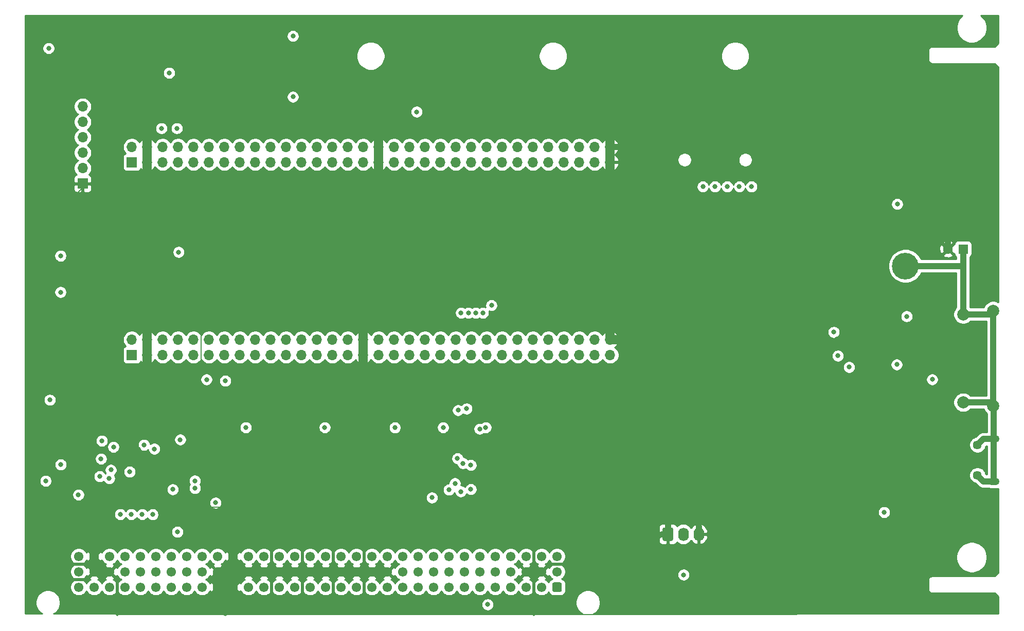
<source format=gbr>
G04 #@! TF.GenerationSoftware,KiCad,Pcbnew,5.1.9+dfsg1-1~bpo10+1*
G04 #@! TF.CreationDate,2022-11-12T11:37:05+01:00*
G04 #@! TF.ProjectId,nubus-to-ztex,6e756275-732d-4746-9f2d-7a7465782e6b,rev?*
G04 #@! TF.SameCoordinates,Original*
G04 #@! TF.FileFunction,Copper,L2,Inr*
G04 #@! TF.FilePolarity,Positive*
%FSLAX46Y46*%
G04 Gerber Fmt 4.6, Leading zero omitted, Abs format (unit mm)*
G04 Created by KiCad (PCBNEW 5.1.9+dfsg1-1~bpo10+1) date 2022-11-12 11:37:05*
%MOMM*%
%LPD*%
G01*
G04 APERTURE LIST*
G04 #@! TA.AperFunction,ComponentPad*
%ADD10C,4.400000*%
G04 #@! TD*
G04 #@! TA.AperFunction,ComponentPad*
%ADD11C,1.450000*%
G04 #@! TD*
G04 #@! TA.AperFunction,ComponentPad*
%ADD12O,1.900000X1.200000*%
G04 #@! TD*
G04 #@! TA.AperFunction,ComponentPad*
%ADD13O,1.740000X2.200000*%
G04 #@! TD*
G04 #@! TA.AperFunction,ComponentPad*
%ADD14R,1.700000X1.700000*%
G04 #@! TD*
G04 #@! TA.AperFunction,ComponentPad*
%ADD15O,1.700000X1.700000*%
G04 #@! TD*
G04 #@! TA.AperFunction,ComponentPad*
%ADD16C,2.000000*%
G04 #@! TD*
G04 #@! TA.AperFunction,ComponentPad*
%ADD17R,1.600000X1.600000*%
G04 #@! TD*
G04 #@! TA.AperFunction,ComponentPad*
%ADD18C,1.600000*%
G04 #@! TD*
G04 #@! TA.AperFunction,ComponentPad*
%ADD19C,1.550000*%
G04 #@! TD*
G04 #@! TA.AperFunction,ViaPad*
%ADD20C,0.800000*%
G04 #@! TD*
G04 #@! TA.AperFunction,Conductor*
%ADD21C,1.500000*%
G04 #@! TD*
G04 #@! TA.AperFunction,Conductor*
%ADD22C,0.152400*%
G04 #@! TD*
G04 #@! TA.AperFunction,Conductor*
%ADD23C,1.000000*%
G04 #@! TD*
G04 #@! TA.AperFunction,Conductor*
%ADD24C,0.500000*%
G04 #@! TD*
G04 #@! TA.AperFunction,Conductor*
%ADD25C,0.800000*%
G04 #@! TD*
G04 #@! TA.AperFunction,Conductor*
%ADD26C,0.254000*%
G04 #@! TD*
G04 #@! TA.AperFunction,Conductor*
%ADD27C,0.100000*%
G04 #@! TD*
G04 APERTURE END LIST*
D10*
X257350000Y-47090000D03*
D11*
X269197500Y-81570000D03*
X269197500Y-76570000D03*
D12*
X271897500Y-82570000D03*
X271897500Y-75570000D03*
G04 #@! TA.AperFunction,ComponentPad*
G36*
G01*
X217370000Y-92120001D02*
X217370000Y-90419999D01*
G75*
G02*
X217619999Y-90170000I249999J0D01*
G01*
X218860001Y-90170000D01*
G75*
G02*
X219110000Y-90419999I0J-249999D01*
G01*
X219110000Y-92120001D01*
G75*
G02*
X218860001Y-92370000I-249999J0D01*
G01*
X217619999Y-92370000D01*
G75*
G02*
X217370000Y-92120001I0J249999D01*
G01*
G37*
G04 #@! TD.AperFunction*
D13*
X220780000Y-91270000D03*
X223320000Y-91270000D03*
D14*
X130000000Y-30000000D03*
D15*
X130000000Y-27460000D03*
X132540000Y-30000000D03*
X132540000Y-27460000D03*
X135080000Y-30000000D03*
X135080000Y-27460000D03*
X137620000Y-30000000D03*
X137620000Y-27460000D03*
X140160000Y-30000000D03*
X140160000Y-27460000D03*
X142700000Y-30000000D03*
X142700000Y-27460000D03*
X145240000Y-30000000D03*
X145240000Y-27460000D03*
X147780000Y-30000000D03*
X147780000Y-27460000D03*
X150320000Y-30000000D03*
X150320000Y-27460000D03*
X152860000Y-30000000D03*
X152860000Y-27460000D03*
X155400000Y-30000000D03*
X155400000Y-27460000D03*
X157940000Y-30000000D03*
X157940000Y-27460000D03*
X160480000Y-30000000D03*
X160480000Y-27460000D03*
X163020000Y-30000000D03*
X163020000Y-27460000D03*
X165560000Y-30000000D03*
X165560000Y-27460000D03*
X168100000Y-30000000D03*
X168100000Y-27460000D03*
X170640000Y-30000000D03*
X170640000Y-27460000D03*
X173180000Y-30000000D03*
X173180000Y-27460000D03*
X175720000Y-30000000D03*
X175720000Y-27460000D03*
X178260000Y-30000000D03*
X178260000Y-27460000D03*
X180800000Y-30000000D03*
X180800000Y-27460000D03*
X183340000Y-30000000D03*
X183340000Y-27460000D03*
X185880000Y-30000000D03*
X185880000Y-27460000D03*
X188420000Y-30000000D03*
X188420000Y-27460000D03*
X190960000Y-30000000D03*
X190960000Y-27460000D03*
X193500000Y-30000000D03*
X193500000Y-27460000D03*
X196040000Y-30000000D03*
X196040000Y-27460000D03*
X198580000Y-30000000D03*
X198580000Y-27460000D03*
X201120000Y-30000000D03*
X201120000Y-27460000D03*
X203660000Y-30000000D03*
X203660000Y-27460000D03*
X206200000Y-30000000D03*
X206200000Y-27460000D03*
X208740000Y-30000000D03*
X208740000Y-27460000D03*
D16*
X271800000Y-70150000D03*
X271800000Y-54450000D03*
X266850000Y-69550000D03*
X266850000Y-55050000D03*
D17*
X266850000Y-44280000D03*
D18*
X264350000Y-44280000D03*
G04 #@! TA.AperFunction,ComponentPad*
G36*
G01*
X200775000Y-99474998D02*
X200775000Y-100525002D01*
G75*
G02*
X200525002Y-100775000I-249998J0D01*
G01*
X199474998Y-100775000D01*
G75*
G02*
X199225000Y-100525002I0J249998D01*
G01*
X199225000Y-99474998D01*
G75*
G02*
X199474998Y-99225000I249998J0D01*
G01*
X200525002Y-99225000D01*
G75*
G02*
X200775000Y-99474998I0J-249998D01*
G01*
G37*
G04 #@! TD.AperFunction*
D19*
X197460000Y-100000000D03*
X194920000Y-100000000D03*
X192380000Y-100000000D03*
X189840000Y-100000000D03*
X187300000Y-100000000D03*
X184760000Y-100000000D03*
X182220000Y-100000000D03*
X179680000Y-100000000D03*
X177140000Y-100000000D03*
X174600000Y-100000000D03*
X172060000Y-100000000D03*
X169520000Y-100000000D03*
X166980000Y-100000000D03*
X164440000Y-100000000D03*
X161900000Y-100000000D03*
X159360000Y-100000000D03*
X156820000Y-100000000D03*
X154280000Y-100000000D03*
X151740000Y-100000000D03*
X149200000Y-100000000D03*
X146660000Y-100000000D03*
X144120000Y-100000000D03*
X141580000Y-100000000D03*
X139040000Y-100000000D03*
X136500000Y-100000000D03*
X133960000Y-100000000D03*
X131420000Y-100000000D03*
X128880000Y-100000000D03*
X126340000Y-100000000D03*
X123800000Y-100000000D03*
X121260000Y-100000000D03*
X200000000Y-97460000D03*
X197460000Y-97460000D03*
X194920000Y-97460000D03*
X192380000Y-97460000D03*
X189840000Y-97460000D03*
X187300000Y-97460000D03*
X184760000Y-97460000D03*
X182220000Y-97460000D03*
X179680000Y-97460000D03*
X177140000Y-97460000D03*
X174600000Y-97460000D03*
X172060000Y-97460000D03*
X169520000Y-97460000D03*
X166980000Y-97460000D03*
X164440000Y-97460000D03*
X161900000Y-97460000D03*
X159360000Y-97460000D03*
X156820000Y-97460000D03*
X154280000Y-97460000D03*
X151740000Y-97460000D03*
X149200000Y-97460000D03*
X146660000Y-97460000D03*
X144120000Y-97460000D03*
X141580000Y-97460000D03*
X139040000Y-97460000D03*
X136500000Y-97460000D03*
X133960000Y-97460000D03*
X131420000Y-97460000D03*
X128880000Y-97460000D03*
X126340000Y-97460000D03*
X123800000Y-97460000D03*
X121260000Y-97460000D03*
X200000000Y-94920000D03*
X197460000Y-94920000D03*
X194920000Y-94920000D03*
X192380000Y-94920000D03*
X189840000Y-94920000D03*
X187300000Y-94920000D03*
X184760000Y-94920000D03*
X182220000Y-94920000D03*
X179680000Y-94920000D03*
X177140000Y-94920000D03*
X174600000Y-94920000D03*
X172060000Y-94920000D03*
X169520000Y-94920000D03*
X166980000Y-94920000D03*
X164440000Y-94920000D03*
X161900000Y-94920000D03*
X159360000Y-94920000D03*
X156820000Y-94920000D03*
X154280000Y-94920000D03*
X151740000Y-94920000D03*
X149200000Y-94920000D03*
X146660000Y-94920000D03*
X144120000Y-94920000D03*
X141580000Y-94920000D03*
X139040000Y-94920000D03*
X136500000Y-94920000D03*
X133960000Y-94920000D03*
X131420000Y-94920000D03*
X128880000Y-94920000D03*
X126340000Y-94920000D03*
X123800000Y-94920000D03*
X121260000Y-94920000D03*
D15*
X121900000Y-20800000D03*
X121900000Y-23340000D03*
X121900000Y-25880000D03*
X121900000Y-28420000D03*
X121900000Y-30960000D03*
D14*
X121900000Y-33500000D03*
D15*
X208740000Y-59210000D03*
X208740000Y-61750000D03*
X206200000Y-59210000D03*
X206200000Y-61750000D03*
X203660000Y-59210000D03*
X203660000Y-61750000D03*
X201120000Y-59210000D03*
X201120000Y-61750000D03*
X198580000Y-59210000D03*
X198580000Y-61750000D03*
X196040000Y-59210000D03*
X196040000Y-61750000D03*
X193500000Y-59210000D03*
X193500000Y-61750000D03*
X190960000Y-59210000D03*
X190960000Y-61750000D03*
X188420000Y-59210000D03*
X188420000Y-61750000D03*
X185880000Y-59210000D03*
X185880000Y-61750000D03*
X183340000Y-59210000D03*
X183340000Y-61750000D03*
X180800000Y-59210000D03*
X180800000Y-61750000D03*
X178260000Y-59210000D03*
X178260000Y-61750000D03*
X175720000Y-59210000D03*
X175720000Y-61750000D03*
X173180000Y-59210000D03*
X173180000Y-61750000D03*
X170640000Y-59210000D03*
X170640000Y-61750000D03*
X168100000Y-59210000D03*
X168100000Y-61750000D03*
X165560000Y-59210000D03*
X165560000Y-61750000D03*
X163020000Y-59210000D03*
X163020000Y-61750000D03*
X160480000Y-59210000D03*
X160480000Y-61750000D03*
X157940000Y-59210000D03*
X157940000Y-61750000D03*
X155400000Y-59210000D03*
X155400000Y-61750000D03*
X152860000Y-59210000D03*
X152860000Y-61750000D03*
X150320000Y-59210000D03*
X150320000Y-61750000D03*
X147780000Y-59210000D03*
X147780000Y-61750000D03*
X145240000Y-59210000D03*
X145240000Y-61750000D03*
X142700000Y-59210000D03*
X142700000Y-61750000D03*
X140160000Y-59210000D03*
X140160000Y-61750000D03*
X137620000Y-59210000D03*
X137620000Y-61750000D03*
X135080000Y-59210000D03*
X135080000Y-61750000D03*
X132540000Y-59210000D03*
X132540000Y-61750000D03*
X130000000Y-59210000D03*
D14*
X130000000Y-61750000D03*
D20*
X234000000Y-34000000D03*
X174500000Y-71000000D03*
X194880000Y-35760000D03*
X208740000Y-50800000D03*
X215540000Y-27460000D03*
X116300000Y-16437500D03*
X268000000Y-58050000D03*
X149900000Y-71000000D03*
X145300000Y-90050000D03*
X189500000Y-71000000D03*
X186786371Y-50762953D03*
X118534670Y-98720000D03*
X115200000Y-90730000D03*
X152880000Y-42180000D03*
X181586371Y-48162953D03*
X268000000Y-65550000D03*
X187000000Y-83100000D03*
X183850000Y-73462500D03*
X256220000Y-61875000D03*
X135250000Y-70800000D03*
X139252400Y-47600000D03*
X268000000Y-61050000D03*
X262640000Y-79355000D03*
X140070000Y-71650000D03*
X203510000Y-96190000D03*
X168650000Y-91575000D03*
X267730000Y-79355000D03*
X145400000Y-88100000D03*
X163000000Y-71000000D03*
X163305000Y-18100000D03*
X149555000Y-18100000D03*
X158100000Y-92000000D03*
X207500000Y-71000000D03*
X132800000Y-79640000D03*
X131100000Y-77215000D03*
X252900000Y-82730000D03*
X264200000Y-67357500D03*
X194857500Y-79750000D03*
X115200000Y-87480000D03*
X176480000Y-33630000D03*
X140070000Y-65480000D03*
X181586371Y-53962953D03*
X165000000Y-8080000D03*
X236450000Y-82730000D03*
X145125000Y-50200000D03*
X256010000Y-87920000D03*
X148200000Y-86800000D03*
X117200000Y-84780000D03*
X179800000Y-92480000D03*
X123800000Y-93000000D03*
X115670000Y-40410000D03*
X190611371Y-50675453D03*
X168357500Y-79750000D03*
X228090000Y-60250000D03*
X168820000Y-45760000D03*
X168357500Y-78180000D03*
X139300000Y-87450000D03*
X255040000Y-53812500D03*
X246062500Y-59100000D03*
X255500000Y-58625000D03*
X158127500Y-19200000D03*
X179857500Y-79750000D03*
X127900000Y-72015000D03*
X115200000Y-89430000D03*
X267720000Y-77180000D03*
X196200000Y-92480000D03*
X155357500Y-79750000D03*
X244180000Y-99750000D03*
X137500000Y-89312500D03*
X158730000Y-9200000D03*
X147900000Y-8080000D03*
X256000000Y-35315000D03*
X256000000Y-14000000D03*
X234000000Y-14000000D03*
X232000000Y-34000000D03*
X161750000Y-73687500D03*
X176885673Y-21678535D03*
X188250000Y-73687500D03*
X136727523Y-83900000D03*
X137700000Y-44789641D03*
X126287500Y-82100000D03*
X248080000Y-63750000D03*
X257550000Y-55387500D03*
X156530000Y-19200000D03*
X156530000Y-9200000D03*
X115812500Y-82500000D03*
X148750000Y-73687500D03*
X140387500Y-83700000D03*
X118300000Y-79800000D03*
X143787500Y-86100000D03*
X245550000Y-57975000D03*
X137500000Y-90887500D03*
X116300000Y-11212500D03*
X116500000Y-69150000D03*
X173300000Y-73700000D03*
X118265134Y-45400000D03*
X121200000Y-84780000D03*
X181250000Y-73687500D03*
X118265134Y-51400000D03*
X136140000Y-15272793D03*
X189211371Y-53562953D03*
X129652500Y-81000000D03*
X179412661Y-85255497D03*
X256000000Y-36890000D03*
X253850000Y-87660000D03*
X246230000Y-61872500D03*
X131697842Y-88000000D03*
X129897842Y-88000000D03*
X128097842Y-88000000D03*
X133421568Y-88014972D03*
X220840000Y-97970000D03*
X188575000Y-102850000D03*
X187800000Y-54800000D03*
X184200000Y-54800000D03*
X183600000Y-78800000D03*
X184150000Y-84250000D03*
X186600000Y-54800000D03*
X187263411Y-73930000D03*
X185400000Y-54800000D03*
X185800000Y-83875000D03*
X185800000Y-79900000D03*
X137965000Y-75700000D03*
X132000000Y-76565000D03*
X137410000Y-24400000D03*
X134880000Y-24400000D03*
X226000000Y-34000000D03*
X228000000Y-34000000D03*
X224000000Y-34000000D03*
X230000000Y-34000000D03*
X133700000Y-77215000D03*
X145387500Y-66000000D03*
X140375000Y-82475000D03*
X142300000Y-65800000D03*
X125066330Y-75900000D03*
X126550000Y-80675000D03*
X124712500Y-81750000D03*
X126975000Y-76905000D03*
X124925000Y-78850000D03*
X182200161Y-83950161D03*
X183200000Y-82900000D03*
X184500000Y-79600000D03*
X185110000Y-70590000D03*
X183710000Y-70850000D03*
X261760000Y-65782500D03*
X255920000Y-63320000D03*
D21*
X208740000Y-30000000D02*
X208740000Y-27460000D01*
X208740000Y-27460000D02*
X208740000Y-24760000D01*
X208740000Y-30000000D02*
X208740000Y-32560000D01*
D22*
X208740000Y-32560000D02*
X198080000Y-32560000D01*
X198080000Y-32560000D02*
X194880000Y-35760000D01*
X194880000Y-35760000D02*
X194750000Y-35890000D01*
D23*
X215540000Y-27460000D02*
X208740000Y-27460000D01*
D24*
X218800000Y-89060000D02*
X218240000Y-89620000D01*
D22*
X179800000Y-92480000D02*
X169555000Y-92480000D01*
D25*
X168820000Y-52500000D02*
X168820000Y-45760000D01*
D24*
X196200000Y-97460000D02*
X196200000Y-92480000D01*
X123800000Y-97460000D02*
X122540000Y-98720000D01*
D22*
X115200000Y-89430000D02*
X115200000Y-87480000D01*
D24*
X223320000Y-90017600D02*
X222362400Y-89060000D01*
D22*
X132540000Y-23462500D02*
X132540000Y-23660000D01*
D24*
X196200000Y-89100000D02*
X196200000Y-82592500D01*
D22*
X155250000Y-79750000D02*
X155357500Y-79750000D01*
D25*
X168820000Y-55760000D02*
X168820000Y-52500000D01*
D22*
X228090000Y-60250000D02*
X244912500Y-60250000D01*
X212100000Y-60250000D02*
X228090000Y-60250000D01*
D25*
X168100000Y-56480000D02*
X168820000Y-55760000D01*
D22*
X149555000Y-18100000D02*
X138100000Y-18100000D01*
X168100000Y-74012500D02*
X168357500Y-74270000D01*
X168720000Y-52600000D02*
X168820000Y-52500000D01*
D24*
X168250000Y-92250000D02*
X168250001Y-91974999D01*
X168250001Y-91974999D02*
X168650000Y-91575000D01*
D21*
X123800000Y-97460000D02*
X123800000Y-94920000D01*
D22*
X139300000Y-87450000D02*
X137500000Y-89250000D01*
X194857500Y-79750000D02*
X203560000Y-71047500D01*
X203560000Y-71047500D02*
X203560000Y-71000000D01*
D24*
X153025000Y-97460000D02*
X153025000Y-92075000D01*
D21*
X170640000Y-27460000D02*
X170640000Y-21315000D01*
D22*
X191507500Y-83100000D02*
X194857500Y-79750000D01*
X187000000Y-83100000D02*
X191507500Y-83100000D01*
X168357500Y-74270000D02*
X168357500Y-78180000D01*
D21*
X164440000Y-97460000D02*
X166980000Y-97460000D01*
D22*
X163000000Y-71000000D02*
X168100000Y-71000000D01*
X196200000Y-92480000D02*
X179800000Y-92480000D01*
X132800000Y-79640000D02*
X132800000Y-84612500D01*
X132800000Y-84612500D02*
X137500000Y-89312500D01*
X169555000Y-92480000D02*
X169049999Y-91974999D01*
X169049999Y-91974999D02*
X168650000Y-91575000D01*
X267730000Y-77190000D02*
X267720000Y-77180000D01*
X115200000Y-90730000D02*
X115200000Y-95425330D01*
X117200000Y-72200000D02*
X117200000Y-72200000D01*
X123500000Y-65900000D02*
X127500000Y-65900000D01*
X148200000Y-86800000D02*
X155250000Y-79750000D01*
D21*
X132540000Y-47600000D02*
X132540000Y-52520000D01*
X132540000Y-52520000D02*
X132540000Y-59210000D01*
D22*
X131600000Y-65900000D02*
X132540000Y-64960000D01*
X132410000Y-52390000D02*
X132540000Y-52520000D01*
D21*
X156820000Y-97460000D02*
X158100000Y-97460000D01*
D22*
X211060000Y-59210000D02*
X212100000Y-60250000D01*
D21*
X170640000Y-40360000D02*
X170640000Y-33630000D01*
D22*
X170640000Y-33630000D02*
X176480000Y-33630000D01*
D21*
X168100000Y-61750000D02*
X168100000Y-71000000D01*
D24*
X118534670Y-98720000D02*
X122540000Y-98720000D01*
D22*
X149900000Y-71000000D02*
X163000000Y-71000000D01*
D21*
X153025000Y-97460000D02*
X154280000Y-97460000D01*
D22*
X135250000Y-67670000D02*
X132540000Y-64960000D01*
X135250000Y-70800000D02*
X135250000Y-73065000D01*
D21*
X132540000Y-27460000D02*
X132540000Y-23660000D01*
X132540000Y-61750000D02*
X132540000Y-64960000D01*
D22*
X115200000Y-90730000D02*
X115200000Y-89430000D01*
D21*
X163175000Y-97460000D02*
X164440000Y-97460000D01*
D24*
X163175000Y-97460000D02*
X163175000Y-91975000D01*
D22*
X121900000Y-34180000D02*
X121900000Y-33500000D01*
D24*
X168820000Y-42180000D02*
X152880000Y-42180000D01*
D22*
X132950000Y-42180000D02*
X132540000Y-42590000D01*
X134035000Y-72015000D02*
X135250000Y-70800000D01*
X196170000Y-104500000D02*
X145390000Y-104500000D01*
X145125000Y-50200000D02*
X142525000Y-47600000D01*
X142525000Y-47600000D02*
X139252400Y-47600000D01*
D24*
X152880000Y-42180000D02*
X132950000Y-42180000D01*
D21*
X132540000Y-33600000D02*
X132540000Y-42590000D01*
D22*
X158760000Y-8080000D02*
X147900000Y-8080000D01*
X170617047Y-53962953D02*
X181586371Y-53962953D01*
X186873871Y-50675453D02*
X186786371Y-50762953D01*
X264200000Y-67357500D02*
X266007500Y-65550000D01*
X266007500Y-65550000D02*
X268000000Y-65550000D01*
X264200000Y-67357500D02*
X263800001Y-67757499D01*
D23*
X223320000Y-91270000D02*
X223320000Y-90017600D01*
D22*
X170640000Y-21315000D02*
X166520000Y-21315000D01*
X189500000Y-71000000D02*
X202250000Y-71000000D01*
X183850000Y-73462500D02*
X186312500Y-71000000D01*
X137500000Y-89250000D02*
X137500000Y-89312500D01*
X146660000Y-91410000D02*
X145300000Y-90050000D01*
D21*
X144120000Y-100000000D02*
X144120000Y-97460000D01*
D22*
X147900000Y-8080000D02*
X147900000Y-16445000D01*
X147900000Y-16445000D02*
X149555000Y-18100000D01*
D25*
X168820000Y-45760000D02*
X168820000Y-42180000D01*
D22*
X256010000Y-87920000D02*
X244180000Y-99750000D01*
X228692400Y-82730000D02*
X222362400Y-89060000D01*
X256220000Y-61875000D02*
X256220000Y-59345000D01*
X121900000Y-33500000D02*
X132440000Y-33500000D01*
D21*
X161900000Y-97460000D02*
X163175000Y-97460000D01*
D22*
X186786371Y-50762953D02*
X184786371Y-50762953D01*
X184786371Y-50762953D02*
X181586371Y-53962953D01*
X268000000Y-65550000D02*
X268000000Y-58050000D01*
D24*
X123800000Y-97460000D02*
X122530000Y-96190000D01*
X158100000Y-97460000D02*
X158100000Y-92000000D01*
D22*
X148200000Y-86800000D02*
X139950000Y-86800000D01*
D21*
X132540000Y-30000000D02*
X132540000Y-33600000D01*
D22*
X196200000Y-82592500D02*
X196200000Y-81092500D01*
X196200000Y-81092500D02*
X194857500Y-79750000D01*
X168820000Y-55760000D02*
X170617047Y-53962953D01*
X117200000Y-72200000D02*
X123500000Y-65900000D01*
X186312500Y-71000000D02*
X189500000Y-71000000D01*
D21*
X159360000Y-97460000D02*
X161900000Y-97460000D01*
D22*
X127900000Y-72015000D02*
X134035000Y-72015000D01*
X255040000Y-58165000D02*
X255500000Y-58625000D01*
X207500000Y-71000000D02*
X207500000Y-71000000D01*
D24*
X118534670Y-98720000D02*
X118534670Y-98720000D01*
D23*
X264350000Y-44280000D02*
X264350000Y-42330000D01*
D21*
X132540000Y-42590000D02*
X132540000Y-47600000D01*
X146660000Y-94920000D02*
X146660000Y-92000000D01*
D22*
X239420000Y-104510000D02*
X198510000Y-104510000D01*
D24*
X153025000Y-97460000D02*
X153025000Y-102475000D01*
X222362400Y-89060000D02*
X218800000Y-89060000D01*
D22*
X117200000Y-84780000D02*
X117200000Y-72200000D01*
D21*
X123800000Y-94920000D02*
X123800000Y-93000000D01*
D22*
X262640000Y-79355000D02*
X267730000Y-79355000D01*
X263800001Y-67757499D02*
X263800001Y-73260001D01*
X263800001Y-73260001D02*
X267320001Y-76780001D01*
D24*
X203510000Y-96190000D02*
X212350000Y-96190000D01*
D22*
X138100000Y-18100000D02*
X132540000Y-23660000D01*
X165000000Y-8080000D02*
X158760000Y-8080000D01*
X202250000Y-71000000D02*
X203560000Y-71000000D01*
X203560000Y-71000000D02*
X207500000Y-71000000D01*
D21*
X144120000Y-100000000D02*
X144120000Y-103230000D01*
D22*
X145300000Y-90050000D02*
X145300000Y-88200000D01*
X141430000Y-64120000D02*
X141430000Y-53895000D01*
D25*
X168100000Y-71000000D02*
X168100000Y-74012500D01*
D22*
X131237500Y-77352500D02*
X131100000Y-77215000D01*
D21*
X196200000Y-97460000D02*
X194920000Y-97460000D01*
X144120000Y-97460000D02*
X146660000Y-97460000D01*
D24*
X144120000Y-103230000D02*
X145390000Y-104500000D01*
X198730000Y-96190000D02*
X203510000Y-96190000D01*
D21*
X149200000Y-97460000D02*
X151740000Y-97460000D01*
D23*
X218240000Y-91270000D02*
X217270000Y-91270000D01*
D22*
X155357500Y-79750000D02*
X168357500Y-79750000D01*
X208740000Y-57660000D02*
X208740000Y-58007919D01*
X210000000Y-59210000D02*
X211060000Y-59210000D01*
X198510000Y-104510000D02*
X198500000Y-104500000D01*
X176480000Y-33630000D02*
X176480000Y-33630000D01*
D21*
X170640000Y-33630000D02*
X170640000Y-30000000D01*
D22*
X252900000Y-82730000D02*
X236450000Y-82730000D01*
D21*
X169520000Y-97460000D02*
X172060000Y-97460000D01*
X132540000Y-27460000D02*
X132540000Y-30000000D01*
X170640000Y-27460000D02*
X170640000Y-30000000D01*
D22*
X115200000Y-87480000D02*
X115200000Y-86780000D01*
D21*
X146660000Y-100000000D02*
X146660000Y-103230000D01*
X146660000Y-100000000D02*
X146660000Y-97460000D01*
D22*
X116300000Y-16437500D02*
X125317500Y-16437500D01*
X125317500Y-16437500D02*
X132540000Y-23660000D01*
X140070000Y-71650000D02*
X140070000Y-76930000D01*
X212100000Y-66400000D02*
X207500000Y-71000000D01*
D21*
X197460000Y-97460000D02*
X196200000Y-97460000D01*
D22*
X140070000Y-65480000D02*
X140070000Y-65480000D01*
X223320000Y-91040000D02*
X223320000Y-91270000D01*
X115200000Y-86780000D02*
X117200000Y-84780000D01*
X140070000Y-76930000D02*
X137360000Y-79640000D01*
X137360000Y-79640000D02*
X132800000Y-79640000D01*
X179857500Y-79750000D02*
X168357500Y-79750000D01*
X198500000Y-104500000D02*
X196170000Y-104500000D01*
X236450000Y-82730000D02*
X228692400Y-82730000D01*
X141430000Y-53895000D02*
X145125000Y-50200000D01*
X140070000Y-65480000D02*
X141430000Y-64120000D01*
D24*
X127600000Y-98720000D02*
X127600000Y-104500000D01*
D22*
X256010000Y-87920000D02*
X256010000Y-85840000D01*
X246062500Y-59100000D02*
X255025000Y-59100000D01*
X255025000Y-59100000D02*
X255500000Y-58625000D01*
D23*
X218240000Y-89620000D02*
X218240000Y-91270000D01*
D22*
X127499999Y-65900001D02*
X127500000Y-65900000D01*
X170640000Y-30000000D02*
X170640000Y-31202081D01*
X127500000Y-65900000D02*
X131600000Y-65900000D01*
X256220000Y-59345000D02*
X255500000Y-58625000D01*
D21*
X146660000Y-97460000D02*
X149200000Y-97460000D01*
X151740000Y-97460000D02*
X153025000Y-97460000D01*
D24*
X196200000Y-92480000D02*
X196200000Y-89100000D01*
D22*
X181586371Y-53962953D02*
X181586371Y-48162953D01*
X119480000Y-96190000D02*
X115964670Y-96190000D01*
D24*
X122530000Y-96190000D02*
X119480000Y-96190000D01*
D21*
X124896015Y-97460000D02*
X126340000Y-97460000D01*
D22*
X212100000Y-60250000D02*
X212100000Y-66400000D01*
D21*
X168100000Y-59210000D02*
X168100000Y-61750000D01*
X154280000Y-97460000D02*
X156820000Y-97460000D01*
D24*
X163175000Y-97460000D02*
X163175000Y-102425000D01*
D22*
X135250000Y-70800000D02*
X135250000Y-67670000D01*
X262640000Y-79355000D02*
X256275000Y-79355000D01*
X158730000Y-8110000D02*
X158760000Y-8080000D01*
X158127500Y-19200000D02*
X159227500Y-18100000D01*
X159227500Y-18100000D02*
X163305000Y-18100000D01*
X115670000Y-40410000D02*
X121900000Y-34180000D01*
D24*
X168250000Y-97460000D02*
X168250000Y-92250000D01*
D21*
X166980000Y-97460000D02*
X168250000Y-97460000D01*
D22*
X149555000Y-18100000D02*
X159227500Y-18100000D01*
X244912500Y-60250000D02*
X246062500Y-59100000D01*
X139252400Y-47600000D02*
X132540000Y-47600000D01*
D24*
X217270000Y-91270000D02*
X212350000Y-96190000D01*
D22*
X256010000Y-85840000D02*
X252900000Y-82730000D01*
D24*
X197460000Y-97460000D02*
X198730000Y-96190000D01*
D21*
X146660000Y-97460000D02*
X146660000Y-94920000D01*
D22*
X267320001Y-76780001D02*
X267720000Y-77180000D01*
X256275000Y-79355000D02*
X252900000Y-82730000D01*
X145400000Y-88100000D02*
X146900000Y-88100000D01*
D24*
X126340000Y-97460000D02*
X127600000Y-98720000D01*
D22*
X139950000Y-86800000D02*
X139300000Y-87450000D01*
X255040000Y-53812500D02*
X255040000Y-58165000D01*
X135649999Y-69900001D02*
X140070000Y-65480000D01*
X135250000Y-70800000D02*
X135649999Y-70400001D01*
X135649999Y-70400001D02*
X135649999Y-69900001D01*
X202250000Y-71000000D02*
X202400000Y-71000000D01*
D21*
X146660000Y-100000000D02*
X144120000Y-100000000D01*
D22*
X146900000Y-88100000D02*
X148200000Y-86800000D01*
D21*
X168100000Y-59210000D02*
X168100000Y-56480000D01*
D24*
X168250000Y-97460000D02*
X168250000Y-102000000D01*
D21*
X168250000Y-97460000D02*
X169520000Y-97460000D01*
D22*
X168357500Y-78180000D02*
X168357500Y-79750000D01*
X170640000Y-31202081D02*
X170688000Y-31250081D01*
D21*
X123800000Y-97460000D02*
X124896015Y-97460000D01*
D22*
X140070000Y-65480000D02*
X140070000Y-71650000D01*
D25*
X168820000Y-42180000D02*
X170640000Y-40360000D01*
D21*
X208740000Y-59210000D02*
X210000000Y-59210000D01*
D22*
X145300000Y-88200000D02*
X145400000Y-88100000D01*
D24*
X158100000Y-97460000D02*
X158100000Y-102800000D01*
D22*
X190611371Y-50675453D02*
X186873871Y-50675453D01*
X166520000Y-21315000D02*
X163305000Y-18100000D01*
X145390000Y-104500000D02*
X127600000Y-104500000D01*
X132440000Y-33500000D02*
X132540000Y-33600000D01*
X267730000Y-79355000D02*
X267730000Y-77190000D01*
X115200000Y-95425330D02*
X115964670Y-96190000D01*
D21*
X132540000Y-61750000D02*
X132540000Y-59210000D01*
D22*
X146660000Y-93260000D02*
X146660000Y-91410000D01*
D21*
X208740000Y-59210000D02*
X208740000Y-58007919D01*
D22*
X115964670Y-96190000D02*
X118534670Y-98760000D01*
X196170000Y-97490000D02*
X196200000Y-97460000D01*
D24*
X196170000Y-97490000D02*
X196170000Y-104500000D01*
D21*
X158100000Y-97460000D02*
X159360000Y-97460000D01*
D22*
X158730000Y-9200000D02*
X158730000Y-8110000D01*
X244180000Y-99750000D02*
X239420000Y-104510000D01*
D24*
X146660000Y-103230000D02*
X145390000Y-104500000D01*
D22*
X208740000Y-58007919D02*
X208740000Y-50800000D01*
X256000000Y-35315000D02*
X260445000Y-35315000D01*
X264350000Y-39220000D02*
X264350000Y-42330000D01*
X260445000Y-35315000D02*
X264350000Y-39220000D01*
X192750000Y-33630000D02*
X194880000Y-35760000D01*
X176480000Y-33630000D02*
X192750000Y-33630000D01*
X190611371Y-40028629D02*
X194880000Y-35760000D01*
X190611371Y-50675453D02*
X190611371Y-40028629D01*
X208740000Y-50800000D02*
X208740000Y-32560000D01*
X256000000Y-14010000D02*
X256000000Y-14010000D01*
X234000000Y-34000000D02*
X234000000Y-14000000D01*
X234000000Y-14000000D02*
X256000000Y-14000000D01*
X256000000Y-14000000D02*
X256000000Y-35315000D01*
D23*
X271200000Y-55050000D02*
X271800000Y-54450000D01*
X266850000Y-55050000D02*
X271200000Y-55050000D01*
X271800000Y-54450000D02*
X271800000Y-70150000D01*
X271200000Y-69550000D02*
X271800000Y-70150000D01*
X266850000Y-69550000D02*
X271200000Y-69550000D01*
X270197500Y-82570000D02*
X269197500Y-81570000D01*
X271897500Y-82570000D02*
X270197500Y-82570000D01*
X270197500Y-75570000D02*
X271897500Y-75570000D01*
X269197500Y-76570000D02*
X270197500Y-75570000D01*
X271897500Y-82570000D02*
X271897500Y-75570000D01*
D22*
X271897500Y-71247500D02*
X271887500Y-71237500D01*
X266840000Y-55040000D02*
X266850000Y-55050000D01*
D23*
X271897500Y-70247500D02*
X271800000Y-70150000D01*
X271897500Y-75570000D02*
X271897500Y-70247500D01*
X266850000Y-47080000D02*
X266850000Y-44280000D01*
X266850000Y-55050000D02*
X266850000Y-47080000D01*
X266840000Y-47090000D02*
X257350000Y-47090000D01*
D22*
X266850000Y-47080000D02*
X266840000Y-47090000D01*
D26*
X266654985Y-5874284D02*
X266304284Y-6224985D01*
X266028739Y-6637366D01*
X265838941Y-7095580D01*
X265742183Y-7582017D01*
X265742183Y-8077983D01*
X265838941Y-8564420D01*
X266028739Y-9022634D01*
X266304284Y-9435015D01*
X266654985Y-9785716D01*
X267067366Y-10061261D01*
X267525580Y-10251059D01*
X268012017Y-10347817D01*
X268507983Y-10347817D01*
X268994420Y-10251059D01*
X269452634Y-10061261D01*
X269865015Y-9785716D01*
X270215716Y-9435015D01*
X270491261Y-9022634D01*
X270681059Y-8564420D01*
X270777817Y-8077983D01*
X270777817Y-7582017D01*
X270681059Y-7095580D01*
X270491261Y-6637366D01*
X270215716Y-6224985D01*
X269865015Y-5874284D01*
X269768807Y-5810000D01*
X272620000Y-5810000D01*
X272620001Y-10385908D01*
X272085909Y-10920000D01*
X261834877Y-10920000D01*
X261800000Y-10916565D01*
X261765123Y-10920000D01*
X261660816Y-10930273D01*
X261526980Y-10970872D01*
X261403637Y-11036800D01*
X261295525Y-11125525D01*
X261206800Y-11233637D01*
X261140872Y-11356980D01*
X261100273Y-11490816D01*
X261086565Y-11630000D01*
X261090001Y-11664887D01*
X261090000Y-12995122D01*
X261086565Y-13030000D01*
X261100273Y-13169184D01*
X261140872Y-13303020D01*
X261206800Y-13426363D01*
X261295525Y-13534475D01*
X261363352Y-13590139D01*
X261403637Y-13623200D01*
X261526980Y-13689128D01*
X261660816Y-13729727D01*
X261800000Y-13743435D01*
X261834877Y-13740000D01*
X272085909Y-13740000D01*
X272620001Y-14274092D01*
X272620001Y-53031509D01*
X272574463Y-53001082D01*
X272276912Y-52877832D01*
X271961033Y-52815000D01*
X271638967Y-52815000D01*
X271323088Y-52877832D01*
X271025537Y-53001082D01*
X270757748Y-53180013D01*
X270530013Y-53407748D01*
X270351082Y-53675537D01*
X270251893Y-53915000D01*
X268027239Y-53915000D01*
X267985000Y-53872761D01*
X267985000Y-45620957D01*
X268004494Y-45610537D01*
X268101185Y-45531185D01*
X268180537Y-45434494D01*
X268239502Y-45324180D01*
X268275812Y-45204482D01*
X268288072Y-45080000D01*
X268288072Y-43480000D01*
X268275812Y-43355518D01*
X268239502Y-43235820D01*
X268180537Y-43125506D01*
X268101185Y-43028815D01*
X268004494Y-42949463D01*
X267894180Y-42890498D01*
X267774482Y-42854188D01*
X267650000Y-42841928D01*
X266050000Y-42841928D01*
X265925518Y-42854188D01*
X265805820Y-42890498D01*
X265695506Y-42949463D01*
X265598815Y-43028815D01*
X265519463Y-43125506D01*
X265460498Y-43235820D01*
X265424188Y-43355518D01*
X265411928Y-43480000D01*
X265411928Y-43487215D01*
X265342702Y-43466903D01*
X264529605Y-44280000D01*
X265342702Y-45093097D01*
X265411928Y-45072785D01*
X265411928Y-45080000D01*
X265424188Y-45204482D01*
X265460498Y-45324180D01*
X265519463Y-45434494D01*
X265598815Y-45531185D01*
X265695506Y-45610537D01*
X265715001Y-45620957D01*
X265715000Y-45955000D01*
X259948449Y-45955000D01*
X259862344Y-45747124D01*
X259552088Y-45282793D01*
X259541997Y-45272702D01*
X263536903Y-45272702D01*
X263608486Y-45516671D01*
X263863996Y-45637571D01*
X264138184Y-45706300D01*
X264420512Y-45720217D01*
X264700130Y-45678787D01*
X264966292Y-45583603D01*
X265091514Y-45516671D01*
X265163097Y-45272702D01*
X264350000Y-44459605D01*
X263536903Y-45272702D01*
X259541997Y-45272702D01*
X259157207Y-44887912D01*
X258692876Y-44577656D01*
X258176939Y-44363948D01*
X258109392Y-44350512D01*
X262909783Y-44350512D01*
X262951213Y-44630130D01*
X263046397Y-44896292D01*
X263113329Y-45021514D01*
X263357298Y-45093097D01*
X264170395Y-44280000D01*
X263357298Y-43466903D01*
X263113329Y-43538486D01*
X262992429Y-43793996D01*
X262923700Y-44068184D01*
X262909783Y-44350512D01*
X258109392Y-44350512D01*
X257629223Y-44255000D01*
X257070777Y-44255000D01*
X256523061Y-44363948D01*
X256007124Y-44577656D01*
X255542793Y-44887912D01*
X255147912Y-45282793D01*
X254837656Y-45747124D01*
X254623948Y-46263061D01*
X254515000Y-46810777D01*
X254515000Y-47369223D01*
X254623948Y-47916939D01*
X254837656Y-48432876D01*
X255147912Y-48897207D01*
X255542793Y-49292088D01*
X256007124Y-49602344D01*
X256523061Y-49816052D01*
X257070777Y-49925000D01*
X257629223Y-49925000D01*
X258176939Y-49816052D01*
X258692876Y-49602344D01*
X259157207Y-49292088D01*
X259552088Y-48897207D01*
X259862344Y-48432876D01*
X259948449Y-48225000D01*
X265715001Y-48225000D01*
X265715000Y-53872761D01*
X265580013Y-54007748D01*
X265401082Y-54275537D01*
X265277832Y-54573088D01*
X265215000Y-54888967D01*
X265215000Y-55211033D01*
X265277832Y-55526912D01*
X265401082Y-55824463D01*
X265580013Y-56092252D01*
X265807748Y-56319987D01*
X266075537Y-56498918D01*
X266373088Y-56622168D01*
X266688967Y-56685000D01*
X267011033Y-56685000D01*
X267326912Y-56622168D01*
X267624463Y-56498918D01*
X267892252Y-56319987D01*
X268027239Y-56185000D01*
X270665000Y-56185000D01*
X270665001Y-68415000D01*
X268027239Y-68415000D01*
X267892252Y-68280013D01*
X267624463Y-68101082D01*
X267326912Y-67977832D01*
X267011033Y-67915000D01*
X266688967Y-67915000D01*
X266373088Y-67977832D01*
X266075537Y-68101082D01*
X265807748Y-68280013D01*
X265580013Y-68507748D01*
X265401082Y-68775537D01*
X265277832Y-69073088D01*
X265215000Y-69388967D01*
X265215000Y-69711033D01*
X265277832Y-70026912D01*
X265401082Y-70324463D01*
X265580013Y-70592252D01*
X265807748Y-70819987D01*
X266075537Y-70998918D01*
X266373088Y-71122168D01*
X266688967Y-71185000D01*
X267011033Y-71185000D01*
X267326912Y-71122168D01*
X267624463Y-70998918D01*
X267892252Y-70819987D01*
X268027239Y-70685000D01*
X270251893Y-70685000D01*
X270351082Y-70924463D01*
X270530013Y-71192252D01*
X270757748Y-71419987D01*
X270762501Y-71423163D01*
X270762500Y-74435000D01*
X270253252Y-74435000D01*
X270197500Y-74429509D01*
X269975001Y-74451423D01*
X269761053Y-74516324D01*
X269563877Y-74621716D01*
X269434356Y-74728011D01*
X269434354Y-74728013D01*
X269391051Y-74763551D01*
X269355513Y-74806855D01*
X268924761Y-75237607D01*
X268800803Y-75262264D01*
X268553299Y-75364784D01*
X268330551Y-75513619D01*
X268141119Y-75703051D01*
X267992284Y-75925799D01*
X267889764Y-76173303D01*
X267837500Y-76436052D01*
X267837500Y-76703948D01*
X267889764Y-76966697D01*
X267992284Y-77214201D01*
X268141119Y-77436949D01*
X268330551Y-77626381D01*
X268553299Y-77775216D01*
X268800803Y-77877736D01*
X269063552Y-77930000D01*
X269331448Y-77930000D01*
X269594197Y-77877736D01*
X269841701Y-77775216D01*
X270064449Y-77626381D01*
X270253881Y-77436949D01*
X270402716Y-77214201D01*
X270505236Y-76966697D01*
X270529893Y-76842739D01*
X270667632Y-76705000D01*
X270762501Y-76705000D01*
X270762500Y-81435000D01*
X270667632Y-81435000D01*
X270529893Y-81297261D01*
X270505236Y-81173303D01*
X270402716Y-80925799D01*
X270253881Y-80703051D01*
X270064449Y-80513619D01*
X269841701Y-80364784D01*
X269594197Y-80262264D01*
X269331448Y-80210000D01*
X269063552Y-80210000D01*
X268800803Y-80262264D01*
X268553299Y-80364784D01*
X268330551Y-80513619D01*
X268141119Y-80703051D01*
X267992284Y-80925799D01*
X267889764Y-81173303D01*
X267837500Y-81436052D01*
X267837500Y-81703948D01*
X267889764Y-81966697D01*
X267992284Y-82214201D01*
X268141119Y-82436949D01*
X268330551Y-82626381D01*
X268553299Y-82775216D01*
X268800803Y-82877736D01*
X268924761Y-82902393D01*
X269355513Y-83333145D01*
X269391051Y-83376449D01*
X269434354Y-83411987D01*
X269434356Y-83411989D01*
X269563877Y-83518284D01*
X269761053Y-83623676D01*
X269975001Y-83688577D01*
X270197500Y-83710491D01*
X270253252Y-83705000D01*
X271051063Y-83705000D01*
X271072599Y-83716511D01*
X271305398Y-83787130D01*
X271486835Y-83805000D01*
X272308165Y-83805000D01*
X272489602Y-83787130D01*
X272620000Y-83747574D01*
X272620000Y-97635909D01*
X272085909Y-98170000D01*
X261834877Y-98170000D01*
X261800000Y-98166565D01*
X261765123Y-98170000D01*
X261660816Y-98180273D01*
X261526980Y-98220872D01*
X261403637Y-98286800D01*
X261295525Y-98375525D01*
X261206800Y-98483637D01*
X261140872Y-98606980D01*
X261100273Y-98740816D01*
X261086565Y-98880000D01*
X261090001Y-98914887D01*
X261090000Y-100245122D01*
X261086565Y-100280000D01*
X261100273Y-100419184D01*
X261140872Y-100553020D01*
X261206800Y-100676363D01*
X261295525Y-100784475D01*
X261393465Y-100864852D01*
X261403637Y-100873200D01*
X261526980Y-100939128D01*
X261660816Y-100979727D01*
X261800000Y-100993435D01*
X261834877Y-100990000D01*
X272085909Y-100990000D01*
X272620001Y-101524092D01*
X272620000Y-104370000D01*
X206045028Y-104370000D01*
X206055776Y-104365548D01*
X206393173Y-104140106D01*
X206680106Y-103853173D01*
X206905548Y-103515776D01*
X207060835Y-103140880D01*
X207140000Y-102742892D01*
X207140000Y-102337108D01*
X207060835Y-101939120D01*
X206905548Y-101564224D01*
X206680106Y-101226827D01*
X206393173Y-100939894D01*
X206055776Y-100714452D01*
X205680880Y-100559165D01*
X205282892Y-100480000D01*
X204877108Y-100480000D01*
X204479120Y-100559165D01*
X204104224Y-100714452D01*
X203766827Y-100939894D01*
X203479894Y-101226827D01*
X203254452Y-101564224D01*
X203099165Y-101939120D01*
X203020000Y-102337108D01*
X203020000Y-102742892D01*
X203099165Y-103140880D01*
X203254452Y-103515776D01*
X203479894Y-103853173D01*
X203766827Y-104140106D01*
X204104224Y-104365548D01*
X204114972Y-104370000D01*
X117145028Y-104370000D01*
X117155776Y-104365548D01*
X117493173Y-104140106D01*
X117780106Y-103853173D01*
X118005548Y-103515776D01*
X118160835Y-103140880D01*
X118238971Y-102748061D01*
X187540000Y-102748061D01*
X187540000Y-102951939D01*
X187579774Y-103151898D01*
X187657795Y-103340256D01*
X187771063Y-103509774D01*
X187915226Y-103653937D01*
X188084744Y-103767205D01*
X188273102Y-103845226D01*
X188473061Y-103885000D01*
X188676939Y-103885000D01*
X188876898Y-103845226D01*
X189065256Y-103767205D01*
X189234774Y-103653937D01*
X189378937Y-103509774D01*
X189492205Y-103340256D01*
X189570226Y-103151898D01*
X189610000Y-102951939D01*
X189610000Y-102748061D01*
X189570226Y-102548102D01*
X189492205Y-102359744D01*
X189378937Y-102190226D01*
X189234774Y-102046063D01*
X189065256Y-101932795D01*
X188876898Y-101854774D01*
X188676939Y-101815000D01*
X188473061Y-101815000D01*
X188273102Y-101854774D01*
X188084744Y-101932795D01*
X187915226Y-102046063D01*
X187771063Y-102190226D01*
X187657795Y-102359744D01*
X187579774Y-102548102D01*
X187540000Y-102748061D01*
X118238971Y-102748061D01*
X118240000Y-102742892D01*
X118240000Y-102337108D01*
X118160835Y-101939120D01*
X118005548Y-101564224D01*
X117780106Y-101226827D01*
X117493173Y-100939894D01*
X117155776Y-100714452D01*
X116780880Y-100559165D01*
X116382892Y-100480000D01*
X115977108Y-100480000D01*
X115579120Y-100559165D01*
X115204224Y-100714452D01*
X114866827Y-100939894D01*
X114579894Y-101226827D01*
X114354452Y-101564224D01*
X114199165Y-101939120D01*
X114120000Y-102337108D01*
X114120000Y-102742892D01*
X114199165Y-103140880D01*
X114354452Y-103515776D01*
X114579894Y-103853173D01*
X114866827Y-104140106D01*
X115204224Y-104365548D01*
X115214972Y-104370000D01*
X112440000Y-104370000D01*
X112440000Y-94781127D01*
X119850000Y-94781127D01*
X119850000Y-95058873D01*
X119904186Y-95331282D01*
X120010475Y-95587885D01*
X120164782Y-95818822D01*
X120361178Y-96015218D01*
X120592115Y-96169525D01*
X120641546Y-96190000D01*
X120592115Y-96210475D01*
X120361178Y-96364782D01*
X120164782Y-96561178D01*
X120010475Y-96792115D01*
X119904186Y-97048718D01*
X119850000Y-97321127D01*
X119850000Y-97598873D01*
X119904186Y-97871282D01*
X120010475Y-98127885D01*
X120164782Y-98358822D01*
X120361178Y-98555218D01*
X120592115Y-98709525D01*
X120641546Y-98730000D01*
X120592115Y-98750475D01*
X120361178Y-98904782D01*
X120164782Y-99101178D01*
X120010475Y-99332115D01*
X119904186Y-99588718D01*
X119850000Y-99861127D01*
X119850000Y-100138873D01*
X119904186Y-100411282D01*
X120010475Y-100667885D01*
X120164782Y-100898822D01*
X120361178Y-101095218D01*
X120592115Y-101249525D01*
X120848718Y-101355814D01*
X121121127Y-101410000D01*
X121398873Y-101410000D01*
X121671282Y-101355814D01*
X121927885Y-101249525D01*
X122158822Y-101095218D01*
X122355218Y-100898822D01*
X122509525Y-100667885D01*
X122530000Y-100618454D01*
X122550475Y-100667885D01*
X122704782Y-100898822D01*
X122901178Y-101095218D01*
X123132115Y-101249525D01*
X123388718Y-101355814D01*
X123661127Y-101410000D01*
X123938873Y-101410000D01*
X124211282Y-101355814D01*
X124467885Y-101249525D01*
X124698822Y-101095218D01*
X124895218Y-100898822D01*
X125049525Y-100667885D01*
X125070000Y-100618454D01*
X125090475Y-100667885D01*
X125244782Y-100898822D01*
X125441178Y-101095218D01*
X125672115Y-101249525D01*
X125928718Y-101355814D01*
X126201127Y-101410000D01*
X126478873Y-101410000D01*
X126751282Y-101355814D01*
X127007885Y-101249525D01*
X127238822Y-101095218D01*
X127435218Y-100898822D01*
X127589525Y-100667885D01*
X127610000Y-100618454D01*
X127630475Y-100667885D01*
X127784782Y-100898822D01*
X127981178Y-101095218D01*
X128212115Y-101249525D01*
X128468718Y-101355814D01*
X128741127Y-101410000D01*
X129018873Y-101410000D01*
X129291282Y-101355814D01*
X129547885Y-101249525D01*
X129778822Y-101095218D01*
X129975218Y-100898822D01*
X130129525Y-100667885D01*
X130150000Y-100618454D01*
X130170475Y-100667885D01*
X130324782Y-100898822D01*
X130521178Y-101095218D01*
X130752115Y-101249525D01*
X131008718Y-101355814D01*
X131281127Y-101410000D01*
X131558873Y-101410000D01*
X131831282Y-101355814D01*
X132087885Y-101249525D01*
X132318822Y-101095218D01*
X132515218Y-100898822D01*
X132669525Y-100667885D01*
X132690000Y-100618454D01*
X132710475Y-100667885D01*
X132864782Y-100898822D01*
X133061178Y-101095218D01*
X133292115Y-101249525D01*
X133548718Y-101355814D01*
X133821127Y-101410000D01*
X134098873Y-101410000D01*
X134371282Y-101355814D01*
X134627885Y-101249525D01*
X134858822Y-101095218D01*
X135055218Y-100898822D01*
X135209525Y-100667885D01*
X135230000Y-100618454D01*
X135250475Y-100667885D01*
X135404782Y-100898822D01*
X135601178Y-101095218D01*
X135832115Y-101249525D01*
X136088718Y-101355814D01*
X136361127Y-101410000D01*
X136638873Y-101410000D01*
X136911282Y-101355814D01*
X137167885Y-101249525D01*
X137398822Y-101095218D01*
X137595218Y-100898822D01*
X137749525Y-100667885D01*
X137770000Y-100618454D01*
X137790475Y-100667885D01*
X137944782Y-100898822D01*
X138141178Y-101095218D01*
X138372115Y-101249525D01*
X138628718Y-101355814D01*
X138901127Y-101410000D01*
X139178873Y-101410000D01*
X139451282Y-101355814D01*
X139707885Y-101249525D01*
X139938822Y-101095218D01*
X140135218Y-100898822D01*
X140289525Y-100667885D01*
X140310000Y-100618454D01*
X140330475Y-100667885D01*
X140484782Y-100898822D01*
X140681178Y-101095218D01*
X140912115Y-101249525D01*
X141168718Y-101355814D01*
X141441127Y-101410000D01*
X141718873Y-101410000D01*
X141991282Y-101355814D01*
X142247885Y-101249525D01*
X142478822Y-101095218D01*
X142599191Y-100974849D01*
X143324756Y-100974849D01*
X143393310Y-101216268D01*
X143644556Y-101334668D01*
X143914071Y-101401778D01*
X144191502Y-101415018D01*
X144466184Y-101373879D01*
X144727562Y-101279943D01*
X144846690Y-101216268D01*
X144915244Y-100974849D01*
X145864756Y-100974849D01*
X145933310Y-101216268D01*
X146184556Y-101334668D01*
X146454071Y-101401778D01*
X146731502Y-101415018D01*
X147006184Y-101373879D01*
X147267562Y-101279943D01*
X147386690Y-101216268D01*
X147455244Y-100974849D01*
X146660000Y-100179605D01*
X145864756Y-100974849D01*
X144915244Y-100974849D01*
X144120000Y-100179605D01*
X143324756Y-100974849D01*
X142599191Y-100974849D01*
X142675218Y-100898822D01*
X142829525Y-100667885D01*
X142848201Y-100622798D01*
X142903732Y-100726690D01*
X143145151Y-100795244D01*
X143940395Y-100000000D01*
X144299605Y-100000000D01*
X145094849Y-100795244D01*
X145336268Y-100726690D01*
X145386620Y-100619841D01*
X145443732Y-100726690D01*
X145685151Y-100795244D01*
X146480395Y-100000000D01*
X145685151Y-99204756D01*
X145443732Y-99273310D01*
X145393380Y-99380159D01*
X145336268Y-99273310D01*
X145094849Y-99204756D01*
X144299605Y-100000000D01*
X143940395Y-100000000D01*
X143145151Y-99204756D01*
X142903732Y-99273310D01*
X142851275Y-99384624D01*
X142829525Y-99332115D01*
X142675218Y-99101178D01*
X142478822Y-98904782D01*
X142247885Y-98750475D01*
X142198454Y-98730000D01*
X142247885Y-98709525D01*
X142478822Y-98555218D01*
X142599191Y-98434849D01*
X143324756Y-98434849D01*
X143393310Y-98676268D01*
X143500159Y-98726620D01*
X143393310Y-98783732D01*
X143324756Y-99025151D01*
X144120000Y-99820395D01*
X144915244Y-99025151D01*
X144846690Y-98783732D01*
X144739841Y-98733380D01*
X144846690Y-98676268D01*
X144915244Y-98434849D01*
X145864756Y-98434849D01*
X145933310Y-98676268D01*
X146040159Y-98726620D01*
X145933310Y-98783732D01*
X145864756Y-99025151D01*
X146660000Y-99820395D01*
X147455244Y-99025151D01*
X147386690Y-98783732D01*
X147279841Y-98733380D01*
X147386690Y-98676268D01*
X147455244Y-98434849D01*
X146660000Y-97639605D01*
X145864756Y-98434849D01*
X144915244Y-98434849D01*
X144120000Y-97639605D01*
X143324756Y-98434849D01*
X142599191Y-98434849D01*
X142675218Y-98358822D01*
X142829525Y-98127885D01*
X142848201Y-98082798D01*
X142903732Y-98186690D01*
X143145151Y-98255244D01*
X143940395Y-97460000D01*
X144299605Y-97460000D01*
X145094849Y-98255244D01*
X145336268Y-98186690D01*
X145386620Y-98079841D01*
X145443732Y-98186690D01*
X145685151Y-98255244D01*
X146480395Y-97460000D01*
X146839605Y-97460000D01*
X147634849Y-98255244D01*
X147876268Y-98186690D01*
X147926620Y-98079841D01*
X147983732Y-98186690D01*
X148225151Y-98255244D01*
X149020395Y-97460000D01*
X149379605Y-97460000D01*
X150174849Y-98255244D01*
X150416268Y-98186690D01*
X150466620Y-98079841D01*
X150523732Y-98186690D01*
X150765151Y-98255244D01*
X151560395Y-97460000D01*
X151919605Y-97460000D01*
X152714849Y-98255244D01*
X152956268Y-98186690D01*
X153006620Y-98079841D01*
X153063732Y-98186690D01*
X153305151Y-98255244D01*
X154100395Y-97460000D01*
X154459605Y-97460000D01*
X155254849Y-98255244D01*
X155496268Y-98186690D01*
X155546620Y-98079841D01*
X155603732Y-98186690D01*
X155845151Y-98255244D01*
X156640395Y-97460000D01*
X156999605Y-97460000D01*
X157794849Y-98255244D01*
X158036268Y-98186690D01*
X158086620Y-98079841D01*
X158143732Y-98186690D01*
X158385151Y-98255244D01*
X159180395Y-97460000D01*
X159539605Y-97460000D01*
X160334849Y-98255244D01*
X160576268Y-98186690D01*
X160626620Y-98079841D01*
X160683732Y-98186690D01*
X160925151Y-98255244D01*
X161720395Y-97460000D01*
X162079605Y-97460000D01*
X162874849Y-98255244D01*
X163116268Y-98186690D01*
X163166620Y-98079841D01*
X163223732Y-98186690D01*
X163465151Y-98255244D01*
X164260395Y-97460000D01*
X164619605Y-97460000D01*
X165414849Y-98255244D01*
X165656268Y-98186690D01*
X165706620Y-98079841D01*
X165763732Y-98186690D01*
X166005151Y-98255244D01*
X166800395Y-97460000D01*
X167159605Y-97460000D01*
X167954849Y-98255244D01*
X168196268Y-98186690D01*
X168246620Y-98079841D01*
X168303732Y-98186690D01*
X168545151Y-98255244D01*
X169340395Y-97460000D01*
X169699605Y-97460000D01*
X170494849Y-98255244D01*
X170736268Y-98186690D01*
X170786620Y-98079841D01*
X170843732Y-98186690D01*
X171085151Y-98255244D01*
X171880395Y-97460000D01*
X171085151Y-96664756D01*
X170843732Y-96733310D01*
X170793380Y-96840159D01*
X170736268Y-96733310D01*
X170494849Y-96664756D01*
X169699605Y-97460000D01*
X169340395Y-97460000D01*
X168545151Y-96664756D01*
X168303732Y-96733310D01*
X168253380Y-96840159D01*
X168196268Y-96733310D01*
X167954849Y-96664756D01*
X167159605Y-97460000D01*
X166800395Y-97460000D01*
X166005151Y-96664756D01*
X165763732Y-96733310D01*
X165713380Y-96840159D01*
X165656268Y-96733310D01*
X165414849Y-96664756D01*
X164619605Y-97460000D01*
X164260395Y-97460000D01*
X163465151Y-96664756D01*
X163223732Y-96733310D01*
X163173380Y-96840159D01*
X163116268Y-96733310D01*
X162874849Y-96664756D01*
X162079605Y-97460000D01*
X161720395Y-97460000D01*
X160925151Y-96664756D01*
X160683732Y-96733310D01*
X160633380Y-96840159D01*
X160576268Y-96733310D01*
X160334849Y-96664756D01*
X159539605Y-97460000D01*
X159180395Y-97460000D01*
X158385151Y-96664756D01*
X158143732Y-96733310D01*
X158093380Y-96840159D01*
X158036268Y-96733310D01*
X157794849Y-96664756D01*
X156999605Y-97460000D01*
X156640395Y-97460000D01*
X155845151Y-96664756D01*
X155603732Y-96733310D01*
X155553380Y-96840159D01*
X155496268Y-96733310D01*
X155254849Y-96664756D01*
X154459605Y-97460000D01*
X154100395Y-97460000D01*
X153305151Y-96664756D01*
X153063732Y-96733310D01*
X153013380Y-96840159D01*
X152956268Y-96733310D01*
X152714849Y-96664756D01*
X151919605Y-97460000D01*
X151560395Y-97460000D01*
X150765151Y-96664756D01*
X150523732Y-96733310D01*
X150473380Y-96840159D01*
X150416268Y-96733310D01*
X150174849Y-96664756D01*
X149379605Y-97460000D01*
X149020395Y-97460000D01*
X148225151Y-96664756D01*
X147983732Y-96733310D01*
X147933380Y-96840159D01*
X147876268Y-96733310D01*
X147634849Y-96664756D01*
X146839605Y-97460000D01*
X146480395Y-97460000D01*
X145685151Y-96664756D01*
X145443732Y-96733310D01*
X145393380Y-96840159D01*
X145336268Y-96733310D01*
X145094849Y-96664756D01*
X144299605Y-97460000D01*
X143940395Y-97460000D01*
X143145151Y-96664756D01*
X142903732Y-96733310D01*
X142851275Y-96844624D01*
X142829525Y-96792115D01*
X142675218Y-96561178D01*
X142478822Y-96364782D01*
X142247885Y-96210475D01*
X142198454Y-96190000D01*
X142247885Y-96169525D01*
X142478822Y-96015218D01*
X142675218Y-95818822D01*
X142829525Y-95587885D01*
X142850000Y-95538454D01*
X142870475Y-95587885D01*
X143024782Y-95818822D01*
X143221178Y-96015218D01*
X143452115Y-96169525D01*
X143497202Y-96188201D01*
X143393310Y-96243732D01*
X143324756Y-96485151D01*
X144120000Y-97280395D01*
X144915244Y-96485151D01*
X144846690Y-96243732D01*
X144735376Y-96191275D01*
X144787885Y-96169525D01*
X145018822Y-96015218D01*
X145139191Y-95894849D01*
X145864756Y-95894849D01*
X145933310Y-96136268D01*
X146040159Y-96186620D01*
X145933310Y-96243732D01*
X145864756Y-96485151D01*
X146660000Y-97280395D01*
X147455244Y-96485151D01*
X147386690Y-96243732D01*
X147279841Y-96193380D01*
X147386690Y-96136268D01*
X147455244Y-95894849D01*
X146660000Y-95099605D01*
X145864756Y-95894849D01*
X145139191Y-95894849D01*
X145215218Y-95818822D01*
X145369525Y-95587885D01*
X145388201Y-95542798D01*
X145443732Y-95646690D01*
X145685151Y-95715244D01*
X146480395Y-94920000D01*
X146839605Y-94920000D01*
X147634849Y-95715244D01*
X147876268Y-95646690D01*
X147928725Y-95535376D01*
X147950475Y-95587885D01*
X148104782Y-95818822D01*
X148301178Y-96015218D01*
X148532115Y-96169525D01*
X148577202Y-96188201D01*
X148473310Y-96243732D01*
X148404756Y-96485151D01*
X149200000Y-97280395D01*
X149995244Y-96485151D01*
X149926690Y-96243732D01*
X149815376Y-96191275D01*
X149867885Y-96169525D01*
X150098822Y-96015218D01*
X150295218Y-95818822D01*
X150449525Y-95587885D01*
X150470000Y-95538454D01*
X150490475Y-95587885D01*
X150644782Y-95818822D01*
X150841178Y-96015218D01*
X151072115Y-96169525D01*
X151117202Y-96188201D01*
X151013310Y-96243732D01*
X150944756Y-96485151D01*
X151740000Y-97280395D01*
X152535244Y-96485151D01*
X152466690Y-96243732D01*
X152355376Y-96191275D01*
X152407885Y-96169525D01*
X152638822Y-96015218D01*
X152835218Y-95818822D01*
X152989525Y-95587885D01*
X153010000Y-95538454D01*
X153030475Y-95587885D01*
X153184782Y-95818822D01*
X153381178Y-96015218D01*
X153612115Y-96169525D01*
X153657202Y-96188201D01*
X153553310Y-96243732D01*
X153484756Y-96485151D01*
X154280000Y-97280395D01*
X155075244Y-96485151D01*
X155006690Y-96243732D01*
X154895376Y-96191275D01*
X154947885Y-96169525D01*
X155178822Y-96015218D01*
X155375218Y-95818822D01*
X155529525Y-95587885D01*
X155550000Y-95538454D01*
X155570475Y-95587885D01*
X155724782Y-95818822D01*
X155921178Y-96015218D01*
X156152115Y-96169525D01*
X156197202Y-96188201D01*
X156093310Y-96243732D01*
X156024756Y-96485151D01*
X156820000Y-97280395D01*
X157615244Y-96485151D01*
X157546690Y-96243732D01*
X157435376Y-96191275D01*
X157487885Y-96169525D01*
X157718822Y-96015218D01*
X157915218Y-95818822D01*
X158069525Y-95587885D01*
X158090000Y-95538454D01*
X158110475Y-95587885D01*
X158264782Y-95818822D01*
X158461178Y-96015218D01*
X158692115Y-96169525D01*
X158737202Y-96188201D01*
X158633310Y-96243732D01*
X158564756Y-96485151D01*
X159360000Y-97280395D01*
X160155244Y-96485151D01*
X160086690Y-96243732D01*
X159975376Y-96191275D01*
X160027885Y-96169525D01*
X160258822Y-96015218D01*
X160455218Y-95818822D01*
X160609525Y-95587885D01*
X160630000Y-95538454D01*
X160650475Y-95587885D01*
X160804782Y-95818822D01*
X161001178Y-96015218D01*
X161232115Y-96169525D01*
X161277202Y-96188201D01*
X161173310Y-96243732D01*
X161104756Y-96485151D01*
X161900000Y-97280395D01*
X162695244Y-96485151D01*
X162626690Y-96243732D01*
X162515376Y-96191275D01*
X162567885Y-96169525D01*
X162798822Y-96015218D01*
X162995218Y-95818822D01*
X163149525Y-95587885D01*
X163170000Y-95538454D01*
X163190475Y-95587885D01*
X163344782Y-95818822D01*
X163541178Y-96015218D01*
X163772115Y-96169525D01*
X163817202Y-96188201D01*
X163713310Y-96243732D01*
X163644756Y-96485151D01*
X164440000Y-97280395D01*
X165235244Y-96485151D01*
X165166690Y-96243732D01*
X165055376Y-96191275D01*
X165107885Y-96169525D01*
X165338822Y-96015218D01*
X165535218Y-95818822D01*
X165689525Y-95587885D01*
X165710000Y-95538454D01*
X165730475Y-95587885D01*
X165884782Y-95818822D01*
X166081178Y-96015218D01*
X166312115Y-96169525D01*
X166357202Y-96188201D01*
X166253310Y-96243732D01*
X166184756Y-96485151D01*
X166980000Y-97280395D01*
X167775244Y-96485151D01*
X167706690Y-96243732D01*
X167595376Y-96191275D01*
X167647885Y-96169525D01*
X167878822Y-96015218D01*
X168075218Y-95818822D01*
X168229525Y-95587885D01*
X168250000Y-95538454D01*
X168270475Y-95587885D01*
X168424782Y-95818822D01*
X168621178Y-96015218D01*
X168852115Y-96169525D01*
X168897202Y-96188201D01*
X168793310Y-96243732D01*
X168724756Y-96485151D01*
X169520000Y-97280395D01*
X170315244Y-96485151D01*
X170246690Y-96243732D01*
X170135376Y-96191275D01*
X170187885Y-96169525D01*
X170418822Y-96015218D01*
X170615218Y-95818822D01*
X170769525Y-95587885D01*
X170790000Y-95538454D01*
X170810475Y-95587885D01*
X170964782Y-95818822D01*
X171161178Y-96015218D01*
X171392115Y-96169525D01*
X171437202Y-96188201D01*
X171333310Y-96243732D01*
X171264756Y-96485151D01*
X172060000Y-97280395D01*
X172855244Y-96485151D01*
X172786690Y-96243732D01*
X172675376Y-96191275D01*
X172727885Y-96169525D01*
X172958822Y-96015218D01*
X173155218Y-95818822D01*
X173309525Y-95587885D01*
X173330000Y-95538454D01*
X173350475Y-95587885D01*
X173504782Y-95818822D01*
X173701178Y-96015218D01*
X173932115Y-96169525D01*
X173981546Y-96190000D01*
X173932115Y-96210475D01*
X173701178Y-96364782D01*
X173504782Y-96561178D01*
X173350475Y-96792115D01*
X173331799Y-96837202D01*
X173276268Y-96733310D01*
X173034849Y-96664756D01*
X172239605Y-97460000D01*
X173034849Y-98255244D01*
X173276268Y-98186690D01*
X173328725Y-98075376D01*
X173350475Y-98127885D01*
X173504782Y-98358822D01*
X173701178Y-98555218D01*
X173932115Y-98709525D01*
X173981546Y-98730000D01*
X173932115Y-98750475D01*
X173701178Y-98904782D01*
X173504782Y-99101178D01*
X173350475Y-99332115D01*
X173330000Y-99381546D01*
X173309525Y-99332115D01*
X173155218Y-99101178D01*
X172958822Y-98904782D01*
X172727885Y-98750475D01*
X172682798Y-98731799D01*
X172786690Y-98676268D01*
X172855244Y-98434849D01*
X172060000Y-97639605D01*
X171264756Y-98434849D01*
X171333310Y-98676268D01*
X171444624Y-98728725D01*
X171392115Y-98750475D01*
X171161178Y-98904782D01*
X170964782Y-99101178D01*
X170810475Y-99332115D01*
X170790000Y-99381546D01*
X170769525Y-99332115D01*
X170615218Y-99101178D01*
X170418822Y-98904782D01*
X170187885Y-98750475D01*
X170142798Y-98731799D01*
X170246690Y-98676268D01*
X170315244Y-98434849D01*
X169520000Y-97639605D01*
X168724756Y-98434849D01*
X168793310Y-98676268D01*
X168904624Y-98728725D01*
X168852115Y-98750475D01*
X168621178Y-98904782D01*
X168424782Y-99101178D01*
X168270475Y-99332115D01*
X168250000Y-99381546D01*
X168229525Y-99332115D01*
X168075218Y-99101178D01*
X167878822Y-98904782D01*
X167647885Y-98750475D01*
X167602798Y-98731799D01*
X167706690Y-98676268D01*
X167775244Y-98434849D01*
X166980000Y-97639605D01*
X166184756Y-98434849D01*
X166253310Y-98676268D01*
X166364624Y-98728725D01*
X166312115Y-98750475D01*
X166081178Y-98904782D01*
X165884782Y-99101178D01*
X165730475Y-99332115D01*
X165710000Y-99381546D01*
X165689525Y-99332115D01*
X165535218Y-99101178D01*
X165338822Y-98904782D01*
X165107885Y-98750475D01*
X165062798Y-98731799D01*
X165166690Y-98676268D01*
X165235244Y-98434849D01*
X164440000Y-97639605D01*
X163644756Y-98434849D01*
X163713310Y-98676268D01*
X163824624Y-98728725D01*
X163772115Y-98750475D01*
X163541178Y-98904782D01*
X163344782Y-99101178D01*
X163190475Y-99332115D01*
X163170000Y-99381546D01*
X163149525Y-99332115D01*
X162995218Y-99101178D01*
X162798822Y-98904782D01*
X162567885Y-98750475D01*
X162522798Y-98731799D01*
X162626690Y-98676268D01*
X162695244Y-98434849D01*
X161900000Y-97639605D01*
X161104756Y-98434849D01*
X161173310Y-98676268D01*
X161284624Y-98728725D01*
X161232115Y-98750475D01*
X161001178Y-98904782D01*
X160804782Y-99101178D01*
X160650475Y-99332115D01*
X160630000Y-99381546D01*
X160609525Y-99332115D01*
X160455218Y-99101178D01*
X160258822Y-98904782D01*
X160027885Y-98750475D01*
X159982798Y-98731799D01*
X160086690Y-98676268D01*
X160155244Y-98434849D01*
X159360000Y-97639605D01*
X158564756Y-98434849D01*
X158633310Y-98676268D01*
X158744624Y-98728725D01*
X158692115Y-98750475D01*
X158461178Y-98904782D01*
X158264782Y-99101178D01*
X158110475Y-99332115D01*
X158090000Y-99381546D01*
X158069525Y-99332115D01*
X157915218Y-99101178D01*
X157718822Y-98904782D01*
X157487885Y-98750475D01*
X157442798Y-98731799D01*
X157546690Y-98676268D01*
X157615244Y-98434849D01*
X156820000Y-97639605D01*
X156024756Y-98434849D01*
X156093310Y-98676268D01*
X156204624Y-98728725D01*
X156152115Y-98750475D01*
X155921178Y-98904782D01*
X155724782Y-99101178D01*
X155570475Y-99332115D01*
X155550000Y-99381546D01*
X155529525Y-99332115D01*
X155375218Y-99101178D01*
X155178822Y-98904782D01*
X154947885Y-98750475D01*
X154902798Y-98731799D01*
X155006690Y-98676268D01*
X155075244Y-98434849D01*
X154280000Y-97639605D01*
X153484756Y-98434849D01*
X153553310Y-98676268D01*
X153664624Y-98728725D01*
X153612115Y-98750475D01*
X153381178Y-98904782D01*
X153184782Y-99101178D01*
X153030475Y-99332115D01*
X153010000Y-99381546D01*
X152989525Y-99332115D01*
X152835218Y-99101178D01*
X152638822Y-98904782D01*
X152407885Y-98750475D01*
X152362798Y-98731799D01*
X152466690Y-98676268D01*
X152535244Y-98434849D01*
X151740000Y-97639605D01*
X150944756Y-98434849D01*
X151013310Y-98676268D01*
X151124624Y-98728725D01*
X151072115Y-98750475D01*
X150841178Y-98904782D01*
X150644782Y-99101178D01*
X150490475Y-99332115D01*
X150470000Y-99381546D01*
X150449525Y-99332115D01*
X150295218Y-99101178D01*
X150098822Y-98904782D01*
X149867885Y-98750475D01*
X149822798Y-98731799D01*
X149926690Y-98676268D01*
X149995244Y-98434849D01*
X149200000Y-97639605D01*
X148404756Y-98434849D01*
X148473310Y-98676268D01*
X148584624Y-98728725D01*
X148532115Y-98750475D01*
X148301178Y-98904782D01*
X148104782Y-99101178D01*
X147950475Y-99332115D01*
X147931799Y-99377202D01*
X147876268Y-99273310D01*
X147634849Y-99204756D01*
X146839605Y-100000000D01*
X147634849Y-100795244D01*
X147876268Y-100726690D01*
X147928725Y-100615376D01*
X147950475Y-100667885D01*
X148104782Y-100898822D01*
X148301178Y-101095218D01*
X148532115Y-101249525D01*
X148788718Y-101355814D01*
X149061127Y-101410000D01*
X149338873Y-101410000D01*
X149611282Y-101355814D01*
X149867885Y-101249525D01*
X150098822Y-101095218D01*
X150295218Y-100898822D01*
X150449525Y-100667885D01*
X150470000Y-100618454D01*
X150490475Y-100667885D01*
X150644782Y-100898822D01*
X150841178Y-101095218D01*
X151072115Y-101249525D01*
X151328718Y-101355814D01*
X151601127Y-101410000D01*
X151878873Y-101410000D01*
X152151282Y-101355814D01*
X152407885Y-101249525D01*
X152638822Y-101095218D01*
X152835218Y-100898822D01*
X152989525Y-100667885D01*
X153010000Y-100618454D01*
X153030475Y-100667885D01*
X153184782Y-100898822D01*
X153381178Y-101095218D01*
X153612115Y-101249525D01*
X153868718Y-101355814D01*
X154141127Y-101410000D01*
X154418873Y-101410000D01*
X154691282Y-101355814D01*
X154947885Y-101249525D01*
X155178822Y-101095218D01*
X155375218Y-100898822D01*
X155529525Y-100667885D01*
X155550000Y-100618454D01*
X155570475Y-100667885D01*
X155724782Y-100898822D01*
X155921178Y-101095218D01*
X156152115Y-101249525D01*
X156408718Y-101355814D01*
X156681127Y-101410000D01*
X156958873Y-101410000D01*
X157231282Y-101355814D01*
X157487885Y-101249525D01*
X157718822Y-101095218D01*
X157915218Y-100898822D01*
X158069525Y-100667885D01*
X158090000Y-100618454D01*
X158110475Y-100667885D01*
X158264782Y-100898822D01*
X158461178Y-101095218D01*
X158692115Y-101249525D01*
X158948718Y-101355814D01*
X159221127Y-101410000D01*
X159498873Y-101410000D01*
X159771282Y-101355814D01*
X160027885Y-101249525D01*
X160258822Y-101095218D01*
X160455218Y-100898822D01*
X160609525Y-100667885D01*
X160630000Y-100618454D01*
X160650475Y-100667885D01*
X160804782Y-100898822D01*
X161001178Y-101095218D01*
X161232115Y-101249525D01*
X161488718Y-101355814D01*
X161761127Y-101410000D01*
X162038873Y-101410000D01*
X162311282Y-101355814D01*
X162567885Y-101249525D01*
X162798822Y-101095218D01*
X162995218Y-100898822D01*
X163149525Y-100667885D01*
X163170000Y-100618454D01*
X163190475Y-100667885D01*
X163344782Y-100898822D01*
X163541178Y-101095218D01*
X163772115Y-101249525D01*
X164028718Y-101355814D01*
X164301127Y-101410000D01*
X164578873Y-101410000D01*
X164851282Y-101355814D01*
X165107885Y-101249525D01*
X165338822Y-101095218D01*
X165535218Y-100898822D01*
X165689525Y-100667885D01*
X165710000Y-100618454D01*
X165730475Y-100667885D01*
X165884782Y-100898822D01*
X166081178Y-101095218D01*
X166312115Y-101249525D01*
X166568718Y-101355814D01*
X166841127Y-101410000D01*
X167118873Y-101410000D01*
X167391282Y-101355814D01*
X167647885Y-101249525D01*
X167878822Y-101095218D01*
X168075218Y-100898822D01*
X168229525Y-100667885D01*
X168250000Y-100618454D01*
X168270475Y-100667885D01*
X168424782Y-100898822D01*
X168621178Y-101095218D01*
X168852115Y-101249525D01*
X169108718Y-101355814D01*
X169381127Y-101410000D01*
X169658873Y-101410000D01*
X169931282Y-101355814D01*
X170187885Y-101249525D01*
X170418822Y-101095218D01*
X170615218Y-100898822D01*
X170769525Y-100667885D01*
X170790000Y-100618454D01*
X170810475Y-100667885D01*
X170964782Y-100898822D01*
X171161178Y-101095218D01*
X171392115Y-101249525D01*
X171648718Y-101355814D01*
X171921127Y-101410000D01*
X172198873Y-101410000D01*
X172471282Y-101355814D01*
X172727885Y-101249525D01*
X172958822Y-101095218D01*
X173155218Y-100898822D01*
X173309525Y-100667885D01*
X173330000Y-100618454D01*
X173350475Y-100667885D01*
X173504782Y-100898822D01*
X173701178Y-101095218D01*
X173932115Y-101249525D01*
X174188718Y-101355814D01*
X174461127Y-101410000D01*
X174738873Y-101410000D01*
X175011282Y-101355814D01*
X175267885Y-101249525D01*
X175498822Y-101095218D01*
X175695218Y-100898822D01*
X175849525Y-100667885D01*
X175870000Y-100618454D01*
X175890475Y-100667885D01*
X176044782Y-100898822D01*
X176241178Y-101095218D01*
X176472115Y-101249525D01*
X176728718Y-101355814D01*
X177001127Y-101410000D01*
X177278873Y-101410000D01*
X177551282Y-101355814D01*
X177807885Y-101249525D01*
X178038822Y-101095218D01*
X178235218Y-100898822D01*
X178389525Y-100667885D01*
X178410000Y-100618454D01*
X178430475Y-100667885D01*
X178584782Y-100898822D01*
X178781178Y-101095218D01*
X179012115Y-101249525D01*
X179268718Y-101355814D01*
X179541127Y-101410000D01*
X179818873Y-101410000D01*
X180091282Y-101355814D01*
X180347885Y-101249525D01*
X180578822Y-101095218D01*
X180775218Y-100898822D01*
X180929525Y-100667885D01*
X180950000Y-100618454D01*
X180970475Y-100667885D01*
X181124782Y-100898822D01*
X181321178Y-101095218D01*
X181552115Y-101249525D01*
X181808718Y-101355814D01*
X182081127Y-101410000D01*
X182358873Y-101410000D01*
X182631282Y-101355814D01*
X182887885Y-101249525D01*
X183118822Y-101095218D01*
X183315218Y-100898822D01*
X183469525Y-100667885D01*
X183490000Y-100618454D01*
X183510475Y-100667885D01*
X183664782Y-100898822D01*
X183861178Y-101095218D01*
X184092115Y-101249525D01*
X184348718Y-101355814D01*
X184621127Y-101410000D01*
X184898873Y-101410000D01*
X185171282Y-101355814D01*
X185427885Y-101249525D01*
X185658822Y-101095218D01*
X185855218Y-100898822D01*
X186009525Y-100667885D01*
X186030000Y-100618454D01*
X186050475Y-100667885D01*
X186204782Y-100898822D01*
X186401178Y-101095218D01*
X186632115Y-101249525D01*
X186888718Y-101355814D01*
X187161127Y-101410000D01*
X187438873Y-101410000D01*
X187711282Y-101355814D01*
X187967885Y-101249525D01*
X188198822Y-101095218D01*
X188395218Y-100898822D01*
X188549525Y-100667885D01*
X188570000Y-100618454D01*
X188590475Y-100667885D01*
X188744782Y-100898822D01*
X188941178Y-101095218D01*
X189172115Y-101249525D01*
X189428718Y-101355814D01*
X189701127Y-101410000D01*
X189978873Y-101410000D01*
X190251282Y-101355814D01*
X190507885Y-101249525D01*
X190738822Y-101095218D01*
X190935218Y-100898822D01*
X191089525Y-100667885D01*
X191110000Y-100618454D01*
X191130475Y-100667885D01*
X191284782Y-100898822D01*
X191481178Y-101095218D01*
X191712115Y-101249525D01*
X191968718Y-101355814D01*
X192241127Y-101410000D01*
X192518873Y-101410000D01*
X192791282Y-101355814D01*
X193047885Y-101249525D01*
X193278822Y-101095218D01*
X193475218Y-100898822D01*
X193629525Y-100667885D01*
X193650000Y-100618454D01*
X193670475Y-100667885D01*
X193824782Y-100898822D01*
X194021178Y-101095218D01*
X194252115Y-101249525D01*
X194508718Y-101355814D01*
X194781127Y-101410000D01*
X195058873Y-101410000D01*
X195331282Y-101355814D01*
X195587885Y-101249525D01*
X195818822Y-101095218D01*
X196015218Y-100898822D01*
X196169525Y-100667885D01*
X196190000Y-100618454D01*
X196210475Y-100667885D01*
X196364782Y-100898822D01*
X196561178Y-101095218D01*
X196792115Y-101249525D01*
X197048718Y-101355814D01*
X197321127Y-101410000D01*
X197598873Y-101410000D01*
X197871282Y-101355814D01*
X198127885Y-101249525D01*
X198358822Y-101095218D01*
X198555218Y-100898822D01*
X198630607Y-100785994D01*
X198654528Y-100864852D01*
X198736595Y-101018387D01*
X198847038Y-101152962D01*
X198981613Y-101263405D01*
X199135148Y-101345472D01*
X199301744Y-101396008D01*
X199474998Y-101413072D01*
X200525002Y-101413072D01*
X200698256Y-101396008D01*
X200864852Y-101345472D01*
X201018387Y-101263405D01*
X201152962Y-101152962D01*
X201263405Y-101018387D01*
X201345472Y-100864852D01*
X201396008Y-100698256D01*
X201413072Y-100525002D01*
X201413072Y-99474998D01*
X201396008Y-99301744D01*
X201345472Y-99135148D01*
X201263405Y-98981613D01*
X201152962Y-98847038D01*
X201018387Y-98736595D01*
X200864852Y-98654528D01*
X200785994Y-98630607D01*
X200898822Y-98555218D01*
X201095218Y-98358822D01*
X201249525Y-98127885D01*
X201355814Y-97871282D01*
X201356454Y-97868061D01*
X219805000Y-97868061D01*
X219805000Y-98071939D01*
X219844774Y-98271898D01*
X219922795Y-98460256D01*
X220036063Y-98629774D01*
X220180226Y-98773937D01*
X220349744Y-98887205D01*
X220538102Y-98965226D01*
X220738061Y-99005000D01*
X220941939Y-99005000D01*
X221141898Y-98965226D01*
X221330256Y-98887205D01*
X221499774Y-98773937D01*
X221643937Y-98629774D01*
X221757205Y-98460256D01*
X221835226Y-98271898D01*
X221875000Y-98071939D01*
X221875000Y-97868061D01*
X221835226Y-97668102D01*
X221757205Y-97479744D01*
X221643937Y-97310226D01*
X221499774Y-97166063D01*
X221330256Y-97052795D01*
X221141898Y-96974774D01*
X220941939Y-96935000D01*
X220738061Y-96935000D01*
X220538102Y-96974774D01*
X220349744Y-97052795D01*
X220180226Y-97166063D01*
X220036063Y-97310226D01*
X219922795Y-97479744D01*
X219844774Y-97668102D01*
X219805000Y-97868061D01*
X201356454Y-97868061D01*
X201410000Y-97598873D01*
X201410000Y-97321127D01*
X201355814Y-97048718D01*
X201249525Y-96792115D01*
X201095218Y-96561178D01*
X200898822Y-96364782D01*
X200667885Y-96210475D01*
X200618454Y-96190000D01*
X200667885Y-96169525D01*
X200898822Y-96015218D01*
X201095218Y-95818822D01*
X201249525Y-95587885D01*
X201355814Y-95331282D01*
X201410000Y-95058873D01*
X201410000Y-94829566D01*
X265717303Y-94829566D01*
X265717303Y-95330434D01*
X265815017Y-95821677D01*
X266006691Y-96284419D01*
X266284958Y-96700875D01*
X266639125Y-97055042D01*
X267055581Y-97333309D01*
X267518323Y-97524983D01*
X268009566Y-97622697D01*
X268510434Y-97622697D01*
X269001677Y-97524983D01*
X269464419Y-97333309D01*
X269880875Y-97055042D01*
X270235042Y-96700875D01*
X270513309Y-96284419D01*
X270704983Y-95821677D01*
X270802697Y-95330434D01*
X270802697Y-94829566D01*
X270704983Y-94338323D01*
X270513309Y-93875581D01*
X270235042Y-93459125D01*
X269880875Y-93104958D01*
X269464419Y-92826691D01*
X269001677Y-92635017D01*
X268510434Y-92537303D01*
X268009566Y-92537303D01*
X267518323Y-92635017D01*
X267055581Y-92826691D01*
X266639125Y-93104958D01*
X266284958Y-93459125D01*
X266006691Y-93875581D01*
X265815017Y-94338323D01*
X265717303Y-94829566D01*
X201410000Y-94829566D01*
X201410000Y-94781127D01*
X201355814Y-94508718D01*
X201249525Y-94252115D01*
X201095218Y-94021178D01*
X200898822Y-93824782D01*
X200667885Y-93670475D01*
X200411282Y-93564186D01*
X200138873Y-93510000D01*
X199861127Y-93510000D01*
X199588718Y-93564186D01*
X199332115Y-93670475D01*
X199101178Y-93824782D01*
X198904782Y-94021178D01*
X198750475Y-94252115D01*
X198730000Y-94301546D01*
X198709525Y-94252115D01*
X198555218Y-94021178D01*
X198358822Y-93824782D01*
X198127885Y-93670475D01*
X197871282Y-93564186D01*
X197598873Y-93510000D01*
X197321127Y-93510000D01*
X197048718Y-93564186D01*
X196792115Y-93670475D01*
X196561178Y-93824782D01*
X196364782Y-94021178D01*
X196210475Y-94252115D01*
X196190000Y-94301546D01*
X196169525Y-94252115D01*
X196015218Y-94021178D01*
X195818822Y-93824782D01*
X195587885Y-93670475D01*
X195331282Y-93564186D01*
X195058873Y-93510000D01*
X194781127Y-93510000D01*
X194508718Y-93564186D01*
X194252115Y-93670475D01*
X194021178Y-93824782D01*
X193824782Y-94021178D01*
X193670475Y-94252115D01*
X193650000Y-94301546D01*
X193629525Y-94252115D01*
X193475218Y-94021178D01*
X193278822Y-93824782D01*
X193047885Y-93670475D01*
X192791282Y-93564186D01*
X192518873Y-93510000D01*
X192241127Y-93510000D01*
X191968718Y-93564186D01*
X191712115Y-93670475D01*
X191481178Y-93824782D01*
X191284782Y-94021178D01*
X191130475Y-94252115D01*
X191110000Y-94301546D01*
X191089525Y-94252115D01*
X190935218Y-94021178D01*
X190738822Y-93824782D01*
X190507885Y-93670475D01*
X190251282Y-93564186D01*
X189978873Y-93510000D01*
X189701127Y-93510000D01*
X189428718Y-93564186D01*
X189172115Y-93670475D01*
X188941178Y-93824782D01*
X188744782Y-94021178D01*
X188590475Y-94252115D01*
X188570000Y-94301546D01*
X188549525Y-94252115D01*
X188395218Y-94021178D01*
X188198822Y-93824782D01*
X187967885Y-93670475D01*
X187711282Y-93564186D01*
X187438873Y-93510000D01*
X187161127Y-93510000D01*
X186888718Y-93564186D01*
X186632115Y-93670475D01*
X186401178Y-93824782D01*
X186204782Y-94021178D01*
X186050475Y-94252115D01*
X186030000Y-94301546D01*
X186009525Y-94252115D01*
X185855218Y-94021178D01*
X185658822Y-93824782D01*
X185427885Y-93670475D01*
X185171282Y-93564186D01*
X184898873Y-93510000D01*
X184621127Y-93510000D01*
X184348718Y-93564186D01*
X184092115Y-93670475D01*
X183861178Y-93824782D01*
X183664782Y-94021178D01*
X183510475Y-94252115D01*
X183490000Y-94301546D01*
X183469525Y-94252115D01*
X183315218Y-94021178D01*
X183118822Y-93824782D01*
X182887885Y-93670475D01*
X182631282Y-93564186D01*
X182358873Y-93510000D01*
X182081127Y-93510000D01*
X181808718Y-93564186D01*
X181552115Y-93670475D01*
X181321178Y-93824782D01*
X181124782Y-94021178D01*
X180970475Y-94252115D01*
X180950000Y-94301546D01*
X180929525Y-94252115D01*
X180775218Y-94021178D01*
X180578822Y-93824782D01*
X180347885Y-93670475D01*
X180091282Y-93564186D01*
X179818873Y-93510000D01*
X179541127Y-93510000D01*
X179268718Y-93564186D01*
X179012115Y-93670475D01*
X178781178Y-93824782D01*
X178584782Y-94021178D01*
X178430475Y-94252115D01*
X178410000Y-94301546D01*
X178389525Y-94252115D01*
X178235218Y-94021178D01*
X178038822Y-93824782D01*
X177807885Y-93670475D01*
X177551282Y-93564186D01*
X177278873Y-93510000D01*
X177001127Y-93510000D01*
X176728718Y-93564186D01*
X176472115Y-93670475D01*
X176241178Y-93824782D01*
X176044782Y-94021178D01*
X175890475Y-94252115D01*
X175870000Y-94301546D01*
X175849525Y-94252115D01*
X175695218Y-94021178D01*
X175498822Y-93824782D01*
X175267885Y-93670475D01*
X175011282Y-93564186D01*
X174738873Y-93510000D01*
X174461127Y-93510000D01*
X174188718Y-93564186D01*
X173932115Y-93670475D01*
X173701178Y-93824782D01*
X173504782Y-94021178D01*
X173350475Y-94252115D01*
X173330000Y-94301546D01*
X173309525Y-94252115D01*
X173155218Y-94021178D01*
X172958822Y-93824782D01*
X172727885Y-93670475D01*
X172471282Y-93564186D01*
X172198873Y-93510000D01*
X171921127Y-93510000D01*
X171648718Y-93564186D01*
X171392115Y-93670475D01*
X171161178Y-93824782D01*
X170964782Y-94021178D01*
X170810475Y-94252115D01*
X170790000Y-94301546D01*
X170769525Y-94252115D01*
X170615218Y-94021178D01*
X170418822Y-93824782D01*
X170187885Y-93670475D01*
X169931282Y-93564186D01*
X169658873Y-93510000D01*
X169381127Y-93510000D01*
X169108718Y-93564186D01*
X168852115Y-93670475D01*
X168621178Y-93824782D01*
X168424782Y-94021178D01*
X168270475Y-94252115D01*
X168250000Y-94301546D01*
X168229525Y-94252115D01*
X168075218Y-94021178D01*
X167878822Y-93824782D01*
X167647885Y-93670475D01*
X167391282Y-93564186D01*
X167118873Y-93510000D01*
X166841127Y-93510000D01*
X166568718Y-93564186D01*
X166312115Y-93670475D01*
X166081178Y-93824782D01*
X165884782Y-94021178D01*
X165730475Y-94252115D01*
X165710000Y-94301546D01*
X165689525Y-94252115D01*
X165535218Y-94021178D01*
X165338822Y-93824782D01*
X165107885Y-93670475D01*
X164851282Y-93564186D01*
X164578873Y-93510000D01*
X164301127Y-93510000D01*
X164028718Y-93564186D01*
X163772115Y-93670475D01*
X163541178Y-93824782D01*
X163344782Y-94021178D01*
X163190475Y-94252115D01*
X163170000Y-94301546D01*
X163149525Y-94252115D01*
X162995218Y-94021178D01*
X162798822Y-93824782D01*
X162567885Y-93670475D01*
X162311282Y-93564186D01*
X162038873Y-93510000D01*
X161761127Y-93510000D01*
X161488718Y-93564186D01*
X161232115Y-93670475D01*
X161001178Y-93824782D01*
X160804782Y-94021178D01*
X160650475Y-94252115D01*
X160630000Y-94301546D01*
X160609525Y-94252115D01*
X160455218Y-94021178D01*
X160258822Y-93824782D01*
X160027885Y-93670475D01*
X159771282Y-93564186D01*
X159498873Y-93510000D01*
X159221127Y-93510000D01*
X158948718Y-93564186D01*
X158692115Y-93670475D01*
X158461178Y-93824782D01*
X158264782Y-94021178D01*
X158110475Y-94252115D01*
X158090000Y-94301546D01*
X158069525Y-94252115D01*
X157915218Y-94021178D01*
X157718822Y-93824782D01*
X157487885Y-93670475D01*
X157231282Y-93564186D01*
X156958873Y-93510000D01*
X156681127Y-93510000D01*
X156408718Y-93564186D01*
X156152115Y-93670475D01*
X155921178Y-93824782D01*
X155724782Y-94021178D01*
X155570475Y-94252115D01*
X155550000Y-94301546D01*
X155529525Y-94252115D01*
X155375218Y-94021178D01*
X155178822Y-93824782D01*
X154947885Y-93670475D01*
X154691282Y-93564186D01*
X154418873Y-93510000D01*
X154141127Y-93510000D01*
X153868718Y-93564186D01*
X153612115Y-93670475D01*
X153381178Y-93824782D01*
X153184782Y-94021178D01*
X153030475Y-94252115D01*
X153010000Y-94301546D01*
X152989525Y-94252115D01*
X152835218Y-94021178D01*
X152638822Y-93824782D01*
X152407885Y-93670475D01*
X152151282Y-93564186D01*
X151878873Y-93510000D01*
X151601127Y-93510000D01*
X151328718Y-93564186D01*
X151072115Y-93670475D01*
X150841178Y-93824782D01*
X150644782Y-94021178D01*
X150490475Y-94252115D01*
X150470000Y-94301546D01*
X150449525Y-94252115D01*
X150295218Y-94021178D01*
X150098822Y-93824782D01*
X149867885Y-93670475D01*
X149611282Y-93564186D01*
X149338873Y-93510000D01*
X149061127Y-93510000D01*
X148788718Y-93564186D01*
X148532115Y-93670475D01*
X148301178Y-93824782D01*
X148104782Y-94021178D01*
X147950475Y-94252115D01*
X147931799Y-94297202D01*
X147876268Y-94193310D01*
X147634849Y-94124756D01*
X146839605Y-94920000D01*
X146480395Y-94920000D01*
X145685151Y-94124756D01*
X145443732Y-94193310D01*
X145391275Y-94304624D01*
X145369525Y-94252115D01*
X145215218Y-94021178D01*
X145139191Y-93945151D01*
X145864756Y-93945151D01*
X146660000Y-94740395D01*
X147455244Y-93945151D01*
X147386690Y-93703732D01*
X147135444Y-93585332D01*
X146865929Y-93518222D01*
X146588498Y-93504982D01*
X146313816Y-93546121D01*
X146052438Y-93640057D01*
X145933310Y-93703732D01*
X145864756Y-93945151D01*
X145139191Y-93945151D01*
X145018822Y-93824782D01*
X144787885Y-93670475D01*
X144531282Y-93564186D01*
X144258873Y-93510000D01*
X143981127Y-93510000D01*
X143708718Y-93564186D01*
X143452115Y-93670475D01*
X143221178Y-93824782D01*
X143024782Y-94021178D01*
X142870475Y-94252115D01*
X142850000Y-94301546D01*
X142829525Y-94252115D01*
X142675218Y-94021178D01*
X142478822Y-93824782D01*
X142247885Y-93670475D01*
X141991282Y-93564186D01*
X141718873Y-93510000D01*
X141441127Y-93510000D01*
X141168718Y-93564186D01*
X140912115Y-93670475D01*
X140681178Y-93824782D01*
X140484782Y-94021178D01*
X140330475Y-94252115D01*
X140310000Y-94301546D01*
X140289525Y-94252115D01*
X140135218Y-94021178D01*
X139938822Y-93824782D01*
X139707885Y-93670475D01*
X139451282Y-93564186D01*
X139178873Y-93510000D01*
X138901127Y-93510000D01*
X138628718Y-93564186D01*
X138372115Y-93670475D01*
X138141178Y-93824782D01*
X137944782Y-94021178D01*
X137790475Y-94252115D01*
X137770000Y-94301546D01*
X137749525Y-94252115D01*
X137595218Y-94021178D01*
X137398822Y-93824782D01*
X137167885Y-93670475D01*
X136911282Y-93564186D01*
X136638873Y-93510000D01*
X136361127Y-93510000D01*
X136088718Y-93564186D01*
X135832115Y-93670475D01*
X135601178Y-93824782D01*
X135404782Y-94021178D01*
X135250475Y-94252115D01*
X135230000Y-94301546D01*
X135209525Y-94252115D01*
X135055218Y-94021178D01*
X134858822Y-93824782D01*
X134627885Y-93670475D01*
X134371282Y-93564186D01*
X134098873Y-93510000D01*
X133821127Y-93510000D01*
X133548718Y-93564186D01*
X133292115Y-93670475D01*
X133061178Y-93824782D01*
X132864782Y-94021178D01*
X132710475Y-94252115D01*
X132690000Y-94301546D01*
X132669525Y-94252115D01*
X132515218Y-94021178D01*
X132318822Y-93824782D01*
X132087885Y-93670475D01*
X131831282Y-93564186D01*
X131558873Y-93510000D01*
X131281127Y-93510000D01*
X131008718Y-93564186D01*
X130752115Y-93670475D01*
X130521178Y-93824782D01*
X130324782Y-94021178D01*
X130170475Y-94252115D01*
X130150000Y-94301546D01*
X130129525Y-94252115D01*
X129975218Y-94021178D01*
X129778822Y-93824782D01*
X129547885Y-93670475D01*
X129291282Y-93564186D01*
X129018873Y-93510000D01*
X128741127Y-93510000D01*
X128468718Y-93564186D01*
X128212115Y-93670475D01*
X127981178Y-93824782D01*
X127784782Y-94021178D01*
X127630475Y-94252115D01*
X127610000Y-94301546D01*
X127589525Y-94252115D01*
X127435218Y-94021178D01*
X127238822Y-93824782D01*
X127007885Y-93670475D01*
X126751282Y-93564186D01*
X126478873Y-93510000D01*
X126201127Y-93510000D01*
X125928718Y-93564186D01*
X125672115Y-93670475D01*
X125441178Y-93824782D01*
X125244782Y-94021178D01*
X125090475Y-94252115D01*
X125071799Y-94297202D01*
X125016268Y-94193310D01*
X124774849Y-94124756D01*
X123979605Y-94920000D01*
X124774849Y-95715244D01*
X125016268Y-95646690D01*
X125068725Y-95535376D01*
X125090475Y-95587885D01*
X125244782Y-95818822D01*
X125441178Y-96015218D01*
X125672115Y-96169525D01*
X125717202Y-96188201D01*
X125613310Y-96243732D01*
X125544756Y-96485151D01*
X126340000Y-97280395D01*
X127135244Y-96485151D01*
X127066690Y-96243732D01*
X126955376Y-96191275D01*
X127007885Y-96169525D01*
X127238822Y-96015218D01*
X127435218Y-95818822D01*
X127589525Y-95587885D01*
X127610000Y-95538454D01*
X127630475Y-95587885D01*
X127784782Y-95818822D01*
X127981178Y-96015218D01*
X128212115Y-96169525D01*
X128261546Y-96190000D01*
X128212115Y-96210475D01*
X127981178Y-96364782D01*
X127784782Y-96561178D01*
X127630475Y-96792115D01*
X127611799Y-96837202D01*
X127556268Y-96733310D01*
X127314849Y-96664756D01*
X126519605Y-97460000D01*
X127314849Y-98255244D01*
X127556268Y-98186690D01*
X127608725Y-98075376D01*
X127630475Y-98127885D01*
X127784782Y-98358822D01*
X127981178Y-98555218D01*
X128212115Y-98709525D01*
X128261546Y-98730000D01*
X128212115Y-98750475D01*
X127981178Y-98904782D01*
X127784782Y-99101178D01*
X127630475Y-99332115D01*
X127610000Y-99381546D01*
X127589525Y-99332115D01*
X127435218Y-99101178D01*
X127238822Y-98904782D01*
X127007885Y-98750475D01*
X126962798Y-98731799D01*
X127066690Y-98676268D01*
X127135244Y-98434849D01*
X126340000Y-97639605D01*
X125544756Y-98434849D01*
X125613310Y-98676268D01*
X125724624Y-98728725D01*
X125672115Y-98750475D01*
X125441178Y-98904782D01*
X125244782Y-99101178D01*
X125090475Y-99332115D01*
X125070000Y-99381546D01*
X125049525Y-99332115D01*
X124895218Y-99101178D01*
X124698822Y-98904782D01*
X124467885Y-98750475D01*
X124422798Y-98731799D01*
X124526690Y-98676268D01*
X124595244Y-98434849D01*
X123800000Y-97639605D01*
X123004756Y-98434849D01*
X123073310Y-98676268D01*
X123184624Y-98728725D01*
X123132115Y-98750475D01*
X122901178Y-98904782D01*
X122704782Y-99101178D01*
X122550475Y-99332115D01*
X122530000Y-99381546D01*
X122509525Y-99332115D01*
X122355218Y-99101178D01*
X122158822Y-98904782D01*
X121927885Y-98750475D01*
X121878454Y-98730000D01*
X121927885Y-98709525D01*
X122158822Y-98555218D01*
X122355218Y-98358822D01*
X122509525Y-98127885D01*
X122528201Y-98082798D01*
X122583732Y-98186690D01*
X122825151Y-98255244D01*
X123620395Y-97460000D01*
X123979605Y-97460000D01*
X124774849Y-98255244D01*
X125016268Y-98186690D01*
X125066620Y-98079841D01*
X125123732Y-98186690D01*
X125365151Y-98255244D01*
X126160395Y-97460000D01*
X125365151Y-96664756D01*
X125123732Y-96733310D01*
X125073380Y-96840159D01*
X125016268Y-96733310D01*
X124774849Y-96664756D01*
X123979605Y-97460000D01*
X123620395Y-97460000D01*
X122825151Y-96664756D01*
X122583732Y-96733310D01*
X122531275Y-96844624D01*
X122509525Y-96792115D01*
X122355218Y-96561178D01*
X122158822Y-96364782D01*
X121927885Y-96210475D01*
X121878454Y-96190000D01*
X121927885Y-96169525D01*
X122158822Y-96015218D01*
X122279191Y-95894849D01*
X123004756Y-95894849D01*
X123073310Y-96136268D01*
X123180159Y-96186620D01*
X123073310Y-96243732D01*
X123004756Y-96485151D01*
X123800000Y-97280395D01*
X124595244Y-96485151D01*
X124526690Y-96243732D01*
X124419841Y-96193380D01*
X124526690Y-96136268D01*
X124595244Y-95894849D01*
X123800000Y-95099605D01*
X123004756Y-95894849D01*
X122279191Y-95894849D01*
X122355218Y-95818822D01*
X122509525Y-95587885D01*
X122528201Y-95542798D01*
X122583732Y-95646690D01*
X122825151Y-95715244D01*
X123620395Y-94920000D01*
X122825151Y-94124756D01*
X122583732Y-94193310D01*
X122531275Y-94304624D01*
X122509525Y-94252115D01*
X122355218Y-94021178D01*
X122279191Y-93945151D01*
X123004756Y-93945151D01*
X123800000Y-94740395D01*
X124595244Y-93945151D01*
X124526690Y-93703732D01*
X124275444Y-93585332D01*
X124005929Y-93518222D01*
X123728498Y-93504982D01*
X123453816Y-93546121D01*
X123192438Y-93640057D01*
X123073310Y-93703732D01*
X123004756Y-93945151D01*
X122279191Y-93945151D01*
X122158822Y-93824782D01*
X121927885Y-93670475D01*
X121671282Y-93564186D01*
X121398873Y-93510000D01*
X121121127Y-93510000D01*
X120848718Y-93564186D01*
X120592115Y-93670475D01*
X120361178Y-93824782D01*
X120164782Y-94021178D01*
X120010475Y-94252115D01*
X119904186Y-94508718D01*
X119850000Y-94781127D01*
X112440000Y-94781127D01*
X112440000Y-92370000D01*
X216731928Y-92370000D01*
X216744188Y-92494482D01*
X216780498Y-92614180D01*
X216839463Y-92724494D01*
X216918815Y-92821185D01*
X217015506Y-92900537D01*
X217125820Y-92959502D01*
X217245518Y-92995812D01*
X217370000Y-93008072D01*
X217954250Y-93005000D01*
X218113000Y-92846250D01*
X218113000Y-91397000D01*
X216893750Y-91397000D01*
X216735000Y-91555750D01*
X216731928Y-92370000D01*
X112440000Y-92370000D01*
X112440000Y-90785561D01*
X136465000Y-90785561D01*
X136465000Y-90989439D01*
X136504774Y-91189398D01*
X136582795Y-91377756D01*
X136696063Y-91547274D01*
X136840226Y-91691437D01*
X137009744Y-91804705D01*
X137198102Y-91882726D01*
X137398061Y-91922500D01*
X137601939Y-91922500D01*
X137801898Y-91882726D01*
X137990256Y-91804705D01*
X138159774Y-91691437D01*
X138303937Y-91547274D01*
X138417205Y-91377756D01*
X138495226Y-91189398D01*
X138535000Y-90989439D01*
X138535000Y-90785561D01*
X138495226Y-90585602D01*
X138417205Y-90397244D01*
X138303937Y-90227726D01*
X138246211Y-90170000D01*
X216731928Y-90170000D01*
X216735000Y-90984250D01*
X216893750Y-91143000D01*
X218113000Y-91143000D01*
X218113000Y-89693750D01*
X218367000Y-89693750D01*
X218367000Y-91143000D01*
X218387000Y-91143000D01*
X218387000Y-91397000D01*
X218367000Y-91397000D01*
X218367000Y-92846250D01*
X218525750Y-93005000D01*
X219110000Y-93008072D01*
X219234482Y-92995812D01*
X219354180Y-92959502D01*
X219464494Y-92900537D01*
X219561185Y-92821185D01*
X219640537Y-92724494D01*
X219699502Y-92614180D01*
X219712615Y-92570953D01*
X219939822Y-92757417D01*
X220201276Y-92897166D01*
X220484969Y-92983224D01*
X220780000Y-93012282D01*
X221075032Y-92983224D01*
X221358725Y-92897166D01*
X221620179Y-92757417D01*
X221849345Y-92569345D01*
X222037417Y-92340179D01*
X222052302Y-92312331D01*
X222141744Y-92448903D01*
X222349506Y-92660536D01*
X222594563Y-92827571D01*
X222867498Y-92943588D01*
X222959969Y-92961302D01*
X223193000Y-92840246D01*
X223193000Y-91397000D01*
X223447000Y-91397000D01*
X223447000Y-92840246D01*
X223680031Y-92961302D01*
X223772502Y-92943588D01*
X224045437Y-92827571D01*
X224290494Y-92660536D01*
X224498256Y-92448903D01*
X224660738Y-92200804D01*
X224771696Y-91925773D01*
X224826866Y-91634380D01*
X224670586Y-91397000D01*
X223447000Y-91397000D01*
X223193000Y-91397000D01*
X223173000Y-91397000D01*
X223173000Y-91143000D01*
X223193000Y-91143000D01*
X223193000Y-89699754D01*
X223447000Y-89699754D01*
X223447000Y-91143000D01*
X224670586Y-91143000D01*
X224826866Y-90905620D01*
X224771696Y-90614227D01*
X224660738Y-90339196D01*
X224498256Y-90091097D01*
X224290494Y-89879464D01*
X224045437Y-89712429D01*
X223772502Y-89596412D01*
X223680031Y-89578698D01*
X223447000Y-89699754D01*
X223193000Y-89699754D01*
X222959969Y-89578698D01*
X222867498Y-89596412D01*
X222594563Y-89712429D01*
X222349506Y-89879464D01*
X222141744Y-90091097D01*
X222052302Y-90227669D01*
X222037417Y-90199821D01*
X221849345Y-89970655D01*
X221620178Y-89782583D01*
X221358724Y-89642834D01*
X221075031Y-89556776D01*
X220780000Y-89527718D01*
X220484968Y-89556776D01*
X220201275Y-89642834D01*
X219939821Y-89782583D01*
X219712615Y-89969047D01*
X219699502Y-89925820D01*
X219640537Y-89815506D01*
X219561185Y-89718815D01*
X219464494Y-89639463D01*
X219354180Y-89580498D01*
X219234482Y-89544188D01*
X219110000Y-89531928D01*
X218525750Y-89535000D01*
X218367000Y-89693750D01*
X218113000Y-89693750D01*
X217954250Y-89535000D01*
X217370000Y-89531928D01*
X217245518Y-89544188D01*
X217125820Y-89580498D01*
X217015506Y-89639463D01*
X216918815Y-89718815D01*
X216839463Y-89815506D01*
X216780498Y-89925820D01*
X216744188Y-90045518D01*
X216731928Y-90170000D01*
X138246211Y-90170000D01*
X138159774Y-90083563D01*
X137990256Y-89970295D01*
X137801898Y-89892274D01*
X137601939Y-89852500D01*
X137398061Y-89852500D01*
X137198102Y-89892274D01*
X137009744Y-89970295D01*
X136840226Y-90083563D01*
X136696063Y-90227726D01*
X136582795Y-90397244D01*
X136504774Y-90585602D01*
X136465000Y-90785561D01*
X112440000Y-90785561D01*
X112440000Y-87898061D01*
X127062842Y-87898061D01*
X127062842Y-88101939D01*
X127102616Y-88301898D01*
X127180637Y-88490256D01*
X127293905Y-88659774D01*
X127438068Y-88803937D01*
X127607586Y-88917205D01*
X127795944Y-88995226D01*
X127995903Y-89035000D01*
X128199781Y-89035000D01*
X128399740Y-88995226D01*
X128588098Y-88917205D01*
X128757616Y-88803937D01*
X128901779Y-88659774D01*
X128997842Y-88516005D01*
X129093905Y-88659774D01*
X129238068Y-88803937D01*
X129407586Y-88917205D01*
X129595944Y-88995226D01*
X129795903Y-89035000D01*
X129999781Y-89035000D01*
X130199740Y-88995226D01*
X130388098Y-88917205D01*
X130557616Y-88803937D01*
X130701779Y-88659774D01*
X130797842Y-88516005D01*
X130893905Y-88659774D01*
X131038068Y-88803937D01*
X131207586Y-88917205D01*
X131395944Y-88995226D01*
X131595903Y-89035000D01*
X131799781Y-89035000D01*
X131999740Y-88995226D01*
X132188098Y-88917205D01*
X132357616Y-88803937D01*
X132501779Y-88659774D01*
X132554703Y-88580567D01*
X132617631Y-88674746D01*
X132761794Y-88818909D01*
X132931312Y-88932177D01*
X133119670Y-89010198D01*
X133319629Y-89049972D01*
X133523507Y-89049972D01*
X133723466Y-89010198D01*
X133911824Y-88932177D01*
X134081342Y-88818909D01*
X134225505Y-88674746D01*
X134338773Y-88505228D01*
X134416794Y-88316870D01*
X134456568Y-88116911D01*
X134456568Y-87913033D01*
X134416794Y-87713074D01*
X134352586Y-87558061D01*
X252815000Y-87558061D01*
X252815000Y-87761939D01*
X252854774Y-87961898D01*
X252932795Y-88150256D01*
X253046063Y-88319774D01*
X253190226Y-88463937D01*
X253359744Y-88577205D01*
X253548102Y-88655226D01*
X253748061Y-88695000D01*
X253951939Y-88695000D01*
X254151898Y-88655226D01*
X254340256Y-88577205D01*
X254509774Y-88463937D01*
X254653937Y-88319774D01*
X254767205Y-88150256D01*
X254845226Y-87961898D01*
X254885000Y-87761939D01*
X254885000Y-87558061D01*
X254845226Y-87358102D01*
X254767205Y-87169744D01*
X254653937Y-87000226D01*
X254509774Y-86856063D01*
X254340256Y-86742795D01*
X254151898Y-86664774D01*
X253951939Y-86625000D01*
X253748061Y-86625000D01*
X253548102Y-86664774D01*
X253359744Y-86742795D01*
X253190226Y-86856063D01*
X253046063Y-87000226D01*
X252932795Y-87169744D01*
X252854774Y-87358102D01*
X252815000Y-87558061D01*
X134352586Y-87558061D01*
X134338773Y-87524716D01*
X134225505Y-87355198D01*
X134081342Y-87211035D01*
X133911824Y-87097767D01*
X133723466Y-87019746D01*
X133523507Y-86979972D01*
X133319629Y-86979972D01*
X133119670Y-87019746D01*
X132931312Y-87097767D01*
X132761794Y-87211035D01*
X132617631Y-87355198D01*
X132564707Y-87434405D01*
X132501779Y-87340226D01*
X132357616Y-87196063D01*
X132188098Y-87082795D01*
X131999740Y-87004774D01*
X131799781Y-86965000D01*
X131595903Y-86965000D01*
X131395944Y-87004774D01*
X131207586Y-87082795D01*
X131038068Y-87196063D01*
X130893905Y-87340226D01*
X130797842Y-87483995D01*
X130701779Y-87340226D01*
X130557616Y-87196063D01*
X130388098Y-87082795D01*
X130199740Y-87004774D01*
X129999781Y-86965000D01*
X129795903Y-86965000D01*
X129595944Y-87004774D01*
X129407586Y-87082795D01*
X129238068Y-87196063D01*
X129093905Y-87340226D01*
X128997842Y-87483995D01*
X128901779Y-87340226D01*
X128757616Y-87196063D01*
X128588098Y-87082795D01*
X128399740Y-87004774D01*
X128199781Y-86965000D01*
X127995903Y-86965000D01*
X127795944Y-87004774D01*
X127607586Y-87082795D01*
X127438068Y-87196063D01*
X127293905Y-87340226D01*
X127180637Y-87509744D01*
X127102616Y-87698102D01*
X127062842Y-87898061D01*
X112440000Y-87898061D01*
X112440000Y-85998061D01*
X142752500Y-85998061D01*
X142752500Y-86201939D01*
X142792274Y-86401898D01*
X142870295Y-86590256D01*
X142983563Y-86759774D01*
X143127726Y-86903937D01*
X143297244Y-87017205D01*
X143485602Y-87095226D01*
X143685561Y-87135000D01*
X143889439Y-87135000D01*
X144089398Y-87095226D01*
X144277756Y-87017205D01*
X144447274Y-86903937D01*
X144591437Y-86759774D01*
X144704705Y-86590256D01*
X144782726Y-86401898D01*
X144822500Y-86201939D01*
X144822500Y-85998061D01*
X144782726Y-85798102D01*
X144704705Y-85609744D01*
X144591437Y-85440226D01*
X144447274Y-85296063D01*
X144277756Y-85182795D01*
X144207173Y-85153558D01*
X178377661Y-85153558D01*
X178377661Y-85357436D01*
X178417435Y-85557395D01*
X178495456Y-85745753D01*
X178608724Y-85915271D01*
X178752887Y-86059434D01*
X178922405Y-86172702D01*
X179110763Y-86250723D01*
X179310722Y-86290497D01*
X179514600Y-86290497D01*
X179714559Y-86250723D01*
X179902917Y-86172702D01*
X180072435Y-86059434D01*
X180216598Y-85915271D01*
X180329866Y-85745753D01*
X180407887Y-85557395D01*
X180447661Y-85357436D01*
X180447661Y-85153558D01*
X180407887Y-84953599D01*
X180329866Y-84765241D01*
X180216598Y-84595723D01*
X180072435Y-84451560D01*
X179902917Y-84338292D01*
X179714559Y-84260271D01*
X179514600Y-84220497D01*
X179310722Y-84220497D01*
X179110763Y-84260271D01*
X178922405Y-84338292D01*
X178752887Y-84451560D01*
X178608724Y-84595723D01*
X178495456Y-84765241D01*
X178417435Y-84953599D01*
X178377661Y-85153558D01*
X144207173Y-85153558D01*
X144089398Y-85104774D01*
X143889439Y-85065000D01*
X143685561Y-85065000D01*
X143485602Y-85104774D01*
X143297244Y-85182795D01*
X143127726Y-85296063D01*
X142983563Y-85440226D01*
X142870295Y-85609744D01*
X142792274Y-85798102D01*
X142752500Y-85998061D01*
X112440000Y-85998061D01*
X112440000Y-84678061D01*
X120165000Y-84678061D01*
X120165000Y-84881939D01*
X120204774Y-85081898D01*
X120282795Y-85270256D01*
X120396063Y-85439774D01*
X120540226Y-85583937D01*
X120709744Y-85697205D01*
X120898102Y-85775226D01*
X121098061Y-85815000D01*
X121301939Y-85815000D01*
X121501898Y-85775226D01*
X121690256Y-85697205D01*
X121859774Y-85583937D01*
X122003937Y-85439774D01*
X122117205Y-85270256D01*
X122195226Y-85081898D01*
X122235000Y-84881939D01*
X122235000Y-84678061D01*
X122195226Y-84478102D01*
X122117205Y-84289744D01*
X122003937Y-84120226D01*
X121859774Y-83976063D01*
X121690256Y-83862795D01*
X121533976Y-83798061D01*
X135692523Y-83798061D01*
X135692523Y-84001939D01*
X135732297Y-84201898D01*
X135810318Y-84390256D01*
X135923586Y-84559774D01*
X136067749Y-84703937D01*
X136237267Y-84817205D01*
X136425625Y-84895226D01*
X136625584Y-84935000D01*
X136829462Y-84935000D01*
X137029421Y-84895226D01*
X137217779Y-84817205D01*
X137387297Y-84703937D01*
X137531460Y-84559774D01*
X137644728Y-84390256D01*
X137722749Y-84201898D01*
X137762523Y-84001939D01*
X137762523Y-83798061D01*
X137722749Y-83598102D01*
X137644728Y-83409744D01*
X137531460Y-83240226D01*
X137387297Y-83096063D01*
X137217779Y-82982795D01*
X137029421Y-82904774D01*
X136829462Y-82865000D01*
X136625584Y-82865000D01*
X136425625Y-82904774D01*
X136237267Y-82982795D01*
X136067749Y-83096063D01*
X135923586Y-83240226D01*
X135810318Y-83409744D01*
X135732297Y-83598102D01*
X135692523Y-83798061D01*
X121533976Y-83798061D01*
X121501898Y-83784774D01*
X121301939Y-83745000D01*
X121098061Y-83745000D01*
X120898102Y-83784774D01*
X120709744Y-83862795D01*
X120540226Y-83976063D01*
X120396063Y-84120226D01*
X120282795Y-84289744D01*
X120204774Y-84478102D01*
X120165000Y-84678061D01*
X112440000Y-84678061D01*
X112440000Y-82398061D01*
X114777500Y-82398061D01*
X114777500Y-82601939D01*
X114817274Y-82801898D01*
X114895295Y-82990256D01*
X115008563Y-83159774D01*
X115152726Y-83303937D01*
X115322244Y-83417205D01*
X115510602Y-83495226D01*
X115710561Y-83535000D01*
X115914439Y-83535000D01*
X116114398Y-83495226D01*
X116302756Y-83417205D01*
X116472274Y-83303937D01*
X116616437Y-83159774D01*
X116729705Y-82990256D01*
X116807726Y-82801898D01*
X116847500Y-82601939D01*
X116847500Y-82398061D01*
X116807726Y-82198102D01*
X116729705Y-82009744D01*
X116616437Y-81840226D01*
X116472274Y-81696063D01*
X116400434Y-81648061D01*
X123677500Y-81648061D01*
X123677500Y-81851939D01*
X123717274Y-82051898D01*
X123795295Y-82240256D01*
X123908563Y-82409774D01*
X124052726Y-82553937D01*
X124222244Y-82667205D01*
X124410602Y-82745226D01*
X124610561Y-82785000D01*
X124814439Y-82785000D01*
X125014398Y-82745226D01*
X125202756Y-82667205D01*
X125358941Y-82562846D01*
X125370295Y-82590256D01*
X125483563Y-82759774D01*
X125627726Y-82903937D01*
X125797244Y-83017205D01*
X125985602Y-83095226D01*
X126185561Y-83135000D01*
X126389439Y-83135000D01*
X126589398Y-83095226D01*
X126777756Y-83017205D01*
X126947274Y-82903937D01*
X127091437Y-82759774D01*
X127204705Y-82590256D01*
X127282726Y-82401898D01*
X127288461Y-82373061D01*
X139340000Y-82373061D01*
X139340000Y-82576939D01*
X139379774Y-82776898D01*
X139457795Y-82965256D01*
X139545726Y-83096854D01*
X139470295Y-83209744D01*
X139392274Y-83398102D01*
X139352500Y-83598061D01*
X139352500Y-83801939D01*
X139392274Y-84001898D01*
X139470295Y-84190256D01*
X139583563Y-84359774D01*
X139727726Y-84503937D01*
X139897244Y-84617205D01*
X140085602Y-84695226D01*
X140285561Y-84735000D01*
X140489439Y-84735000D01*
X140689398Y-84695226D01*
X140877756Y-84617205D01*
X141047274Y-84503937D01*
X141191437Y-84359774D01*
X141304705Y-84190256D01*
X141382726Y-84001898D01*
X141413293Y-83848222D01*
X181165161Y-83848222D01*
X181165161Y-84052100D01*
X181204935Y-84252059D01*
X181282956Y-84440417D01*
X181396224Y-84609935D01*
X181540387Y-84754098D01*
X181709905Y-84867366D01*
X181898263Y-84945387D01*
X182098222Y-84985161D01*
X182302100Y-84985161D01*
X182502059Y-84945387D01*
X182690417Y-84867366D01*
X182859935Y-84754098D01*
X183004098Y-84609935D01*
X183117366Y-84440417D01*
X183127657Y-84415572D01*
X183154774Y-84551898D01*
X183232795Y-84740256D01*
X183346063Y-84909774D01*
X183490226Y-85053937D01*
X183659744Y-85167205D01*
X183848102Y-85245226D01*
X184048061Y-85285000D01*
X184251939Y-85285000D01*
X184451898Y-85245226D01*
X184640256Y-85167205D01*
X184809774Y-85053937D01*
X184953937Y-84909774D01*
X185067205Y-84740256D01*
X185106552Y-84645263D01*
X185140226Y-84678937D01*
X185309744Y-84792205D01*
X185498102Y-84870226D01*
X185698061Y-84910000D01*
X185901939Y-84910000D01*
X186101898Y-84870226D01*
X186290256Y-84792205D01*
X186459774Y-84678937D01*
X186603937Y-84534774D01*
X186717205Y-84365256D01*
X186795226Y-84176898D01*
X186835000Y-83976939D01*
X186835000Y-83773061D01*
X186795226Y-83573102D01*
X186717205Y-83384744D01*
X186603937Y-83215226D01*
X186459774Y-83071063D01*
X186290256Y-82957795D01*
X186101898Y-82879774D01*
X185901939Y-82840000D01*
X185698061Y-82840000D01*
X185498102Y-82879774D01*
X185309744Y-82957795D01*
X185140226Y-83071063D01*
X184996063Y-83215226D01*
X184882795Y-83384744D01*
X184843448Y-83479737D01*
X184809774Y-83446063D01*
X184640256Y-83332795D01*
X184451898Y-83254774D01*
X184251939Y-83215000D01*
X184189799Y-83215000D01*
X184195226Y-83201898D01*
X184235000Y-83001939D01*
X184235000Y-82798061D01*
X184195226Y-82598102D01*
X184117205Y-82409744D01*
X184003937Y-82240226D01*
X183859774Y-82096063D01*
X183690256Y-81982795D01*
X183501898Y-81904774D01*
X183301939Y-81865000D01*
X183098061Y-81865000D01*
X182898102Y-81904774D01*
X182709744Y-81982795D01*
X182540226Y-82096063D01*
X182396063Y-82240226D01*
X182282795Y-82409744D01*
X182204774Y-82598102D01*
X182165000Y-82798061D01*
X182165000Y-82915161D01*
X182098222Y-82915161D01*
X181898263Y-82954935D01*
X181709905Y-83032956D01*
X181540387Y-83146224D01*
X181396224Y-83290387D01*
X181282956Y-83459905D01*
X181204935Y-83648263D01*
X181165161Y-83848222D01*
X141413293Y-83848222D01*
X141422500Y-83801939D01*
X141422500Y-83598061D01*
X141382726Y-83398102D01*
X141304705Y-83209744D01*
X141216774Y-83078146D01*
X141292205Y-82965256D01*
X141370226Y-82776898D01*
X141410000Y-82576939D01*
X141410000Y-82373061D01*
X141370226Y-82173102D01*
X141292205Y-81984744D01*
X141178937Y-81815226D01*
X141034774Y-81671063D01*
X140865256Y-81557795D01*
X140676898Y-81479774D01*
X140476939Y-81440000D01*
X140273061Y-81440000D01*
X140073102Y-81479774D01*
X139884744Y-81557795D01*
X139715226Y-81671063D01*
X139571063Y-81815226D01*
X139457795Y-81984744D01*
X139379774Y-82173102D01*
X139340000Y-82373061D01*
X127288461Y-82373061D01*
X127322500Y-82201939D01*
X127322500Y-81998061D01*
X127282726Y-81798102D01*
X127204705Y-81609744D01*
X127145845Y-81521653D01*
X127209774Y-81478937D01*
X127353937Y-81334774D01*
X127467205Y-81165256D01*
X127545226Y-80976898D01*
X127560907Y-80898061D01*
X128617500Y-80898061D01*
X128617500Y-81101939D01*
X128657274Y-81301898D01*
X128735295Y-81490256D01*
X128848563Y-81659774D01*
X128992726Y-81803937D01*
X129162244Y-81917205D01*
X129350602Y-81995226D01*
X129550561Y-82035000D01*
X129754439Y-82035000D01*
X129954398Y-81995226D01*
X130142756Y-81917205D01*
X130312274Y-81803937D01*
X130456437Y-81659774D01*
X130569705Y-81490256D01*
X130647726Y-81301898D01*
X130687500Y-81101939D01*
X130687500Y-80898061D01*
X130647726Y-80698102D01*
X130569705Y-80509744D01*
X130456437Y-80340226D01*
X130312274Y-80196063D01*
X130142756Y-80082795D01*
X129954398Y-80004774D01*
X129754439Y-79965000D01*
X129550561Y-79965000D01*
X129350602Y-80004774D01*
X129162244Y-80082795D01*
X128992726Y-80196063D01*
X128848563Y-80340226D01*
X128735295Y-80509744D01*
X128657274Y-80698102D01*
X128617500Y-80898061D01*
X127560907Y-80898061D01*
X127585000Y-80776939D01*
X127585000Y-80573061D01*
X127545226Y-80373102D01*
X127467205Y-80184744D01*
X127353937Y-80015226D01*
X127209774Y-79871063D01*
X127040256Y-79757795D01*
X126851898Y-79679774D01*
X126651939Y-79640000D01*
X126448061Y-79640000D01*
X126248102Y-79679774D01*
X126059744Y-79757795D01*
X125890226Y-79871063D01*
X125746063Y-80015226D01*
X125632795Y-80184744D01*
X125554774Y-80373102D01*
X125515000Y-80573061D01*
X125515000Y-80776939D01*
X125554774Y-80976898D01*
X125632795Y-81165256D01*
X125691655Y-81253347D01*
X125641059Y-81287154D01*
X125629705Y-81259744D01*
X125516437Y-81090226D01*
X125372274Y-80946063D01*
X125202756Y-80832795D01*
X125014398Y-80754774D01*
X124814439Y-80715000D01*
X124610561Y-80715000D01*
X124410602Y-80754774D01*
X124222244Y-80832795D01*
X124052726Y-80946063D01*
X123908563Y-81090226D01*
X123795295Y-81259744D01*
X123717274Y-81448102D01*
X123677500Y-81648061D01*
X116400434Y-81648061D01*
X116302756Y-81582795D01*
X116114398Y-81504774D01*
X115914439Y-81465000D01*
X115710561Y-81465000D01*
X115510602Y-81504774D01*
X115322244Y-81582795D01*
X115152726Y-81696063D01*
X115008563Y-81840226D01*
X114895295Y-82009744D01*
X114817274Y-82198102D01*
X114777500Y-82398061D01*
X112440000Y-82398061D01*
X112440000Y-79698061D01*
X117265000Y-79698061D01*
X117265000Y-79901939D01*
X117304774Y-80101898D01*
X117382795Y-80290256D01*
X117496063Y-80459774D01*
X117640226Y-80603937D01*
X117809744Y-80717205D01*
X117998102Y-80795226D01*
X118198061Y-80835000D01*
X118401939Y-80835000D01*
X118601898Y-80795226D01*
X118790256Y-80717205D01*
X118959774Y-80603937D01*
X119103937Y-80459774D01*
X119217205Y-80290256D01*
X119295226Y-80101898D01*
X119335000Y-79901939D01*
X119335000Y-79698061D01*
X119295226Y-79498102D01*
X119217205Y-79309744D01*
X119103937Y-79140226D01*
X118959774Y-78996063D01*
X118790256Y-78882795D01*
X118601898Y-78804774D01*
X118401939Y-78765000D01*
X118198061Y-78765000D01*
X117998102Y-78804774D01*
X117809744Y-78882795D01*
X117640226Y-78996063D01*
X117496063Y-79140226D01*
X117382795Y-79309744D01*
X117304774Y-79498102D01*
X117265000Y-79698061D01*
X112440000Y-79698061D01*
X112440000Y-78748061D01*
X123890000Y-78748061D01*
X123890000Y-78951939D01*
X123929774Y-79151898D01*
X124007795Y-79340256D01*
X124121063Y-79509774D01*
X124265226Y-79653937D01*
X124434744Y-79767205D01*
X124623102Y-79845226D01*
X124823061Y-79885000D01*
X125026939Y-79885000D01*
X125226898Y-79845226D01*
X125415256Y-79767205D01*
X125584774Y-79653937D01*
X125728937Y-79509774D01*
X125842205Y-79340256D01*
X125920226Y-79151898D01*
X125960000Y-78951939D01*
X125960000Y-78748061D01*
X125950055Y-78698061D01*
X182565000Y-78698061D01*
X182565000Y-78901939D01*
X182604774Y-79101898D01*
X182682795Y-79290256D01*
X182796063Y-79459774D01*
X182940226Y-79603937D01*
X183109744Y-79717205D01*
X183298102Y-79795226D01*
X183491196Y-79833634D01*
X183504774Y-79901898D01*
X183582795Y-80090256D01*
X183696063Y-80259774D01*
X183840226Y-80403937D01*
X184009744Y-80517205D01*
X184198102Y-80595226D01*
X184398061Y-80635000D01*
X184601939Y-80635000D01*
X184801898Y-80595226D01*
X184972526Y-80524549D01*
X184996063Y-80559774D01*
X185140226Y-80703937D01*
X185309744Y-80817205D01*
X185498102Y-80895226D01*
X185698061Y-80935000D01*
X185901939Y-80935000D01*
X186101898Y-80895226D01*
X186290256Y-80817205D01*
X186459774Y-80703937D01*
X186603937Y-80559774D01*
X186717205Y-80390256D01*
X186795226Y-80201898D01*
X186835000Y-80001939D01*
X186835000Y-79798061D01*
X186795226Y-79598102D01*
X186717205Y-79409744D01*
X186603937Y-79240226D01*
X186459774Y-79096063D01*
X186290256Y-78982795D01*
X186101898Y-78904774D01*
X185901939Y-78865000D01*
X185698061Y-78865000D01*
X185498102Y-78904774D01*
X185327474Y-78975451D01*
X185303937Y-78940226D01*
X185159774Y-78796063D01*
X184990256Y-78682795D01*
X184801898Y-78604774D01*
X184608804Y-78566366D01*
X184595226Y-78498102D01*
X184517205Y-78309744D01*
X184403937Y-78140226D01*
X184259774Y-77996063D01*
X184090256Y-77882795D01*
X183901898Y-77804774D01*
X183701939Y-77765000D01*
X183498061Y-77765000D01*
X183298102Y-77804774D01*
X183109744Y-77882795D01*
X182940226Y-77996063D01*
X182796063Y-78140226D01*
X182682795Y-78309744D01*
X182604774Y-78498102D01*
X182565000Y-78698061D01*
X125950055Y-78698061D01*
X125920226Y-78548102D01*
X125842205Y-78359744D01*
X125728937Y-78190226D01*
X125584774Y-78046063D01*
X125415256Y-77932795D01*
X125226898Y-77854774D01*
X125026939Y-77815000D01*
X124823061Y-77815000D01*
X124623102Y-77854774D01*
X124434744Y-77932795D01*
X124265226Y-78046063D01*
X124121063Y-78190226D01*
X124007795Y-78359744D01*
X123929774Y-78548102D01*
X123890000Y-78748061D01*
X112440000Y-78748061D01*
X112440000Y-75798061D01*
X124031330Y-75798061D01*
X124031330Y-76001939D01*
X124071104Y-76201898D01*
X124149125Y-76390256D01*
X124262393Y-76559774D01*
X124406556Y-76703937D01*
X124576074Y-76817205D01*
X124764432Y-76895226D01*
X124964391Y-76935000D01*
X125168269Y-76935000D01*
X125368228Y-76895226D01*
X125556586Y-76817205D01*
X125577754Y-76803061D01*
X125940000Y-76803061D01*
X125940000Y-77006939D01*
X125979774Y-77206898D01*
X126057795Y-77395256D01*
X126171063Y-77564774D01*
X126315226Y-77708937D01*
X126484744Y-77822205D01*
X126673102Y-77900226D01*
X126873061Y-77940000D01*
X127076939Y-77940000D01*
X127276898Y-77900226D01*
X127465256Y-77822205D01*
X127634774Y-77708937D01*
X127778937Y-77564774D01*
X127892205Y-77395256D01*
X127970226Y-77206898D01*
X128010000Y-77006939D01*
X128010000Y-76803061D01*
X127970226Y-76603102D01*
X127912219Y-76463061D01*
X130965000Y-76463061D01*
X130965000Y-76666939D01*
X131004774Y-76866898D01*
X131082795Y-77055256D01*
X131196063Y-77224774D01*
X131340226Y-77368937D01*
X131509744Y-77482205D01*
X131698102Y-77560226D01*
X131898061Y-77600000D01*
X132101939Y-77600000D01*
X132301898Y-77560226D01*
X132490256Y-77482205D01*
X132659774Y-77368937D01*
X132672760Y-77355951D01*
X132704774Y-77516898D01*
X132782795Y-77705256D01*
X132896063Y-77874774D01*
X133040226Y-78018937D01*
X133209744Y-78132205D01*
X133398102Y-78210226D01*
X133598061Y-78250000D01*
X133801939Y-78250000D01*
X134001898Y-78210226D01*
X134190256Y-78132205D01*
X134359774Y-78018937D01*
X134503937Y-77874774D01*
X134617205Y-77705256D01*
X134695226Y-77516898D01*
X134735000Y-77316939D01*
X134735000Y-77113061D01*
X134695226Y-76913102D01*
X134617205Y-76724744D01*
X134503937Y-76555226D01*
X134359774Y-76411063D01*
X134190256Y-76297795D01*
X134001898Y-76219774D01*
X133801939Y-76180000D01*
X133598061Y-76180000D01*
X133398102Y-76219774D01*
X133209744Y-76297795D01*
X133040226Y-76411063D01*
X133027240Y-76424049D01*
X132995226Y-76263102D01*
X132917205Y-76074744D01*
X132803937Y-75905226D01*
X132659774Y-75761063D01*
X132490256Y-75647795D01*
X132370189Y-75598061D01*
X136930000Y-75598061D01*
X136930000Y-75801939D01*
X136969774Y-76001898D01*
X137047795Y-76190256D01*
X137161063Y-76359774D01*
X137305226Y-76503937D01*
X137474744Y-76617205D01*
X137663102Y-76695226D01*
X137863061Y-76735000D01*
X138066939Y-76735000D01*
X138266898Y-76695226D01*
X138455256Y-76617205D01*
X138624774Y-76503937D01*
X138768937Y-76359774D01*
X138882205Y-76190256D01*
X138960226Y-76001898D01*
X139000000Y-75801939D01*
X139000000Y-75598061D01*
X138960226Y-75398102D01*
X138882205Y-75209744D01*
X138768937Y-75040226D01*
X138624774Y-74896063D01*
X138455256Y-74782795D01*
X138266898Y-74704774D01*
X138066939Y-74665000D01*
X137863061Y-74665000D01*
X137663102Y-74704774D01*
X137474744Y-74782795D01*
X137305226Y-74896063D01*
X137161063Y-75040226D01*
X137047795Y-75209744D01*
X136969774Y-75398102D01*
X136930000Y-75598061D01*
X132370189Y-75598061D01*
X132301898Y-75569774D01*
X132101939Y-75530000D01*
X131898061Y-75530000D01*
X131698102Y-75569774D01*
X131509744Y-75647795D01*
X131340226Y-75761063D01*
X131196063Y-75905226D01*
X131082795Y-76074744D01*
X131004774Y-76263102D01*
X130965000Y-76463061D01*
X127912219Y-76463061D01*
X127892205Y-76414744D01*
X127778937Y-76245226D01*
X127634774Y-76101063D01*
X127465256Y-75987795D01*
X127276898Y-75909774D01*
X127076939Y-75870000D01*
X126873061Y-75870000D01*
X126673102Y-75909774D01*
X126484744Y-75987795D01*
X126315226Y-76101063D01*
X126171063Y-76245226D01*
X126057795Y-76414744D01*
X125979774Y-76603102D01*
X125940000Y-76803061D01*
X125577754Y-76803061D01*
X125726104Y-76703937D01*
X125870267Y-76559774D01*
X125983535Y-76390256D01*
X126061556Y-76201898D01*
X126101330Y-76001939D01*
X126101330Y-75798061D01*
X126061556Y-75598102D01*
X125983535Y-75409744D01*
X125870267Y-75240226D01*
X125726104Y-75096063D01*
X125556586Y-74982795D01*
X125368228Y-74904774D01*
X125168269Y-74865000D01*
X124964391Y-74865000D01*
X124764432Y-74904774D01*
X124576074Y-74982795D01*
X124406556Y-75096063D01*
X124262393Y-75240226D01*
X124149125Y-75409744D01*
X124071104Y-75598102D01*
X124031330Y-75798061D01*
X112440000Y-75798061D01*
X112440000Y-73585561D01*
X147715000Y-73585561D01*
X147715000Y-73789439D01*
X147754774Y-73989398D01*
X147832795Y-74177756D01*
X147946063Y-74347274D01*
X148090226Y-74491437D01*
X148259744Y-74604705D01*
X148448102Y-74682726D01*
X148648061Y-74722500D01*
X148851939Y-74722500D01*
X149051898Y-74682726D01*
X149240256Y-74604705D01*
X149409774Y-74491437D01*
X149553937Y-74347274D01*
X149667205Y-74177756D01*
X149745226Y-73989398D01*
X149785000Y-73789439D01*
X149785000Y-73585561D01*
X160715000Y-73585561D01*
X160715000Y-73789439D01*
X160754774Y-73989398D01*
X160832795Y-74177756D01*
X160946063Y-74347274D01*
X161090226Y-74491437D01*
X161259744Y-74604705D01*
X161448102Y-74682726D01*
X161648061Y-74722500D01*
X161851939Y-74722500D01*
X162051898Y-74682726D01*
X162240256Y-74604705D01*
X162409774Y-74491437D01*
X162553937Y-74347274D01*
X162667205Y-74177756D01*
X162745226Y-73989398D01*
X162785000Y-73789439D01*
X162785000Y-73598061D01*
X172265000Y-73598061D01*
X172265000Y-73801939D01*
X172304774Y-74001898D01*
X172382795Y-74190256D01*
X172496063Y-74359774D01*
X172640226Y-74503937D01*
X172809744Y-74617205D01*
X172998102Y-74695226D01*
X173198061Y-74735000D01*
X173401939Y-74735000D01*
X173601898Y-74695226D01*
X173790256Y-74617205D01*
X173959774Y-74503937D01*
X174103937Y-74359774D01*
X174217205Y-74190256D01*
X174295226Y-74001898D01*
X174335000Y-73801939D01*
X174335000Y-73598061D01*
X174332514Y-73585561D01*
X180215000Y-73585561D01*
X180215000Y-73789439D01*
X180254774Y-73989398D01*
X180332795Y-74177756D01*
X180446063Y-74347274D01*
X180590226Y-74491437D01*
X180759744Y-74604705D01*
X180948102Y-74682726D01*
X181148061Y-74722500D01*
X181351939Y-74722500D01*
X181551898Y-74682726D01*
X181740256Y-74604705D01*
X181909774Y-74491437D01*
X182053937Y-74347274D01*
X182167205Y-74177756D01*
X182245226Y-73989398D01*
X182277317Y-73828061D01*
X186228411Y-73828061D01*
X186228411Y-74031939D01*
X186268185Y-74231898D01*
X186346206Y-74420256D01*
X186459474Y-74589774D01*
X186603637Y-74733937D01*
X186773155Y-74847205D01*
X186961513Y-74925226D01*
X187161472Y-74965000D01*
X187365350Y-74965000D01*
X187565309Y-74925226D01*
X187753667Y-74847205D01*
X187923185Y-74733937D01*
X187970034Y-74687088D01*
X188148061Y-74722500D01*
X188351939Y-74722500D01*
X188551898Y-74682726D01*
X188740256Y-74604705D01*
X188909774Y-74491437D01*
X189053937Y-74347274D01*
X189167205Y-74177756D01*
X189245226Y-73989398D01*
X189285000Y-73789439D01*
X189285000Y-73585561D01*
X189245226Y-73385602D01*
X189167205Y-73197244D01*
X189053937Y-73027726D01*
X188909774Y-72883563D01*
X188740256Y-72770295D01*
X188551898Y-72692274D01*
X188351939Y-72652500D01*
X188148061Y-72652500D01*
X187948102Y-72692274D01*
X187759744Y-72770295D01*
X187590226Y-72883563D01*
X187543377Y-72930412D01*
X187365350Y-72895000D01*
X187161472Y-72895000D01*
X186961513Y-72934774D01*
X186773155Y-73012795D01*
X186603637Y-73126063D01*
X186459474Y-73270226D01*
X186346206Y-73439744D01*
X186268185Y-73628102D01*
X186228411Y-73828061D01*
X182277317Y-73828061D01*
X182285000Y-73789439D01*
X182285000Y-73585561D01*
X182245226Y-73385602D01*
X182167205Y-73197244D01*
X182053937Y-73027726D01*
X181909774Y-72883563D01*
X181740256Y-72770295D01*
X181551898Y-72692274D01*
X181351939Y-72652500D01*
X181148061Y-72652500D01*
X180948102Y-72692274D01*
X180759744Y-72770295D01*
X180590226Y-72883563D01*
X180446063Y-73027726D01*
X180332795Y-73197244D01*
X180254774Y-73385602D01*
X180215000Y-73585561D01*
X174332514Y-73585561D01*
X174295226Y-73398102D01*
X174217205Y-73209744D01*
X174103937Y-73040226D01*
X173959774Y-72896063D01*
X173790256Y-72782795D01*
X173601898Y-72704774D01*
X173401939Y-72665000D01*
X173198061Y-72665000D01*
X172998102Y-72704774D01*
X172809744Y-72782795D01*
X172640226Y-72896063D01*
X172496063Y-73040226D01*
X172382795Y-73209744D01*
X172304774Y-73398102D01*
X172265000Y-73598061D01*
X162785000Y-73598061D01*
X162785000Y-73585561D01*
X162745226Y-73385602D01*
X162667205Y-73197244D01*
X162553937Y-73027726D01*
X162409774Y-72883563D01*
X162240256Y-72770295D01*
X162051898Y-72692274D01*
X161851939Y-72652500D01*
X161648061Y-72652500D01*
X161448102Y-72692274D01*
X161259744Y-72770295D01*
X161090226Y-72883563D01*
X160946063Y-73027726D01*
X160832795Y-73197244D01*
X160754774Y-73385602D01*
X160715000Y-73585561D01*
X149785000Y-73585561D01*
X149745226Y-73385602D01*
X149667205Y-73197244D01*
X149553937Y-73027726D01*
X149409774Y-72883563D01*
X149240256Y-72770295D01*
X149051898Y-72692274D01*
X148851939Y-72652500D01*
X148648061Y-72652500D01*
X148448102Y-72692274D01*
X148259744Y-72770295D01*
X148090226Y-72883563D01*
X147946063Y-73027726D01*
X147832795Y-73197244D01*
X147754774Y-73385602D01*
X147715000Y-73585561D01*
X112440000Y-73585561D01*
X112440000Y-70748061D01*
X182675000Y-70748061D01*
X182675000Y-70951939D01*
X182714774Y-71151898D01*
X182792795Y-71340256D01*
X182906063Y-71509774D01*
X183050226Y-71653937D01*
X183219744Y-71767205D01*
X183408102Y-71845226D01*
X183608061Y-71885000D01*
X183811939Y-71885000D01*
X184011898Y-71845226D01*
X184200256Y-71767205D01*
X184369774Y-71653937D01*
X184513937Y-71509774D01*
X184547782Y-71459122D01*
X184619744Y-71507205D01*
X184808102Y-71585226D01*
X185008061Y-71625000D01*
X185211939Y-71625000D01*
X185411898Y-71585226D01*
X185600256Y-71507205D01*
X185769774Y-71393937D01*
X185913937Y-71249774D01*
X186027205Y-71080256D01*
X186105226Y-70891898D01*
X186145000Y-70691939D01*
X186145000Y-70488061D01*
X186105226Y-70288102D01*
X186027205Y-70099744D01*
X185913937Y-69930226D01*
X185769774Y-69786063D01*
X185600256Y-69672795D01*
X185411898Y-69594774D01*
X185211939Y-69555000D01*
X185008061Y-69555000D01*
X184808102Y-69594774D01*
X184619744Y-69672795D01*
X184450226Y-69786063D01*
X184306063Y-69930226D01*
X184272218Y-69980878D01*
X184200256Y-69932795D01*
X184011898Y-69854774D01*
X183811939Y-69815000D01*
X183608061Y-69815000D01*
X183408102Y-69854774D01*
X183219744Y-69932795D01*
X183050226Y-70046063D01*
X182906063Y-70190226D01*
X182792795Y-70359744D01*
X182714774Y-70548102D01*
X182675000Y-70748061D01*
X112440000Y-70748061D01*
X112440000Y-69048061D01*
X115465000Y-69048061D01*
X115465000Y-69251939D01*
X115504774Y-69451898D01*
X115582795Y-69640256D01*
X115696063Y-69809774D01*
X115840226Y-69953937D01*
X116009744Y-70067205D01*
X116198102Y-70145226D01*
X116398061Y-70185000D01*
X116601939Y-70185000D01*
X116801898Y-70145226D01*
X116990256Y-70067205D01*
X117159774Y-69953937D01*
X117303937Y-69809774D01*
X117417205Y-69640256D01*
X117495226Y-69451898D01*
X117535000Y-69251939D01*
X117535000Y-69048061D01*
X117495226Y-68848102D01*
X117417205Y-68659744D01*
X117303937Y-68490226D01*
X117159774Y-68346063D01*
X116990256Y-68232795D01*
X116801898Y-68154774D01*
X116601939Y-68115000D01*
X116398061Y-68115000D01*
X116198102Y-68154774D01*
X116009744Y-68232795D01*
X115840226Y-68346063D01*
X115696063Y-68490226D01*
X115582795Y-68659744D01*
X115504774Y-68848102D01*
X115465000Y-69048061D01*
X112440000Y-69048061D01*
X112440000Y-65698061D01*
X141265000Y-65698061D01*
X141265000Y-65901939D01*
X141304774Y-66101898D01*
X141382795Y-66290256D01*
X141496063Y-66459774D01*
X141640226Y-66603937D01*
X141809744Y-66717205D01*
X141998102Y-66795226D01*
X142198061Y-66835000D01*
X142401939Y-66835000D01*
X142601898Y-66795226D01*
X142790256Y-66717205D01*
X142959774Y-66603937D01*
X143103937Y-66459774D01*
X143217205Y-66290256D01*
X143295226Y-66101898D01*
X143335000Y-65901939D01*
X143335000Y-65898061D01*
X144352500Y-65898061D01*
X144352500Y-66101939D01*
X144392274Y-66301898D01*
X144470295Y-66490256D01*
X144583563Y-66659774D01*
X144727726Y-66803937D01*
X144897244Y-66917205D01*
X145085602Y-66995226D01*
X145285561Y-67035000D01*
X145489439Y-67035000D01*
X145689398Y-66995226D01*
X145877756Y-66917205D01*
X146047274Y-66803937D01*
X146191437Y-66659774D01*
X146304705Y-66490256D01*
X146382726Y-66301898D01*
X146422500Y-66101939D01*
X146422500Y-65898061D01*
X146382726Y-65698102D01*
X146375461Y-65680561D01*
X260725000Y-65680561D01*
X260725000Y-65884439D01*
X260764774Y-66084398D01*
X260842795Y-66272756D01*
X260956063Y-66442274D01*
X261100226Y-66586437D01*
X261269744Y-66699705D01*
X261458102Y-66777726D01*
X261658061Y-66817500D01*
X261861939Y-66817500D01*
X262061898Y-66777726D01*
X262250256Y-66699705D01*
X262419774Y-66586437D01*
X262563937Y-66442274D01*
X262677205Y-66272756D01*
X262755226Y-66084398D01*
X262795000Y-65884439D01*
X262795000Y-65680561D01*
X262755226Y-65480602D01*
X262677205Y-65292244D01*
X262563937Y-65122726D01*
X262419774Y-64978563D01*
X262250256Y-64865295D01*
X262061898Y-64787274D01*
X261861939Y-64747500D01*
X261658061Y-64747500D01*
X261458102Y-64787274D01*
X261269744Y-64865295D01*
X261100226Y-64978563D01*
X260956063Y-65122726D01*
X260842795Y-65292244D01*
X260764774Y-65480602D01*
X260725000Y-65680561D01*
X146375461Y-65680561D01*
X146304705Y-65509744D01*
X146191437Y-65340226D01*
X146047274Y-65196063D01*
X145877756Y-65082795D01*
X145689398Y-65004774D01*
X145489439Y-64965000D01*
X145285561Y-64965000D01*
X145085602Y-65004774D01*
X144897244Y-65082795D01*
X144727726Y-65196063D01*
X144583563Y-65340226D01*
X144470295Y-65509744D01*
X144392274Y-65698102D01*
X144352500Y-65898061D01*
X143335000Y-65898061D01*
X143335000Y-65698061D01*
X143295226Y-65498102D01*
X143217205Y-65309744D01*
X143103937Y-65140226D01*
X142959774Y-64996063D01*
X142790256Y-64882795D01*
X142601898Y-64804774D01*
X142401939Y-64765000D01*
X142198061Y-64765000D01*
X141998102Y-64804774D01*
X141809744Y-64882795D01*
X141640226Y-64996063D01*
X141496063Y-65140226D01*
X141382795Y-65309744D01*
X141304774Y-65498102D01*
X141265000Y-65698061D01*
X112440000Y-65698061D01*
X112440000Y-63648061D01*
X247045000Y-63648061D01*
X247045000Y-63851939D01*
X247084774Y-64051898D01*
X247162795Y-64240256D01*
X247276063Y-64409774D01*
X247420226Y-64553937D01*
X247589744Y-64667205D01*
X247778102Y-64745226D01*
X247978061Y-64785000D01*
X248181939Y-64785000D01*
X248381898Y-64745226D01*
X248570256Y-64667205D01*
X248739774Y-64553937D01*
X248883937Y-64409774D01*
X248997205Y-64240256D01*
X249075226Y-64051898D01*
X249115000Y-63851939D01*
X249115000Y-63648061D01*
X249075226Y-63448102D01*
X248997205Y-63259744D01*
X248969354Y-63218061D01*
X254885000Y-63218061D01*
X254885000Y-63421939D01*
X254924774Y-63621898D01*
X255002795Y-63810256D01*
X255116063Y-63979774D01*
X255260226Y-64123937D01*
X255429744Y-64237205D01*
X255618102Y-64315226D01*
X255818061Y-64355000D01*
X256021939Y-64355000D01*
X256221898Y-64315226D01*
X256410256Y-64237205D01*
X256579774Y-64123937D01*
X256723937Y-63979774D01*
X256837205Y-63810256D01*
X256915226Y-63621898D01*
X256955000Y-63421939D01*
X256955000Y-63218061D01*
X256915226Y-63018102D01*
X256837205Y-62829744D01*
X256723937Y-62660226D01*
X256579774Y-62516063D01*
X256410256Y-62402795D01*
X256221898Y-62324774D01*
X256021939Y-62285000D01*
X255818061Y-62285000D01*
X255618102Y-62324774D01*
X255429744Y-62402795D01*
X255260226Y-62516063D01*
X255116063Y-62660226D01*
X255002795Y-62829744D01*
X254924774Y-63018102D01*
X254885000Y-63218061D01*
X248969354Y-63218061D01*
X248883937Y-63090226D01*
X248739774Y-62946063D01*
X248570256Y-62832795D01*
X248381898Y-62754774D01*
X248181939Y-62715000D01*
X247978061Y-62715000D01*
X247778102Y-62754774D01*
X247589744Y-62832795D01*
X247420226Y-62946063D01*
X247276063Y-63090226D01*
X247162795Y-63259744D01*
X247084774Y-63448102D01*
X247045000Y-63648061D01*
X112440000Y-63648061D01*
X112440000Y-60900000D01*
X128511928Y-60900000D01*
X128511928Y-62600000D01*
X128524188Y-62724482D01*
X128560498Y-62844180D01*
X128619463Y-62954494D01*
X128698815Y-63051185D01*
X128795506Y-63130537D01*
X128905820Y-63189502D01*
X129025518Y-63225812D01*
X129150000Y-63238072D01*
X130850000Y-63238072D01*
X130974482Y-63225812D01*
X131094180Y-63189502D01*
X131204494Y-63130537D01*
X131301185Y-63051185D01*
X131380537Y-62954494D01*
X131439502Y-62844180D01*
X131463966Y-62763534D01*
X131539731Y-62847588D01*
X131773080Y-63021641D01*
X132035901Y-63146825D01*
X132183110Y-63191476D01*
X132413000Y-63070155D01*
X132413000Y-61877000D01*
X132393000Y-61877000D01*
X132393000Y-61623000D01*
X132413000Y-61623000D01*
X132413000Y-59337000D01*
X132393000Y-59337000D01*
X132393000Y-59083000D01*
X132413000Y-59083000D01*
X132413000Y-57889845D01*
X132667000Y-57889845D01*
X132667000Y-59083000D01*
X132687000Y-59083000D01*
X132687000Y-59337000D01*
X132667000Y-59337000D01*
X132667000Y-61623000D01*
X132687000Y-61623000D01*
X132687000Y-61877000D01*
X132667000Y-61877000D01*
X132667000Y-63070155D01*
X132896890Y-63191476D01*
X133044099Y-63146825D01*
X133306920Y-63021641D01*
X133540269Y-62847588D01*
X133735178Y-62631355D01*
X133804805Y-62514466D01*
X133926525Y-62696632D01*
X134133368Y-62903475D01*
X134376589Y-63065990D01*
X134646842Y-63177932D01*
X134933740Y-63235000D01*
X135226260Y-63235000D01*
X135513158Y-63177932D01*
X135783411Y-63065990D01*
X136026632Y-62903475D01*
X136233475Y-62696632D01*
X136350000Y-62522240D01*
X136466525Y-62696632D01*
X136673368Y-62903475D01*
X136916589Y-63065990D01*
X137186842Y-63177932D01*
X137473740Y-63235000D01*
X137766260Y-63235000D01*
X138053158Y-63177932D01*
X138323411Y-63065990D01*
X138566632Y-62903475D01*
X138773475Y-62696632D01*
X138890000Y-62522240D01*
X139006525Y-62696632D01*
X139213368Y-62903475D01*
X139456589Y-63065990D01*
X139726842Y-63177932D01*
X140013740Y-63235000D01*
X140306260Y-63235000D01*
X140593158Y-63177932D01*
X140863411Y-63065990D01*
X141106632Y-62903475D01*
X141313475Y-62696632D01*
X141430000Y-62522240D01*
X141546525Y-62696632D01*
X141753368Y-62903475D01*
X141996589Y-63065990D01*
X142266842Y-63177932D01*
X142553740Y-63235000D01*
X142846260Y-63235000D01*
X143133158Y-63177932D01*
X143403411Y-63065990D01*
X143646632Y-62903475D01*
X143853475Y-62696632D01*
X143970000Y-62522240D01*
X144086525Y-62696632D01*
X144293368Y-62903475D01*
X144536589Y-63065990D01*
X144806842Y-63177932D01*
X145093740Y-63235000D01*
X145386260Y-63235000D01*
X145673158Y-63177932D01*
X145943411Y-63065990D01*
X146186632Y-62903475D01*
X146393475Y-62696632D01*
X146510000Y-62522240D01*
X146626525Y-62696632D01*
X146833368Y-62903475D01*
X147076589Y-63065990D01*
X147346842Y-63177932D01*
X147633740Y-63235000D01*
X147926260Y-63235000D01*
X148213158Y-63177932D01*
X148483411Y-63065990D01*
X148726632Y-62903475D01*
X148933475Y-62696632D01*
X149050000Y-62522240D01*
X149166525Y-62696632D01*
X149373368Y-62903475D01*
X149616589Y-63065990D01*
X149886842Y-63177932D01*
X150173740Y-63235000D01*
X150466260Y-63235000D01*
X150753158Y-63177932D01*
X151023411Y-63065990D01*
X151266632Y-62903475D01*
X151473475Y-62696632D01*
X151590000Y-62522240D01*
X151706525Y-62696632D01*
X151913368Y-62903475D01*
X152156589Y-63065990D01*
X152426842Y-63177932D01*
X152713740Y-63235000D01*
X153006260Y-63235000D01*
X153293158Y-63177932D01*
X153563411Y-63065990D01*
X153806632Y-62903475D01*
X154013475Y-62696632D01*
X154130000Y-62522240D01*
X154246525Y-62696632D01*
X154453368Y-62903475D01*
X154696589Y-63065990D01*
X154966842Y-63177932D01*
X155253740Y-63235000D01*
X155546260Y-63235000D01*
X155833158Y-63177932D01*
X156103411Y-63065990D01*
X156346632Y-62903475D01*
X156553475Y-62696632D01*
X156670000Y-62522240D01*
X156786525Y-62696632D01*
X156993368Y-62903475D01*
X157236589Y-63065990D01*
X157506842Y-63177932D01*
X157793740Y-63235000D01*
X158086260Y-63235000D01*
X158373158Y-63177932D01*
X158643411Y-63065990D01*
X158886632Y-62903475D01*
X159093475Y-62696632D01*
X159210000Y-62522240D01*
X159326525Y-62696632D01*
X159533368Y-62903475D01*
X159776589Y-63065990D01*
X160046842Y-63177932D01*
X160333740Y-63235000D01*
X160626260Y-63235000D01*
X160913158Y-63177932D01*
X161183411Y-63065990D01*
X161426632Y-62903475D01*
X161633475Y-62696632D01*
X161750000Y-62522240D01*
X161866525Y-62696632D01*
X162073368Y-62903475D01*
X162316589Y-63065990D01*
X162586842Y-63177932D01*
X162873740Y-63235000D01*
X163166260Y-63235000D01*
X163453158Y-63177932D01*
X163723411Y-63065990D01*
X163966632Y-62903475D01*
X164173475Y-62696632D01*
X164290000Y-62522240D01*
X164406525Y-62696632D01*
X164613368Y-62903475D01*
X164856589Y-63065990D01*
X165126842Y-63177932D01*
X165413740Y-63235000D01*
X165706260Y-63235000D01*
X165993158Y-63177932D01*
X166263411Y-63065990D01*
X166506632Y-62903475D01*
X166713475Y-62696632D01*
X166835195Y-62514466D01*
X166904822Y-62631355D01*
X167099731Y-62847588D01*
X167333080Y-63021641D01*
X167595901Y-63146825D01*
X167743110Y-63191476D01*
X167973000Y-63070155D01*
X167973000Y-61877000D01*
X167953000Y-61877000D01*
X167953000Y-61623000D01*
X167973000Y-61623000D01*
X167973000Y-59337000D01*
X167953000Y-59337000D01*
X167953000Y-59083000D01*
X167973000Y-59083000D01*
X167973000Y-57889845D01*
X168227000Y-57889845D01*
X168227000Y-59083000D01*
X168247000Y-59083000D01*
X168247000Y-59337000D01*
X168227000Y-59337000D01*
X168227000Y-61623000D01*
X168247000Y-61623000D01*
X168247000Y-61877000D01*
X168227000Y-61877000D01*
X168227000Y-63070155D01*
X168456890Y-63191476D01*
X168604099Y-63146825D01*
X168866920Y-63021641D01*
X169100269Y-62847588D01*
X169295178Y-62631355D01*
X169364805Y-62514466D01*
X169486525Y-62696632D01*
X169693368Y-62903475D01*
X169936589Y-63065990D01*
X170206842Y-63177932D01*
X170493740Y-63235000D01*
X170786260Y-63235000D01*
X171073158Y-63177932D01*
X171343411Y-63065990D01*
X171586632Y-62903475D01*
X171793475Y-62696632D01*
X171910000Y-62522240D01*
X172026525Y-62696632D01*
X172233368Y-62903475D01*
X172476589Y-63065990D01*
X172746842Y-63177932D01*
X173033740Y-63235000D01*
X173326260Y-63235000D01*
X173613158Y-63177932D01*
X173883411Y-63065990D01*
X174126632Y-62903475D01*
X174333475Y-62696632D01*
X174450000Y-62522240D01*
X174566525Y-62696632D01*
X174773368Y-62903475D01*
X175016589Y-63065990D01*
X175286842Y-63177932D01*
X175573740Y-63235000D01*
X175866260Y-63235000D01*
X176153158Y-63177932D01*
X176423411Y-63065990D01*
X176666632Y-62903475D01*
X176873475Y-62696632D01*
X176990000Y-62522240D01*
X177106525Y-62696632D01*
X177313368Y-62903475D01*
X177556589Y-63065990D01*
X177826842Y-63177932D01*
X178113740Y-63235000D01*
X178406260Y-63235000D01*
X178693158Y-63177932D01*
X178963411Y-63065990D01*
X179206632Y-62903475D01*
X179413475Y-62696632D01*
X179530000Y-62522240D01*
X179646525Y-62696632D01*
X179853368Y-62903475D01*
X180096589Y-63065990D01*
X180366842Y-63177932D01*
X180653740Y-63235000D01*
X180946260Y-63235000D01*
X181233158Y-63177932D01*
X181503411Y-63065990D01*
X181746632Y-62903475D01*
X181953475Y-62696632D01*
X182070000Y-62522240D01*
X182186525Y-62696632D01*
X182393368Y-62903475D01*
X182636589Y-63065990D01*
X182906842Y-63177932D01*
X183193740Y-63235000D01*
X183486260Y-63235000D01*
X183773158Y-63177932D01*
X184043411Y-63065990D01*
X184286632Y-62903475D01*
X184493475Y-62696632D01*
X184610000Y-62522240D01*
X184726525Y-62696632D01*
X184933368Y-62903475D01*
X185176589Y-63065990D01*
X185446842Y-63177932D01*
X185733740Y-63235000D01*
X186026260Y-63235000D01*
X186313158Y-63177932D01*
X186583411Y-63065990D01*
X186826632Y-62903475D01*
X187033475Y-62696632D01*
X187150000Y-62522240D01*
X187266525Y-62696632D01*
X187473368Y-62903475D01*
X187716589Y-63065990D01*
X187986842Y-63177932D01*
X188273740Y-63235000D01*
X188566260Y-63235000D01*
X188853158Y-63177932D01*
X189123411Y-63065990D01*
X189366632Y-62903475D01*
X189573475Y-62696632D01*
X189690000Y-62522240D01*
X189806525Y-62696632D01*
X190013368Y-62903475D01*
X190256589Y-63065990D01*
X190526842Y-63177932D01*
X190813740Y-63235000D01*
X191106260Y-63235000D01*
X191393158Y-63177932D01*
X191663411Y-63065990D01*
X191906632Y-62903475D01*
X192113475Y-62696632D01*
X192230000Y-62522240D01*
X192346525Y-62696632D01*
X192553368Y-62903475D01*
X192796589Y-63065990D01*
X193066842Y-63177932D01*
X193353740Y-63235000D01*
X193646260Y-63235000D01*
X193933158Y-63177932D01*
X194203411Y-63065990D01*
X194446632Y-62903475D01*
X194653475Y-62696632D01*
X194770000Y-62522240D01*
X194886525Y-62696632D01*
X195093368Y-62903475D01*
X195336589Y-63065990D01*
X195606842Y-63177932D01*
X195893740Y-63235000D01*
X196186260Y-63235000D01*
X196473158Y-63177932D01*
X196743411Y-63065990D01*
X196986632Y-62903475D01*
X197193475Y-62696632D01*
X197310000Y-62522240D01*
X197426525Y-62696632D01*
X197633368Y-62903475D01*
X197876589Y-63065990D01*
X198146842Y-63177932D01*
X198433740Y-63235000D01*
X198726260Y-63235000D01*
X199013158Y-63177932D01*
X199283411Y-63065990D01*
X199526632Y-62903475D01*
X199733475Y-62696632D01*
X199850000Y-62522240D01*
X199966525Y-62696632D01*
X200173368Y-62903475D01*
X200416589Y-63065990D01*
X200686842Y-63177932D01*
X200973740Y-63235000D01*
X201266260Y-63235000D01*
X201553158Y-63177932D01*
X201823411Y-63065990D01*
X202066632Y-62903475D01*
X202273475Y-62696632D01*
X202390000Y-62522240D01*
X202506525Y-62696632D01*
X202713368Y-62903475D01*
X202956589Y-63065990D01*
X203226842Y-63177932D01*
X203513740Y-63235000D01*
X203806260Y-63235000D01*
X204093158Y-63177932D01*
X204363411Y-63065990D01*
X204606632Y-62903475D01*
X204813475Y-62696632D01*
X204930000Y-62522240D01*
X205046525Y-62696632D01*
X205253368Y-62903475D01*
X205496589Y-63065990D01*
X205766842Y-63177932D01*
X206053740Y-63235000D01*
X206346260Y-63235000D01*
X206633158Y-63177932D01*
X206903411Y-63065990D01*
X207146632Y-62903475D01*
X207353475Y-62696632D01*
X207470000Y-62522240D01*
X207586525Y-62696632D01*
X207793368Y-62903475D01*
X208036589Y-63065990D01*
X208306842Y-63177932D01*
X208593740Y-63235000D01*
X208886260Y-63235000D01*
X209173158Y-63177932D01*
X209443411Y-63065990D01*
X209686632Y-62903475D01*
X209893475Y-62696632D01*
X210055990Y-62453411D01*
X210167932Y-62183158D01*
X210225000Y-61896260D01*
X210225000Y-61770561D01*
X245195000Y-61770561D01*
X245195000Y-61974439D01*
X245234774Y-62174398D01*
X245312795Y-62362756D01*
X245426063Y-62532274D01*
X245570226Y-62676437D01*
X245739744Y-62789705D01*
X245928102Y-62867726D01*
X246128061Y-62907500D01*
X246331939Y-62907500D01*
X246531898Y-62867726D01*
X246720256Y-62789705D01*
X246889774Y-62676437D01*
X247033937Y-62532274D01*
X247147205Y-62362756D01*
X247225226Y-62174398D01*
X247265000Y-61974439D01*
X247265000Y-61770561D01*
X247225226Y-61570602D01*
X247147205Y-61382244D01*
X247033937Y-61212726D01*
X246889774Y-61068563D01*
X246720256Y-60955295D01*
X246531898Y-60877274D01*
X246331939Y-60837500D01*
X246128061Y-60837500D01*
X245928102Y-60877274D01*
X245739744Y-60955295D01*
X245570226Y-61068563D01*
X245426063Y-61212726D01*
X245312795Y-61382244D01*
X245234774Y-61570602D01*
X245195000Y-61770561D01*
X210225000Y-61770561D01*
X210225000Y-61603740D01*
X210167932Y-61316842D01*
X210055990Y-61046589D01*
X209893475Y-60803368D01*
X209686632Y-60596525D01*
X209510594Y-60478900D01*
X209740269Y-60307588D01*
X209935178Y-60091355D01*
X210084157Y-59841252D01*
X210181481Y-59566891D01*
X210060814Y-59337000D01*
X208867000Y-59337000D01*
X208867000Y-59357000D01*
X208613000Y-59357000D01*
X208613000Y-59337000D01*
X208593000Y-59337000D01*
X208593000Y-59083000D01*
X208613000Y-59083000D01*
X208613000Y-57889845D01*
X208867000Y-57889845D01*
X208867000Y-59083000D01*
X210060814Y-59083000D01*
X210181481Y-58853109D01*
X210084157Y-58578748D01*
X209935178Y-58328645D01*
X209740269Y-58112412D01*
X209506920Y-57938359D01*
X209369829Y-57873061D01*
X244515000Y-57873061D01*
X244515000Y-58076939D01*
X244554774Y-58276898D01*
X244632795Y-58465256D01*
X244746063Y-58634774D01*
X244890226Y-58778937D01*
X245059744Y-58892205D01*
X245248102Y-58970226D01*
X245448061Y-59010000D01*
X245651939Y-59010000D01*
X245851898Y-58970226D01*
X246040256Y-58892205D01*
X246209774Y-58778937D01*
X246353937Y-58634774D01*
X246467205Y-58465256D01*
X246545226Y-58276898D01*
X246585000Y-58076939D01*
X246585000Y-57873061D01*
X246545226Y-57673102D01*
X246467205Y-57484744D01*
X246353937Y-57315226D01*
X246209774Y-57171063D01*
X246040256Y-57057795D01*
X245851898Y-56979774D01*
X245651939Y-56940000D01*
X245448061Y-56940000D01*
X245248102Y-56979774D01*
X245059744Y-57057795D01*
X244890226Y-57171063D01*
X244746063Y-57315226D01*
X244632795Y-57484744D01*
X244554774Y-57673102D01*
X244515000Y-57873061D01*
X209369829Y-57873061D01*
X209244099Y-57813175D01*
X209096890Y-57768524D01*
X208867000Y-57889845D01*
X208613000Y-57889845D01*
X208383110Y-57768524D01*
X208235901Y-57813175D01*
X207973080Y-57938359D01*
X207739731Y-58112412D01*
X207544822Y-58328645D01*
X207475195Y-58445534D01*
X207353475Y-58263368D01*
X207146632Y-58056525D01*
X206903411Y-57894010D01*
X206633158Y-57782068D01*
X206346260Y-57725000D01*
X206053740Y-57725000D01*
X205766842Y-57782068D01*
X205496589Y-57894010D01*
X205253368Y-58056525D01*
X205046525Y-58263368D01*
X204930000Y-58437760D01*
X204813475Y-58263368D01*
X204606632Y-58056525D01*
X204363411Y-57894010D01*
X204093158Y-57782068D01*
X203806260Y-57725000D01*
X203513740Y-57725000D01*
X203226842Y-57782068D01*
X202956589Y-57894010D01*
X202713368Y-58056525D01*
X202506525Y-58263368D01*
X202390000Y-58437760D01*
X202273475Y-58263368D01*
X202066632Y-58056525D01*
X201823411Y-57894010D01*
X201553158Y-57782068D01*
X201266260Y-57725000D01*
X200973740Y-57725000D01*
X200686842Y-57782068D01*
X200416589Y-57894010D01*
X200173368Y-58056525D01*
X199966525Y-58263368D01*
X199850000Y-58437760D01*
X199733475Y-58263368D01*
X199526632Y-58056525D01*
X199283411Y-57894010D01*
X199013158Y-57782068D01*
X198726260Y-57725000D01*
X198433740Y-57725000D01*
X198146842Y-57782068D01*
X197876589Y-57894010D01*
X197633368Y-58056525D01*
X197426525Y-58263368D01*
X197310000Y-58437760D01*
X197193475Y-58263368D01*
X196986632Y-58056525D01*
X196743411Y-57894010D01*
X196473158Y-57782068D01*
X196186260Y-57725000D01*
X195893740Y-57725000D01*
X195606842Y-57782068D01*
X195336589Y-57894010D01*
X195093368Y-58056525D01*
X194886525Y-58263368D01*
X194770000Y-58437760D01*
X194653475Y-58263368D01*
X194446632Y-58056525D01*
X194203411Y-57894010D01*
X193933158Y-57782068D01*
X193646260Y-57725000D01*
X193353740Y-57725000D01*
X193066842Y-57782068D01*
X192796589Y-57894010D01*
X192553368Y-58056525D01*
X192346525Y-58263368D01*
X192230000Y-58437760D01*
X192113475Y-58263368D01*
X191906632Y-58056525D01*
X191663411Y-57894010D01*
X191393158Y-57782068D01*
X191106260Y-57725000D01*
X190813740Y-57725000D01*
X190526842Y-57782068D01*
X190256589Y-57894010D01*
X190013368Y-58056525D01*
X189806525Y-58263368D01*
X189690000Y-58437760D01*
X189573475Y-58263368D01*
X189366632Y-58056525D01*
X189123411Y-57894010D01*
X188853158Y-57782068D01*
X188566260Y-57725000D01*
X188273740Y-57725000D01*
X187986842Y-57782068D01*
X187716589Y-57894010D01*
X187473368Y-58056525D01*
X187266525Y-58263368D01*
X187150000Y-58437760D01*
X187033475Y-58263368D01*
X186826632Y-58056525D01*
X186583411Y-57894010D01*
X186313158Y-57782068D01*
X186026260Y-57725000D01*
X185733740Y-57725000D01*
X185446842Y-57782068D01*
X185176589Y-57894010D01*
X184933368Y-58056525D01*
X184726525Y-58263368D01*
X184610000Y-58437760D01*
X184493475Y-58263368D01*
X184286632Y-58056525D01*
X184043411Y-57894010D01*
X183773158Y-57782068D01*
X183486260Y-57725000D01*
X183193740Y-57725000D01*
X182906842Y-57782068D01*
X182636589Y-57894010D01*
X182393368Y-58056525D01*
X182186525Y-58263368D01*
X182070000Y-58437760D01*
X181953475Y-58263368D01*
X181746632Y-58056525D01*
X181503411Y-57894010D01*
X181233158Y-57782068D01*
X180946260Y-57725000D01*
X180653740Y-57725000D01*
X180366842Y-57782068D01*
X180096589Y-57894010D01*
X179853368Y-58056525D01*
X179646525Y-58263368D01*
X179530000Y-58437760D01*
X179413475Y-58263368D01*
X179206632Y-58056525D01*
X178963411Y-57894010D01*
X178693158Y-57782068D01*
X178406260Y-57725000D01*
X178113740Y-57725000D01*
X177826842Y-57782068D01*
X177556589Y-57894010D01*
X177313368Y-58056525D01*
X177106525Y-58263368D01*
X176990000Y-58437760D01*
X176873475Y-58263368D01*
X176666632Y-58056525D01*
X176423411Y-57894010D01*
X176153158Y-57782068D01*
X175866260Y-57725000D01*
X175573740Y-57725000D01*
X175286842Y-57782068D01*
X175016589Y-57894010D01*
X174773368Y-58056525D01*
X174566525Y-58263368D01*
X174450000Y-58437760D01*
X174333475Y-58263368D01*
X174126632Y-58056525D01*
X173883411Y-57894010D01*
X173613158Y-57782068D01*
X173326260Y-57725000D01*
X173033740Y-57725000D01*
X172746842Y-57782068D01*
X172476589Y-57894010D01*
X172233368Y-58056525D01*
X172026525Y-58263368D01*
X171910000Y-58437760D01*
X171793475Y-58263368D01*
X171586632Y-58056525D01*
X171343411Y-57894010D01*
X171073158Y-57782068D01*
X170786260Y-57725000D01*
X170493740Y-57725000D01*
X170206842Y-57782068D01*
X169936589Y-57894010D01*
X169693368Y-58056525D01*
X169486525Y-58263368D01*
X169364805Y-58445534D01*
X169295178Y-58328645D01*
X169100269Y-58112412D01*
X168866920Y-57938359D01*
X168604099Y-57813175D01*
X168456890Y-57768524D01*
X168227000Y-57889845D01*
X167973000Y-57889845D01*
X167743110Y-57768524D01*
X167595901Y-57813175D01*
X167333080Y-57938359D01*
X167099731Y-58112412D01*
X166904822Y-58328645D01*
X166835195Y-58445534D01*
X166713475Y-58263368D01*
X166506632Y-58056525D01*
X166263411Y-57894010D01*
X165993158Y-57782068D01*
X165706260Y-57725000D01*
X165413740Y-57725000D01*
X165126842Y-57782068D01*
X164856589Y-57894010D01*
X164613368Y-58056525D01*
X164406525Y-58263368D01*
X164290000Y-58437760D01*
X164173475Y-58263368D01*
X163966632Y-58056525D01*
X163723411Y-57894010D01*
X163453158Y-57782068D01*
X163166260Y-57725000D01*
X162873740Y-57725000D01*
X162586842Y-57782068D01*
X162316589Y-57894010D01*
X162073368Y-58056525D01*
X161866525Y-58263368D01*
X161750000Y-58437760D01*
X161633475Y-58263368D01*
X161426632Y-58056525D01*
X161183411Y-57894010D01*
X160913158Y-57782068D01*
X160626260Y-57725000D01*
X160333740Y-57725000D01*
X160046842Y-57782068D01*
X159776589Y-57894010D01*
X159533368Y-58056525D01*
X159326525Y-58263368D01*
X159210000Y-58437760D01*
X159093475Y-58263368D01*
X158886632Y-58056525D01*
X158643411Y-57894010D01*
X158373158Y-57782068D01*
X158086260Y-57725000D01*
X157793740Y-57725000D01*
X157506842Y-57782068D01*
X157236589Y-57894010D01*
X156993368Y-58056525D01*
X156786525Y-58263368D01*
X156670000Y-58437760D01*
X156553475Y-58263368D01*
X156346632Y-58056525D01*
X156103411Y-57894010D01*
X155833158Y-57782068D01*
X155546260Y-57725000D01*
X155253740Y-57725000D01*
X154966842Y-57782068D01*
X154696589Y-57894010D01*
X154453368Y-58056525D01*
X154246525Y-58263368D01*
X154130000Y-58437760D01*
X154013475Y-58263368D01*
X153806632Y-58056525D01*
X153563411Y-57894010D01*
X153293158Y-57782068D01*
X153006260Y-57725000D01*
X152713740Y-57725000D01*
X152426842Y-57782068D01*
X152156589Y-57894010D01*
X151913368Y-58056525D01*
X151706525Y-58263368D01*
X151590000Y-58437760D01*
X151473475Y-58263368D01*
X151266632Y-58056525D01*
X151023411Y-57894010D01*
X150753158Y-57782068D01*
X150466260Y-57725000D01*
X150173740Y-57725000D01*
X149886842Y-57782068D01*
X149616589Y-57894010D01*
X149373368Y-58056525D01*
X149166525Y-58263368D01*
X149050000Y-58437760D01*
X148933475Y-58263368D01*
X148726632Y-58056525D01*
X148483411Y-57894010D01*
X148213158Y-57782068D01*
X147926260Y-57725000D01*
X147633740Y-57725000D01*
X147346842Y-57782068D01*
X147076589Y-57894010D01*
X146833368Y-58056525D01*
X146626525Y-58263368D01*
X146510000Y-58437760D01*
X146393475Y-58263368D01*
X146186632Y-58056525D01*
X145943411Y-57894010D01*
X145673158Y-57782068D01*
X145386260Y-57725000D01*
X145093740Y-57725000D01*
X144806842Y-57782068D01*
X144536589Y-57894010D01*
X144293368Y-58056525D01*
X144086525Y-58263368D01*
X143970000Y-58437760D01*
X143853475Y-58263368D01*
X143646632Y-58056525D01*
X143403411Y-57894010D01*
X143133158Y-57782068D01*
X142846260Y-57725000D01*
X142553740Y-57725000D01*
X142266842Y-57782068D01*
X141996589Y-57894010D01*
X141753368Y-58056525D01*
X141546525Y-58263368D01*
X141430000Y-58437760D01*
X141313475Y-58263368D01*
X141106632Y-58056525D01*
X140863411Y-57894010D01*
X140593158Y-57782068D01*
X140306260Y-57725000D01*
X140013740Y-57725000D01*
X139726842Y-57782068D01*
X139456589Y-57894010D01*
X139213368Y-58056525D01*
X139006525Y-58263368D01*
X138890000Y-58437760D01*
X138773475Y-58263368D01*
X138566632Y-58056525D01*
X138323411Y-57894010D01*
X138053158Y-57782068D01*
X137766260Y-57725000D01*
X137473740Y-57725000D01*
X137186842Y-57782068D01*
X136916589Y-57894010D01*
X136673368Y-58056525D01*
X136466525Y-58263368D01*
X136350000Y-58437760D01*
X136233475Y-58263368D01*
X136026632Y-58056525D01*
X135783411Y-57894010D01*
X135513158Y-57782068D01*
X135226260Y-57725000D01*
X134933740Y-57725000D01*
X134646842Y-57782068D01*
X134376589Y-57894010D01*
X134133368Y-58056525D01*
X133926525Y-58263368D01*
X133804805Y-58445534D01*
X133735178Y-58328645D01*
X133540269Y-58112412D01*
X133306920Y-57938359D01*
X133044099Y-57813175D01*
X132896890Y-57768524D01*
X132667000Y-57889845D01*
X132413000Y-57889845D01*
X132183110Y-57768524D01*
X132035901Y-57813175D01*
X131773080Y-57938359D01*
X131539731Y-58112412D01*
X131344822Y-58328645D01*
X131275195Y-58445534D01*
X131153475Y-58263368D01*
X130946632Y-58056525D01*
X130703411Y-57894010D01*
X130433158Y-57782068D01*
X130146260Y-57725000D01*
X129853740Y-57725000D01*
X129566842Y-57782068D01*
X129296589Y-57894010D01*
X129053368Y-58056525D01*
X128846525Y-58263368D01*
X128684010Y-58506589D01*
X128572068Y-58776842D01*
X128515000Y-59063740D01*
X128515000Y-59356260D01*
X128572068Y-59643158D01*
X128684010Y-59913411D01*
X128846525Y-60156632D01*
X128978380Y-60288487D01*
X128905820Y-60310498D01*
X128795506Y-60369463D01*
X128698815Y-60448815D01*
X128619463Y-60545506D01*
X128560498Y-60655820D01*
X128524188Y-60775518D01*
X128511928Y-60900000D01*
X112440000Y-60900000D01*
X112440000Y-54698061D01*
X183165000Y-54698061D01*
X183165000Y-54901939D01*
X183204774Y-55101898D01*
X183282795Y-55290256D01*
X183396063Y-55459774D01*
X183540226Y-55603937D01*
X183709744Y-55717205D01*
X183898102Y-55795226D01*
X184098061Y-55835000D01*
X184301939Y-55835000D01*
X184501898Y-55795226D01*
X184690256Y-55717205D01*
X184800000Y-55643877D01*
X184909744Y-55717205D01*
X185098102Y-55795226D01*
X185298061Y-55835000D01*
X185501939Y-55835000D01*
X185701898Y-55795226D01*
X185890256Y-55717205D01*
X186000000Y-55643877D01*
X186109744Y-55717205D01*
X186298102Y-55795226D01*
X186498061Y-55835000D01*
X186701939Y-55835000D01*
X186901898Y-55795226D01*
X187090256Y-55717205D01*
X187200000Y-55643877D01*
X187309744Y-55717205D01*
X187498102Y-55795226D01*
X187698061Y-55835000D01*
X187901939Y-55835000D01*
X188101898Y-55795226D01*
X188290256Y-55717205D01*
X188459774Y-55603937D01*
X188603937Y-55459774D01*
X188717205Y-55290256D01*
X188719149Y-55285561D01*
X256515000Y-55285561D01*
X256515000Y-55489439D01*
X256554774Y-55689398D01*
X256632795Y-55877756D01*
X256746063Y-56047274D01*
X256890226Y-56191437D01*
X257059744Y-56304705D01*
X257248102Y-56382726D01*
X257448061Y-56422500D01*
X257651939Y-56422500D01*
X257851898Y-56382726D01*
X258040256Y-56304705D01*
X258209774Y-56191437D01*
X258353937Y-56047274D01*
X258467205Y-55877756D01*
X258545226Y-55689398D01*
X258585000Y-55489439D01*
X258585000Y-55285561D01*
X258545226Y-55085602D01*
X258467205Y-54897244D01*
X258353937Y-54727726D01*
X258209774Y-54583563D01*
X258040256Y-54470295D01*
X257851898Y-54392274D01*
X257651939Y-54352500D01*
X257448061Y-54352500D01*
X257248102Y-54392274D01*
X257059744Y-54470295D01*
X256890226Y-54583563D01*
X256746063Y-54727726D01*
X256632795Y-54897244D01*
X256554774Y-55085602D01*
X256515000Y-55285561D01*
X188719149Y-55285561D01*
X188795226Y-55101898D01*
X188835000Y-54901939D01*
X188835000Y-54698061D01*
X188797991Y-54512001D01*
X188909473Y-54558179D01*
X189109432Y-54597953D01*
X189313310Y-54597953D01*
X189513269Y-54558179D01*
X189701627Y-54480158D01*
X189871145Y-54366890D01*
X190015308Y-54222727D01*
X190128576Y-54053209D01*
X190206597Y-53864851D01*
X190246371Y-53664892D01*
X190246371Y-53461014D01*
X190206597Y-53261055D01*
X190128576Y-53072697D01*
X190015308Y-52903179D01*
X189871145Y-52759016D01*
X189701627Y-52645748D01*
X189513269Y-52567727D01*
X189313310Y-52527953D01*
X189109432Y-52527953D01*
X188909473Y-52567727D01*
X188721115Y-52645748D01*
X188551597Y-52759016D01*
X188407434Y-52903179D01*
X188294166Y-53072697D01*
X188216145Y-53261055D01*
X188176371Y-53461014D01*
X188176371Y-53664892D01*
X188213380Y-53850952D01*
X188101898Y-53804774D01*
X187901939Y-53765000D01*
X187698061Y-53765000D01*
X187498102Y-53804774D01*
X187309744Y-53882795D01*
X187200000Y-53956123D01*
X187090256Y-53882795D01*
X186901898Y-53804774D01*
X186701939Y-53765000D01*
X186498061Y-53765000D01*
X186298102Y-53804774D01*
X186109744Y-53882795D01*
X186000000Y-53956123D01*
X185890256Y-53882795D01*
X185701898Y-53804774D01*
X185501939Y-53765000D01*
X185298061Y-53765000D01*
X185098102Y-53804774D01*
X184909744Y-53882795D01*
X184800000Y-53956123D01*
X184690256Y-53882795D01*
X184501898Y-53804774D01*
X184301939Y-53765000D01*
X184098061Y-53765000D01*
X183898102Y-53804774D01*
X183709744Y-53882795D01*
X183540226Y-53996063D01*
X183396063Y-54140226D01*
X183282795Y-54309744D01*
X183204774Y-54498102D01*
X183165000Y-54698061D01*
X112440000Y-54698061D01*
X112440000Y-51298061D01*
X117230134Y-51298061D01*
X117230134Y-51501939D01*
X117269908Y-51701898D01*
X117347929Y-51890256D01*
X117461197Y-52059774D01*
X117605360Y-52203937D01*
X117774878Y-52317205D01*
X117963236Y-52395226D01*
X118163195Y-52435000D01*
X118367073Y-52435000D01*
X118567032Y-52395226D01*
X118755390Y-52317205D01*
X118924908Y-52203937D01*
X119069071Y-52059774D01*
X119182339Y-51890256D01*
X119260360Y-51701898D01*
X119300134Y-51501939D01*
X119300134Y-51298061D01*
X119260360Y-51098102D01*
X119182339Y-50909744D01*
X119069071Y-50740226D01*
X118924908Y-50596063D01*
X118755390Y-50482795D01*
X118567032Y-50404774D01*
X118367073Y-50365000D01*
X118163195Y-50365000D01*
X117963236Y-50404774D01*
X117774878Y-50482795D01*
X117605360Y-50596063D01*
X117461197Y-50740226D01*
X117347929Y-50909744D01*
X117269908Y-51098102D01*
X117230134Y-51298061D01*
X112440000Y-51298061D01*
X112440000Y-45298061D01*
X117230134Y-45298061D01*
X117230134Y-45501939D01*
X117269908Y-45701898D01*
X117347929Y-45890256D01*
X117461197Y-46059774D01*
X117605360Y-46203937D01*
X117774878Y-46317205D01*
X117963236Y-46395226D01*
X118163195Y-46435000D01*
X118367073Y-46435000D01*
X118567032Y-46395226D01*
X118755390Y-46317205D01*
X118924908Y-46203937D01*
X119069071Y-46059774D01*
X119182339Y-45890256D01*
X119260360Y-45701898D01*
X119300134Y-45501939D01*
X119300134Y-45298061D01*
X119260360Y-45098102D01*
X119182339Y-44909744D01*
X119069071Y-44740226D01*
X119016547Y-44687702D01*
X136665000Y-44687702D01*
X136665000Y-44891580D01*
X136704774Y-45091539D01*
X136782795Y-45279897D01*
X136896063Y-45449415D01*
X137040226Y-45593578D01*
X137209744Y-45706846D01*
X137398102Y-45784867D01*
X137598061Y-45824641D01*
X137801939Y-45824641D01*
X138001898Y-45784867D01*
X138190256Y-45706846D01*
X138359774Y-45593578D01*
X138503937Y-45449415D01*
X138617205Y-45279897D01*
X138695226Y-45091539D01*
X138735000Y-44891580D01*
X138735000Y-44687702D01*
X138695226Y-44487743D01*
X138617205Y-44299385D01*
X138503937Y-44129867D01*
X138359774Y-43985704D01*
X138190256Y-43872436D01*
X138001898Y-43794415D01*
X137801939Y-43754641D01*
X137598061Y-43754641D01*
X137398102Y-43794415D01*
X137209744Y-43872436D01*
X137040226Y-43985704D01*
X136896063Y-44129867D01*
X136782795Y-44299385D01*
X136704774Y-44487743D01*
X136665000Y-44687702D01*
X119016547Y-44687702D01*
X118924908Y-44596063D01*
X118755390Y-44482795D01*
X118567032Y-44404774D01*
X118367073Y-44365000D01*
X118163195Y-44365000D01*
X117963236Y-44404774D01*
X117774878Y-44482795D01*
X117605360Y-44596063D01*
X117461197Y-44740226D01*
X117347929Y-44909744D01*
X117269908Y-45098102D01*
X117230134Y-45298061D01*
X112440000Y-45298061D01*
X112440000Y-43287298D01*
X263536903Y-43287298D01*
X264350000Y-44100395D01*
X265163097Y-43287298D01*
X265091514Y-43043329D01*
X264836004Y-42922429D01*
X264561816Y-42853700D01*
X264279488Y-42839783D01*
X263999870Y-42881213D01*
X263733708Y-42976397D01*
X263608486Y-43043329D01*
X263536903Y-43287298D01*
X112440000Y-43287298D01*
X112440000Y-36788061D01*
X254965000Y-36788061D01*
X254965000Y-36991939D01*
X255004774Y-37191898D01*
X255082795Y-37380256D01*
X255196063Y-37549774D01*
X255340226Y-37693937D01*
X255509744Y-37807205D01*
X255698102Y-37885226D01*
X255898061Y-37925000D01*
X256101939Y-37925000D01*
X256301898Y-37885226D01*
X256490256Y-37807205D01*
X256659774Y-37693937D01*
X256803937Y-37549774D01*
X256917205Y-37380256D01*
X256995226Y-37191898D01*
X257035000Y-36991939D01*
X257035000Y-36788061D01*
X256995226Y-36588102D01*
X256917205Y-36399744D01*
X256803937Y-36230226D01*
X256659774Y-36086063D01*
X256490256Y-35972795D01*
X256301898Y-35894774D01*
X256101939Y-35855000D01*
X255898061Y-35855000D01*
X255698102Y-35894774D01*
X255509744Y-35972795D01*
X255340226Y-36086063D01*
X255196063Y-36230226D01*
X255082795Y-36399744D01*
X255004774Y-36588102D01*
X254965000Y-36788061D01*
X112440000Y-36788061D01*
X112440000Y-34350000D01*
X120411928Y-34350000D01*
X120424188Y-34474482D01*
X120460498Y-34594180D01*
X120519463Y-34704494D01*
X120598815Y-34801185D01*
X120695506Y-34880537D01*
X120805820Y-34939502D01*
X120925518Y-34975812D01*
X121050000Y-34988072D01*
X121614250Y-34985000D01*
X121773000Y-34826250D01*
X121773000Y-33627000D01*
X122027000Y-33627000D01*
X122027000Y-34826250D01*
X122185750Y-34985000D01*
X122750000Y-34988072D01*
X122874482Y-34975812D01*
X122994180Y-34939502D01*
X123104494Y-34880537D01*
X123201185Y-34801185D01*
X123280537Y-34704494D01*
X123339502Y-34594180D01*
X123375812Y-34474482D01*
X123388072Y-34350000D01*
X123385612Y-33898061D01*
X222965000Y-33898061D01*
X222965000Y-34101939D01*
X223004774Y-34301898D01*
X223082795Y-34490256D01*
X223196063Y-34659774D01*
X223340226Y-34803937D01*
X223509744Y-34917205D01*
X223698102Y-34995226D01*
X223898061Y-35035000D01*
X224101939Y-35035000D01*
X224301898Y-34995226D01*
X224490256Y-34917205D01*
X224659774Y-34803937D01*
X224803937Y-34659774D01*
X224917205Y-34490256D01*
X224995226Y-34301898D01*
X225000000Y-34277897D01*
X225004774Y-34301898D01*
X225082795Y-34490256D01*
X225196063Y-34659774D01*
X225340226Y-34803937D01*
X225509744Y-34917205D01*
X225698102Y-34995226D01*
X225898061Y-35035000D01*
X226101939Y-35035000D01*
X226301898Y-34995226D01*
X226490256Y-34917205D01*
X226659774Y-34803937D01*
X226803937Y-34659774D01*
X226917205Y-34490256D01*
X226995226Y-34301898D01*
X227000000Y-34277897D01*
X227004774Y-34301898D01*
X227082795Y-34490256D01*
X227196063Y-34659774D01*
X227340226Y-34803937D01*
X227509744Y-34917205D01*
X227698102Y-34995226D01*
X227898061Y-35035000D01*
X228101939Y-35035000D01*
X228301898Y-34995226D01*
X228490256Y-34917205D01*
X228659774Y-34803937D01*
X228803937Y-34659774D01*
X228917205Y-34490256D01*
X228995226Y-34301898D01*
X229000000Y-34277897D01*
X229004774Y-34301898D01*
X229082795Y-34490256D01*
X229196063Y-34659774D01*
X229340226Y-34803937D01*
X229509744Y-34917205D01*
X229698102Y-34995226D01*
X229898061Y-35035000D01*
X230101939Y-35035000D01*
X230301898Y-34995226D01*
X230490256Y-34917205D01*
X230659774Y-34803937D01*
X230803937Y-34659774D01*
X230917205Y-34490256D01*
X230995226Y-34301898D01*
X231000000Y-34277897D01*
X231004774Y-34301898D01*
X231082795Y-34490256D01*
X231196063Y-34659774D01*
X231340226Y-34803937D01*
X231509744Y-34917205D01*
X231698102Y-34995226D01*
X231898061Y-35035000D01*
X232101939Y-35035000D01*
X232301898Y-34995226D01*
X232490256Y-34917205D01*
X232659774Y-34803937D01*
X232803937Y-34659774D01*
X232917205Y-34490256D01*
X232995226Y-34301898D01*
X233035000Y-34101939D01*
X233035000Y-33898061D01*
X232995226Y-33698102D01*
X232917205Y-33509744D01*
X232803937Y-33340226D01*
X232659774Y-33196063D01*
X232490256Y-33082795D01*
X232301898Y-33004774D01*
X232101939Y-32965000D01*
X231898061Y-32965000D01*
X231698102Y-33004774D01*
X231509744Y-33082795D01*
X231340226Y-33196063D01*
X231196063Y-33340226D01*
X231082795Y-33509744D01*
X231004774Y-33698102D01*
X231000000Y-33722103D01*
X230995226Y-33698102D01*
X230917205Y-33509744D01*
X230803937Y-33340226D01*
X230659774Y-33196063D01*
X230490256Y-33082795D01*
X230301898Y-33004774D01*
X230101939Y-32965000D01*
X229898061Y-32965000D01*
X229698102Y-33004774D01*
X229509744Y-33082795D01*
X229340226Y-33196063D01*
X229196063Y-33340226D01*
X229082795Y-33509744D01*
X229004774Y-33698102D01*
X229000000Y-33722103D01*
X228995226Y-33698102D01*
X228917205Y-33509744D01*
X228803937Y-33340226D01*
X228659774Y-33196063D01*
X228490256Y-33082795D01*
X228301898Y-33004774D01*
X228101939Y-32965000D01*
X227898061Y-32965000D01*
X227698102Y-33004774D01*
X227509744Y-33082795D01*
X227340226Y-33196063D01*
X227196063Y-33340226D01*
X227082795Y-33509744D01*
X227004774Y-33698102D01*
X227000000Y-33722103D01*
X226995226Y-33698102D01*
X226917205Y-33509744D01*
X226803937Y-33340226D01*
X226659774Y-33196063D01*
X226490256Y-33082795D01*
X226301898Y-33004774D01*
X226101939Y-32965000D01*
X225898061Y-32965000D01*
X225698102Y-33004774D01*
X225509744Y-33082795D01*
X225340226Y-33196063D01*
X225196063Y-33340226D01*
X225082795Y-33509744D01*
X225004774Y-33698102D01*
X225000000Y-33722103D01*
X224995226Y-33698102D01*
X224917205Y-33509744D01*
X224803937Y-33340226D01*
X224659774Y-33196063D01*
X224490256Y-33082795D01*
X224301898Y-33004774D01*
X224101939Y-32965000D01*
X223898061Y-32965000D01*
X223698102Y-33004774D01*
X223509744Y-33082795D01*
X223340226Y-33196063D01*
X223196063Y-33340226D01*
X223082795Y-33509744D01*
X223004774Y-33698102D01*
X222965000Y-33898061D01*
X123385612Y-33898061D01*
X123385000Y-33785750D01*
X123226250Y-33627000D01*
X122027000Y-33627000D01*
X121773000Y-33627000D01*
X120573750Y-33627000D01*
X120415000Y-33785750D01*
X120411928Y-34350000D01*
X112440000Y-34350000D01*
X112440000Y-32650000D01*
X120411928Y-32650000D01*
X120415000Y-33214250D01*
X120573750Y-33373000D01*
X121773000Y-33373000D01*
X121773000Y-33353000D01*
X122027000Y-33353000D01*
X122027000Y-33373000D01*
X123226250Y-33373000D01*
X123385000Y-33214250D01*
X123388072Y-32650000D01*
X123375812Y-32525518D01*
X123339502Y-32405820D01*
X123280537Y-32295506D01*
X123201185Y-32198815D01*
X123104494Y-32119463D01*
X122994180Y-32060498D01*
X122921620Y-32038487D01*
X123053475Y-31906632D01*
X123215990Y-31663411D01*
X123327932Y-31393158D01*
X123385000Y-31106260D01*
X123385000Y-30813740D01*
X123327932Y-30526842D01*
X123215990Y-30256589D01*
X123053475Y-30013368D01*
X122846632Y-29806525D01*
X122672240Y-29690000D01*
X122846632Y-29573475D01*
X123053475Y-29366632D01*
X123198223Y-29150000D01*
X128511928Y-29150000D01*
X128511928Y-30850000D01*
X128524188Y-30974482D01*
X128560498Y-31094180D01*
X128619463Y-31204494D01*
X128698815Y-31301185D01*
X128795506Y-31380537D01*
X128905820Y-31439502D01*
X129025518Y-31475812D01*
X129150000Y-31488072D01*
X130850000Y-31488072D01*
X130974482Y-31475812D01*
X131094180Y-31439502D01*
X131204494Y-31380537D01*
X131301185Y-31301185D01*
X131380537Y-31204494D01*
X131439502Y-31094180D01*
X131463966Y-31013534D01*
X131539731Y-31097588D01*
X131773080Y-31271641D01*
X132035901Y-31396825D01*
X132183110Y-31441476D01*
X132413000Y-31320155D01*
X132413000Y-30127000D01*
X132393000Y-30127000D01*
X132393000Y-29873000D01*
X132413000Y-29873000D01*
X132413000Y-27587000D01*
X132393000Y-27587000D01*
X132393000Y-27333000D01*
X132413000Y-27333000D01*
X132413000Y-26139845D01*
X132667000Y-26139845D01*
X132667000Y-27333000D01*
X132687000Y-27333000D01*
X132687000Y-27587000D01*
X132667000Y-27587000D01*
X132667000Y-29873000D01*
X132687000Y-29873000D01*
X132687000Y-30127000D01*
X132667000Y-30127000D01*
X132667000Y-31320155D01*
X132896890Y-31441476D01*
X133044099Y-31396825D01*
X133306920Y-31271641D01*
X133540269Y-31097588D01*
X133735178Y-30881355D01*
X133804805Y-30764466D01*
X133926525Y-30946632D01*
X134133368Y-31153475D01*
X134376589Y-31315990D01*
X134646842Y-31427932D01*
X134933740Y-31485000D01*
X135226260Y-31485000D01*
X135513158Y-31427932D01*
X135783411Y-31315990D01*
X136026632Y-31153475D01*
X136233475Y-30946632D01*
X136350000Y-30772240D01*
X136466525Y-30946632D01*
X136673368Y-31153475D01*
X136916589Y-31315990D01*
X137186842Y-31427932D01*
X137473740Y-31485000D01*
X137766260Y-31485000D01*
X138053158Y-31427932D01*
X138323411Y-31315990D01*
X138566632Y-31153475D01*
X138773475Y-30946632D01*
X138890000Y-30772240D01*
X139006525Y-30946632D01*
X139213368Y-31153475D01*
X139456589Y-31315990D01*
X139726842Y-31427932D01*
X140013740Y-31485000D01*
X140306260Y-31485000D01*
X140593158Y-31427932D01*
X140863411Y-31315990D01*
X141106632Y-31153475D01*
X141313475Y-30946632D01*
X141430000Y-30772240D01*
X141546525Y-30946632D01*
X141753368Y-31153475D01*
X141996589Y-31315990D01*
X142266842Y-31427932D01*
X142553740Y-31485000D01*
X142846260Y-31485000D01*
X143133158Y-31427932D01*
X143403411Y-31315990D01*
X143646632Y-31153475D01*
X143853475Y-30946632D01*
X143970000Y-30772240D01*
X144086525Y-30946632D01*
X144293368Y-31153475D01*
X144536589Y-31315990D01*
X144806842Y-31427932D01*
X145093740Y-31485000D01*
X145386260Y-31485000D01*
X145673158Y-31427932D01*
X145943411Y-31315990D01*
X146186632Y-31153475D01*
X146393475Y-30946632D01*
X146510000Y-30772240D01*
X146626525Y-30946632D01*
X146833368Y-31153475D01*
X147076589Y-31315990D01*
X147346842Y-31427932D01*
X147633740Y-31485000D01*
X147926260Y-31485000D01*
X148213158Y-31427932D01*
X148483411Y-31315990D01*
X148726632Y-31153475D01*
X148933475Y-30946632D01*
X149050000Y-30772240D01*
X149166525Y-30946632D01*
X149373368Y-31153475D01*
X149616589Y-31315990D01*
X149886842Y-31427932D01*
X150173740Y-31485000D01*
X150466260Y-31485000D01*
X150753158Y-31427932D01*
X151023411Y-31315990D01*
X151266632Y-31153475D01*
X151473475Y-30946632D01*
X151590000Y-30772240D01*
X151706525Y-30946632D01*
X151913368Y-31153475D01*
X152156589Y-31315990D01*
X152426842Y-31427932D01*
X152713740Y-31485000D01*
X153006260Y-31485000D01*
X153293158Y-31427932D01*
X153563411Y-31315990D01*
X153806632Y-31153475D01*
X154013475Y-30946632D01*
X154130000Y-30772240D01*
X154246525Y-30946632D01*
X154453368Y-31153475D01*
X154696589Y-31315990D01*
X154966842Y-31427932D01*
X155253740Y-31485000D01*
X155546260Y-31485000D01*
X155833158Y-31427932D01*
X156103411Y-31315990D01*
X156346632Y-31153475D01*
X156553475Y-30946632D01*
X156670000Y-30772240D01*
X156786525Y-30946632D01*
X156993368Y-31153475D01*
X157236589Y-31315990D01*
X157506842Y-31427932D01*
X157793740Y-31485000D01*
X158086260Y-31485000D01*
X158373158Y-31427932D01*
X158643411Y-31315990D01*
X158886632Y-31153475D01*
X159093475Y-30946632D01*
X159210000Y-30772240D01*
X159326525Y-30946632D01*
X159533368Y-31153475D01*
X159776589Y-31315990D01*
X160046842Y-31427932D01*
X160333740Y-31485000D01*
X160626260Y-31485000D01*
X160913158Y-31427932D01*
X161183411Y-31315990D01*
X161426632Y-31153475D01*
X161633475Y-30946632D01*
X161750000Y-30772240D01*
X161866525Y-30946632D01*
X162073368Y-31153475D01*
X162316589Y-31315990D01*
X162586842Y-31427932D01*
X162873740Y-31485000D01*
X163166260Y-31485000D01*
X163453158Y-31427932D01*
X163723411Y-31315990D01*
X163966632Y-31153475D01*
X164173475Y-30946632D01*
X164290000Y-30772240D01*
X164406525Y-30946632D01*
X164613368Y-31153475D01*
X164856589Y-31315990D01*
X165126842Y-31427932D01*
X165413740Y-31485000D01*
X165706260Y-31485000D01*
X165993158Y-31427932D01*
X166263411Y-31315990D01*
X166506632Y-31153475D01*
X166713475Y-30946632D01*
X166830000Y-30772240D01*
X166946525Y-30946632D01*
X167153368Y-31153475D01*
X167396589Y-31315990D01*
X167666842Y-31427932D01*
X167953740Y-31485000D01*
X168246260Y-31485000D01*
X168533158Y-31427932D01*
X168803411Y-31315990D01*
X169046632Y-31153475D01*
X169253475Y-30946632D01*
X169375195Y-30764466D01*
X169444822Y-30881355D01*
X169639731Y-31097588D01*
X169873080Y-31271641D01*
X170135901Y-31396825D01*
X170283110Y-31441476D01*
X170513000Y-31320155D01*
X170513000Y-30127000D01*
X170493000Y-30127000D01*
X170493000Y-29873000D01*
X170513000Y-29873000D01*
X170513000Y-27587000D01*
X170493000Y-27587000D01*
X170493000Y-27333000D01*
X170513000Y-27333000D01*
X170513000Y-26139845D01*
X170767000Y-26139845D01*
X170767000Y-27333000D01*
X170787000Y-27333000D01*
X170787000Y-27587000D01*
X170767000Y-27587000D01*
X170767000Y-29873000D01*
X170787000Y-29873000D01*
X170787000Y-30127000D01*
X170767000Y-30127000D01*
X170767000Y-31320155D01*
X170996890Y-31441476D01*
X171144099Y-31396825D01*
X171406920Y-31271641D01*
X171640269Y-31097588D01*
X171835178Y-30881355D01*
X171904805Y-30764466D01*
X172026525Y-30946632D01*
X172233368Y-31153475D01*
X172476589Y-31315990D01*
X172746842Y-31427932D01*
X173033740Y-31485000D01*
X173326260Y-31485000D01*
X173613158Y-31427932D01*
X173883411Y-31315990D01*
X174126632Y-31153475D01*
X174333475Y-30946632D01*
X174450000Y-30772240D01*
X174566525Y-30946632D01*
X174773368Y-31153475D01*
X175016589Y-31315990D01*
X175286842Y-31427932D01*
X175573740Y-31485000D01*
X175866260Y-31485000D01*
X176153158Y-31427932D01*
X176423411Y-31315990D01*
X176666632Y-31153475D01*
X176873475Y-30946632D01*
X176990000Y-30772240D01*
X177106525Y-30946632D01*
X177313368Y-31153475D01*
X177556589Y-31315990D01*
X177826842Y-31427932D01*
X178113740Y-31485000D01*
X178406260Y-31485000D01*
X178693158Y-31427932D01*
X178963411Y-31315990D01*
X179206632Y-31153475D01*
X179413475Y-30946632D01*
X179530000Y-30772240D01*
X179646525Y-30946632D01*
X179853368Y-31153475D01*
X180096589Y-31315990D01*
X180366842Y-31427932D01*
X180653740Y-31485000D01*
X180946260Y-31485000D01*
X181233158Y-31427932D01*
X181503411Y-31315990D01*
X181746632Y-31153475D01*
X181953475Y-30946632D01*
X182070000Y-30772240D01*
X182186525Y-30946632D01*
X182393368Y-31153475D01*
X182636589Y-31315990D01*
X182906842Y-31427932D01*
X183193740Y-31485000D01*
X183486260Y-31485000D01*
X183773158Y-31427932D01*
X184043411Y-31315990D01*
X184286632Y-31153475D01*
X184493475Y-30946632D01*
X184610000Y-30772240D01*
X184726525Y-30946632D01*
X184933368Y-31153475D01*
X185176589Y-31315990D01*
X185446842Y-31427932D01*
X185733740Y-31485000D01*
X186026260Y-31485000D01*
X186313158Y-31427932D01*
X186583411Y-31315990D01*
X186826632Y-31153475D01*
X187033475Y-30946632D01*
X187150000Y-30772240D01*
X187266525Y-30946632D01*
X187473368Y-31153475D01*
X187716589Y-31315990D01*
X187986842Y-31427932D01*
X188273740Y-31485000D01*
X188566260Y-31485000D01*
X188853158Y-31427932D01*
X189123411Y-31315990D01*
X189366632Y-31153475D01*
X189573475Y-30946632D01*
X189690000Y-30772240D01*
X189806525Y-30946632D01*
X190013368Y-31153475D01*
X190256589Y-31315990D01*
X190526842Y-31427932D01*
X190813740Y-31485000D01*
X191106260Y-31485000D01*
X191393158Y-31427932D01*
X191663411Y-31315990D01*
X191906632Y-31153475D01*
X192113475Y-30946632D01*
X192230000Y-30772240D01*
X192346525Y-30946632D01*
X192553368Y-31153475D01*
X192796589Y-31315990D01*
X193066842Y-31427932D01*
X193353740Y-31485000D01*
X193646260Y-31485000D01*
X193933158Y-31427932D01*
X194203411Y-31315990D01*
X194446632Y-31153475D01*
X194653475Y-30946632D01*
X194770000Y-30772240D01*
X194886525Y-30946632D01*
X195093368Y-31153475D01*
X195336589Y-31315990D01*
X195606842Y-31427932D01*
X195893740Y-31485000D01*
X196186260Y-31485000D01*
X196473158Y-31427932D01*
X196743411Y-31315990D01*
X196986632Y-31153475D01*
X197193475Y-30946632D01*
X197310000Y-30772240D01*
X197426525Y-30946632D01*
X197633368Y-31153475D01*
X197876589Y-31315990D01*
X198146842Y-31427932D01*
X198433740Y-31485000D01*
X198726260Y-31485000D01*
X199013158Y-31427932D01*
X199283411Y-31315990D01*
X199526632Y-31153475D01*
X199733475Y-30946632D01*
X199850000Y-30772240D01*
X199966525Y-30946632D01*
X200173368Y-31153475D01*
X200416589Y-31315990D01*
X200686842Y-31427932D01*
X200973740Y-31485000D01*
X201266260Y-31485000D01*
X201553158Y-31427932D01*
X201823411Y-31315990D01*
X202066632Y-31153475D01*
X202273475Y-30946632D01*
X202390000Y-30772240D01*
X202506525Y-30946632D01*
X202713368Y-31153475D01*
X202956589Y-31315990D01*
X203226842Y-31427932D01*
X203513740Y-31485000D01*
X203806260Y-31485000D01*
X204093158Y-31427932D01*
X204363411Y-31315990D01*
X204606632Y-31153475D01*
X204813475Y-30946632D01*
X204930000Y-30772240D01*
X205046525Y-30946632D01*
X205253368Y-31153475D01*
X205496589Y-31315990D01*
X205766842Y-31427932D01*
X206053740Y-31485000D01*
X206346260Y-31485000D01*
X206633158Y-31427932D01*
X206903411Y-31315990D01*
X207146632Y-31153475D01*
X207353475Y-30946632D01*
X207475195Y-30764466D01*
X207544822Y-30881355D01*
X207739731Y-31097588D01*
X207973080Y-31271641D01*
X208235901Y-31396825D01*
X208383110Y-31441476D01*
X208613000Y-31320155D01*
X208613000Y-30127000D01*
X208867000Y-30127000D01*
X208867000Y-31320155D01*
X209096890Y-31441476D01*
X209244099Y-31396825D01*
X209506920Y-31271641D01*
X209740269Y-31097588D01*
X209935178Y-30881355D01*
X210084157Y-30631252D01*
X210181481Y-30356891D01*
X210060814Y-30127000D01*
X208867000Y-30127000D01*
X208613000Y-30127000D01*
X208593000Y-30127000D01*
X208593000Y-29873000D01*
X208613000Y-29873000D01*
X208613000Y-27587000D01*
X208867000Y-27587000D01*
X208867000Y-29873000D01*
X210060814Y-29873000D01*
X210181481Y-29643109D01*
X210122114Y-29475750D01*
X219840000Y-29475750D01*
X219840000Y-29704250D01*
X219884578Y-29928360D01*
X219972021Y-30139466D01*
X220098969Y-30329457D01*
X220260543Y-30491031D01*
X220450534Y-30617979D01*
X220661640Y-30705422D01*
X220885750Y-30750000D01*
X221114250Y-30750000D01*
X221338360Y-30705422D01*
X221549466Y-30617979D01*
X221739457Y-30491031D01*
X221901031Y-30329457D01*
X222027979Y-30139466D01*
X222115422Y-29928360D01*
X222160000Y-29704250D01*
X222160000Y-29475750D01*
X229840000Y-29475750D01*
X229840000Y-29704250D01*
X229884578Y-29928360D01*
X229972021Y-30139466D01*
X230098969Y-30329457D01*
X230260543Y-30491031D01*
X230450534Y-30617979D01*
X230661640Y-30705422D01*
X230885750Y-30750000D01*
X231114250Y-30750000D01*
X231338360Y-30705422D01*
X231549466Y-30617979D01*
X231739457Y-30491031D01*
X231901031Y-30329457D01*
X232027979Y-30139466D01*
X232115422Y-29928360D01*
X232160000Y-29704250D01*
X232160000Y-29475750D01*
X232115422Y-29251640D01*
X232027979Y-29040534D01*
X231901031Y-28850543D01*
X231739457Y-28688969D01*
X231549466Y-28562021D01*
X231338360Y-28474578D01*
X231114250Y-28430000D01*
X230885750Y-28430000D01*
X230661640Y-28474578D01*
X230450534Y-28562021D01*
X230260543Y-28688969D01*
X230098969Y-28850543D01*
X229972021Y-29040534D01*
X229884578Y-29251640D01*
X229840000Y-29475750D01*
X222160000Y-29475750D01*
X222115422Y-29251640D01*
X222027979Y-29040534D01*
X221901031Y-28850543D01*
X221739457Y-28688969D01*
X221549466Y-28562021D01*
X221338360Y-28474578D01*
X221114250Y-28430000D01*
X220885750Y-28430000D01*
X220661640Y-28474578D01*
X220450534Y-28562021D01*
X220260543Y-28688969D01*
X220098969Y-28850543D01*
X219972021Y-29040534D01*
X219884578Y-29251640D01*
X219840000Y-29475750D01*
X210122114Y-29475750D01*
X210084157Y-29368748D01*
X209935178Y-29118645D01*
X209740269Y-28902412D01*
X209509120Y-28730000D01*
X209740269Y-28557588D01*
X209935178Y-28341355D01*
X210084157Y-28091252D01*
X210181481Y-27816891D01*
X210060814Y-27587000D01*
X208867000Y-27587000D01*
X208613000Y-27587000D01*
X208593000Y-27587000D01*
X208593000Y-27333000D01*
X208613000Y-27333000D01*
X208613000Y-26139845D01*
X208867000Y-26139845D01*
X208867000Y-27333000D01*
X210060814Y-27333000D01*
X210181481Y-27103109D01*
X210084157Y-26828748D01*
X209935178Y-26578645D01*
X209740269Y-26362412D01*
X209506920Y-26188359D01*
X209244099Y-26063175D01*
X209096890Y-26018524D01*
X208867000Y-26139845D01*
X208613000Y-26139845D01*
X208383110Y-26018524D01*
X208235901Y-26063175D01*
X207973080Y-26188359D01*
X207739731Y-26362412D01*
X207544822Y-26578645D01*
X207475195Y-26695534D01*
X207353475Y-26513368D01*
X207146632Y-26306525D01*
X206903411Y-26144010D01*
X206633158Y-26032068D01*
X206346260Y-25975000D01*
X206053740Y-25975000D01*
X205766842Y-26032068D01*
X205496589Y-26144010D01*
X205253368Y-26306525D01*
X205046525Y-26513368D01*
X204930000Y-26687760D01*
X204813475Y-26513368D01*
X204606632Y-26306525D01*
X204363411Y-26144010D01*
X204093158Y-26032068D01*
X203806260Y-25975000D01*
X203513740Y-25975000D01*
X203226842Y-26032068D01*
X202956589Y-26144010D01*
X202713368Y-26306525D01*
X202506525Y-26513368D01*
X202390000Y-26687760D01*
X202273475Y-26513368D01*
X202066632Y-26306525D01*
X201823411Y-26144010D01*
X201553158Y-26032068D01*
X201266260Y-25975000D01*
X200973740Y-25975000D01*
X200686842Y-26032068D01*
X200416589Y-26144010D01*
X200173368Y-26306525D01*
X199966525Y-26513368D01*
X199850000Y-26687760D01*
X199733475Y-26513368D01*
X199526632Y-26306525D01*
X199283411Y-26144010D01*
X199013158Y-26032068D01*
X198726260Y-25975000D01*
X198433740Y-25975000D01*
X198146842Y-26032068D01*
X197876589Y-26144010D01*
X197633368Y-26306525D01*
X197426525Y-26513368D01*
X197310000Y-26687760D01*
X197193475Y-26513368D01*
X196986632Y-26306525D01*
X196743411Y-26144010D01*
X196473158Y-26032068D01*
X196186260Y-25975000D01*
X195893740Y-25975000D01*
X195606842Y-26032068D01*
X195336589Y-26144010D01*
X195093368Y-26306525D01*
X194886525Y-26513368D01*
X194770000Y-26687760D01*
X194653475Y-26513368D01*
X194446632Y-26306525D01*
X194203411Y-26144010D01*
X193933158Y-26032068D01*
X193646260Y-25975000D01*
X193353740Y-25975000D01*
X193066842Y-26032068D01*
X192796589Y-26144010D01*
X192553368Y-26306525D01*
X192346525Y-26513368D01*
X192230000Y-26687760D01*
X192113475Y-26513368D01*
X191906632Y-26306525D01*
X191663411Y-26144010D01*
X191393158Y-26032068D01*
X191106260Y-25975000D01*
X190813740Y-25975000D01*
X190526842Y-26032068D01*
X190256589Y-26144010D01*
X190013368Y-26306525D01*
X189806525Y-26513368D01*
X189690000Y-26687760D01*
X189573475Y-26513368D01*
X189366632Y-26306525D01*
X189123411Y-26144010D01*
X188853158Y-26032068D01*
X188566260Y-25975000D01*
X188273740Y-25975000D01*
X187986842Y-26032068D01*
X187716589Y-26144010D01*
X187473368Y-26306525D01*
X187266525Y-26513368D01*
X187150000Y-26687760D01*
X187033475Y-26513368D01*
X186826632Y-26306525D01*
X186583411Y-26144010D01*
X186313158Y-26032068D01*
X186026260Y-25975000D01*
X185733740Y-25975000D01*
X185446842Y-26032068D01*
X185176589Y-26144010D01*
X184933368Y-26306525D01*
X184726525Y-26513368D01*
X184610000Y-26687760D01*
X184493475Y-26513368D01*
X184286632Y-26306525D01*
X184043411Y-26144010D01*
X183773158Y-26032068D01*
X183486260Y-25975000D01*
X183193740Y-25975000D01*
X182906842Y-26032068D01*
X182636589Y-26144010D01*
X182393368Y-26306525D01*
X182186525Y-26513368D01*
X182070000Y-26687760D01*
X181953475Y-26513368D01*
X181746632Y-26306525D01*
X181503411Y-26144010D01*
X181233158Y-26032068D01*
X180946260Y-25975000D01*
X180653740Y-25975000D01*
X180366842Y-26032068D01*
X180096589Y-26144010D01*
X179853368Y-26306525D01*
X179646525Y-26513368D01*
X179530000Y-26687760D01*
X179413475Y-26513368D01*
X179206632Y-26306525D01*
X178963411Y-26144010D01*
X178693158Y-26032068D01*
X178406260Y-25975000D01*
X178113740Y-25975000D01*
X177826842Y-26032068D01*
X177556589Y-26144010D01*
X177313368Y-26306525D01*
X177106525Y-26513368D01*
X176990000Y-26687760D01*
X176873475Y-26513368D01*
X176666632Y-26306525D01*
X176423411Y-26144010D01*
X176153158Y-26032068D01*
X175866260Y-25975000D01*
X175573740Y-25975000D01*
X175286842Y-26032068D01*
X175016589Y-26144010D01*
X174773368Y-26306525D01*
X174566525Y-26513368D01*
X174450000Y-26687760D01*
X174333475Y-26513368D01*
X174126632Y-26306525D01*
X173883411Y-26144010D01*
X173613158Y-26032068D01*
X173326260Y-25975000D01*
X173033740Y-25975000D01*
X172746842Y-26032068D01*
X172476589Y-26144010D01*
X172233368Y-26306525D01*
X172026525Y-26513368D01*
X171904805Y-26695534D01*
X171835178Y-26578645D01*
X171640269Y-26362412D01*
X171406920Y-26188359D01*
X171144099Y-26063175D01*
X170996890Y-26018524D01*
X170767000Y-26139845D01*
X170513000Y-26139845D01*
X170283110Y-26018524D01*
X170135901Y-26063175D01*
X169873080Y-26188359D01*
X169639731Y-26362412D01*
X169444822Y-26578645D01*
X169375195Y-26695534D01*
X169253475Y-26513368D01*
X169046632Y-26306525D01*
X168803411Y-26144010D01*
X168533158Y-26032068D01*
X168246260Y-25975000D01*
X167953740Y-25975000D01*
X167666842Y-26032068D01*
X167396589Y-26144010D01*
X167153368Y-26306525D01*
X166946525Y-26513368D01*
X166830000Y-26687760D01*
X166713475Y-26513368D01*
X166506632Y-26306525D01*
X166263411Y-26144010D01*
X165993158Y-26032068D01*
X165706260Y-25975000D01*
X165413740Y-25975000D01*
X165126842Y-26032068D01*
X164856589Y-26144010D01*
X164613368Y-26306525D01*
X164406525Y-26513368D01*
X164290000Y-26687760D01*
X164173475Y-26513368D01*
X163966632Y-26306525D01*
X163723411Y-26144010D01*
X163453158Y-26032068D01*
X163166260Y-25975000D01*
X162873740Y-25975000D01*
X162586842Y-26032068D01*
X162316589Y-26144010D01*
X162073368Y-26306525D01*
X161866525Y-26513368D01*
X161750000Y-26687760D01*
X161633475Y-26513368D01*
X161426632Y-26306525D01*
X161183411Y-26144010D01*
X160913158Y-26032068D01*
X160626260Y-25975000D01*
X160333740Y-25975000D01*
X160046842Y-26032068D01*
X159776589Y-26144010D01*
X159533368Y-26306525D01*
X159326525Y-26513368D01*
X159210000Y-26687760D01*
X159093475Y-26513368D01*
X158886632Y-26306525D01*
X158643411Y-26144010D01*
X158373158Y-26032068D01*
X158086260Y-25975000D01*
X157793740Y-25975000D01*
X157506842Y-26032068D01*
X157236589Y-26144010D01*
X156993368Y-26306525D01*
X156786525Y-26513368D01*
X156670000Y-26687760D01*
X156553475Y-26513368D01*
X156346632Y-26306525D01*
X156103411Y-26144010D01*
X155833158Y-26032068D01*
X155546260Y-25975000D01*
X155253740Y-25975000D01*
X154966842Y-26032068D01*
X154696589Y-26144010D01*
X154453368Y-26306525D01*
X154246525Y-26513368D01*
X154130000Y-26687760D01*
X154013475Y-26513368D01*
X153806632Y-26306525D01*
X153563411Y-26144010D01*
X153293158Y-26032068D01*
X153006260Y-25975000D01*
X152713740Y-25975000D01*
X152426842Y-26032068D01*
X152156589Y-26144010D01*
X151913368Y-26306525D01*
X151706525Y-26513368D01*
X151590000Y-26687760D01*
X151473475Y-26513368D01*
X151266632Y-26306525D01*
X151023411Y-26144010D01*
X150753158Y-26032068D01*
X150466260Y-25975000D01*
X150173740Y-25975000D01*
X149886842Y-26032068D01*
X149616589Y-26144010D01*
X149373368Y-26306525D01*
X149166525Y-26513368D01*
X149050000Y-26687760D01*
X148933475Y-26513368D01*
X148726632Y-26306525D01*
X148483411Y-26144010D01*
X148213158Y-26032068D01*
X147926260Y-25975000D01*
X147633740Y-25975000D01*
X147346842Y-26032068D01*
X147076589Y-26144010D01*
X146833368Y-26306525D01*
X146626525Y-26513368D01*
X146510000Y-26687760D01*
X146393475Y-26513368D01*
X146186632Y-26306525D01*
X145943411Y-26144010D01*
X145673158Y-26032068D01*
X145386260Y-25975000D01*
X145093740Y-25975000D01*
X144806842Y-26032068D01*
X144536589Y-26144010D01*
X144293368Y-26306525D01*
X144086525Y-26513368D01*
X143970000Y-26687760D01*
X143853475Y-26513368D01*
X143646632Y-26306525D01*
X143403411Y-26144010D01*
X143133158Y-26032068D01*
X142846260Y-25975000D01*
X142553740Y-25975000D01*
X142266842Y-26032068D01*
X141996589Y-26144010D01*
X141753368Y-26306525D01*
X141546525Y-26513368D01*
X141430000Y-26687760D01*
X141313475Y-26513368D01*
X141106632Y-26306525D01*
X140863411Y-26144010D01*
X140593158Y-26032068D01*
X140306260Y-25975000D01*
X140013740Y-25975000D01*
X139726842Y-26032068D01*
X139456589Y-26144010D01*
X139213368Y-26306525D01*
X139006525Y-26513368D01*
X138890000Y-26687760D01*
X138773475Y-26513368D01*
X138566632Y-26306525D01*
X138323411Y-26144010D01*
X138053158Y-26032068D01*
X137766260Y-25975000D01*
X137473740Y-25975000D01*
X137186842Y-26032068D01*
X136916589Y-26144010D01*
X136673368Y-26306525D01*
X136466525Y-26513368D01*
X136350000Y-26687760D01*
X136233475Y-26513368D01*
X136026632Y-26306525D01*
X135783411Y-26144010D01*
X135513158Y-26032068D01*
X135226260Y-25975000D01*
X134933740Y-25975000D01*
X134646842Y-26032068D01*
X134376589Y-26144010D01*
X134133368Y-26306525D01*
X133926525Y-26513368D01*
X133804805Y-26695534D01*
X133735178Y-26578645D01*
X133540269Y-26362412D01*
X133306920Y-26188359D01*
X133044099Y-26063175D01*
X132896890Y-26018524D01*
X132667000Y-26139845D01*
X132413000Y-26139845D01*
X132183110Y-26018524D01*
X132035901Y-26063175D01*
X131773080Y-26188359D01*
X131539731Y-26362412D01*
X131344822Y-26578645D01*
X131275195Y-26695534D01*
X131153475Y-26513368D01*
X130946632Y-26306525D01*
X130703411Y-26144010D01*
X130433158Y-26032068D01*
X130146260Y-25975000D01*
X129853740Y-25975000D01*
X129566842Y-26032068D01*
X129296589Y-26144010D01*
X129053368Y-26306525D01*
X128846525Y-26513368D01*
X128684010Y-26756589D01*
X128572068Y-27026842D01*
X128515000Y-27313740D01*
X128515000Y-27606260D01*
X128572068Y-27893158D01*
X128684010Y-28163411D01*
X128846525Y-28406632D01*
X128978380Y-28538487D01*
X128905820Y-28560498D01*
X128795506Y-28619463D01*
X128698815Y-28698815D01*
X128619463Y-28795506D01*
X128560498Y-28905820D01*
X128524188Y-29025518D01*
X128511928Y-29150000D01*
X123198223Y-29150000D01*
X123215990Y-29123411D01*
X123327932Y-28853158D01*
X123385000Y-28566260D01*
X123385000Y-28273740D01*
X123327932Y-27986842D01*
X123215990Y-27716589D01*
X123053475Y-27473368D01*
X122846632Y-27266525D01*
X122672240Y-27150000D01*
X122846632Y-27033475D01*
X123053475Y-26826632D01*
X123215990Y-26583411D01*
X123327932Y-26313158D01*
X123385000Y-26026260D01*
X123385000Y-25733740D01*
X123327932Y-25446842D01*
X123215990Y-25176589D01*
X123053475Y-24933368D01*
X122846632Y-24726525D01*
X122672240Y-24610000D01*
X122846632Y-24493475D01*
X123042046Y-24298061D01*
X133845000Y-24298061D01*
X133845000Y-24501939D01*
X133884774Y-24701898D01*
X133962795Y-24890256D01*
X134076063Y-25059774D01*
X134220226Y-25203937D01*
X134389744Y-25317205D01*
X134578102Y-25395226D01*
X134778061Y-25435000D01*
X134981939Y-25435000D01*
X135181898Y-25395226D01*
X135370256Y-25317205D01*
X135539774Y-25203937D01*
X135683937Y-25059774D01*
X135797205Y-24890256D01*
X135875226Y-24701898D01*
X135915000Y-24501939D01*
X135915000Y-24298061D01*
X136375000Y-24298061D01*
X136375000Y-24501939D01*
X136414774Y-24701898D01*
X136492795Y-24890256D01*
X136606063Y-25059774D01*
X136750226Y-25203937D01*
X136919744Y-25317205D01*
X137108102Y-25395226D01*
X137308061Y-25435000D01*
X137511939Y-25435000D01*
X137711898Y-25395226D01*
X137900256Y-25317205D01*
X138069774Y-25203937D01*
X138213937Y-25059774D01*
X138327205Y-24890256D01*
X138405226Y-24701898D01*
X138445000Y-24501939D01*
X138445000Y-24298061D01*
X138405226Y-24098102D01*
X138327205Y-23909744D01*
X138213937Y-23740226D01*
X138069774Y-23596063D01*
X137900256Y-23482795D01*
X137711898Y-23404774D01*
X137511939Y-23365000D01*
X137308061Y-23365000D01*
X137108102Y-23404774D01*
X136919744Y-23482795D01*
X136750226Y-23596063D01*
X136606063Y-23740226D01*
X136492795Y-23909744D01*
X136414774Y-24098102D01*
X136375000Y-24298061D01*
X135915000Y-24298061D01*
X135875226Y-24098102D01*
X135797205Y-23909744D01*
X135683937Y-23740226D01*
X135539774Y-23596063D01*
X135370256Y-23482795D01*
X135181898Y-23404774D01*
X134981939Y-23365000D01*
X134778061Y-23365000D01*
X134578102Y-23404774D01*
X134389744Y-23482795D01*
X134220226Y-23596063D01*
X134076063Y-23740226D01*
X133962795Y-23909744D01*
X133884774Y-24098102D01*
X133845000Y-24298061D01*
X123042046Y-24298061D01*
X123053475Y-24286632D01*
X123215990Y-24043411D01*
X123327932Y-23773158D01*
X123385000Y-23486260D01*
X123385000Y-23193740D01*
X123327932Y-22906842D01*
X123215990Y-22636589D01*
X123053475Y-22393368D01*
X122846632Y-22186525D01*
X122672240Y-22070000D01*
X122846632Y-21953475D01*
X123053475Y-21746632D01*
X123167089Y-21576596D01*
X175850673Y-21576596D01*
X175850673Y-21780474D01*
X175890447Y-21980433D01*
X175968468Y-22168791D01*
X176081736Y-22338309D01*
X176225899Y-22482472D01*
X176395417Y-22595740D01*
X176583775Y-22673761D01*
X176783734Y-22713535D01*
X176987612Y-22713535D01*
X177187571Y-22673761D01*
X177375929Y-22595740D01*
X177545447Y-22482472D01*
X177689610Y-22338309D01*
X177802878Y-22168791D01*
X177880899Y-21980433D01*
X177920673Y-21780474D01*
X177920673Y-21576596D01*
X177880899Y-21376637D01*
X177802878Y-21188279D01*
X177689610Y-21018761D01*
X177545447Y-20874598D01*
X177375929Y-20761330D01*
X177187571Y-20683309D01*
X176987612Y-20643535D01*
X176783734Y-20643535D01*
X176583775Y-20683309D01*
X176395417Y-20761330D01*
X176225899Y-20874598D01*
X176081736Y-21018761D01*
X175968468Y-21188279D01*
X175890447Y-21376637D01*
X175850673Y-21576596D01*
X123167089Y-21576596D01*
X123215990Y-21503411D01*
X123327932Y-21233158D01*
X123385000Y-20946260D01*
X123385000Y-20653740D01*
X123327932Y-20366842D01*
X123215990Y-20096589D01*
X123053475Y-19853368D01*
X122846632Y-19646525D01*
X122603411Y-19484010D01*
X122333158Y-19372068D01*
X122046260Y-19315000D01*
X121753740Y-19315000D01*
X121466842Y-19372068D01*
X121196589Y-19484010D01*
X120953368Y-19646525D01*
X120746525Y-19853368D01*
X120584010Y-20096589D01*
X120472068Y-20366842D01*
X120415000Y-20653740D01*
X120415000Y-20946260D01*
X120472068Y-21233158D01*
X120584010Y-21503411D01*
X120746525Y-21746632D01*
X120953368Y-21953475D01*
X121127760Y-22070000D01*
X120953368Y-22186525D01*
X120746525Y-22393368D01*
X120584010Y-22636589D01*
X120472068Y-22906842D01*
X120415000Y-23193740D01*
X120415000Y-23486260D01*
X120472068Y-23773158D01*
X120584010Y-24043411D01*
X120746525Y-24286632D01*
X120953368Y-24493475D01*
X121127760Y-24610000D01*
X120953368Y-24726525D01*
X120746525Y-24933368D01*
X120584010Y-25176589D01*
X120472068Y-25446842D01*
X120415000Y-25733740D01*
X120415000Y-26026260D01*
X120472068Y-26313158D01*
X120584010Y-26583411D01*
X120746525Y-26826632D01*
X120953368Y-27033475D01*
X121127760Y-27150000D01*
X120953368Y-27266525D01*
X120746525Y-27473368D01*
X120584010Y-27716589D01*
X120472068Y-27986842D01*
X120415000Y-28273740D01*
X120415000Y-28566260D01*
X120472068Y-28853158D01*
X120584010Y-29123411D01*
X120746525Y-29366632D01*
X120953368Y-29573475D01*
X121127760Y-29690000D01*
X120953368Y-29806525D01*
X120746525Y-30013368D01*
X120584010Y-30256589D01*
X120472068Y-30526842D01*
X120415000Y-30813740D01*
X120415000Y-31106260D01*
X120472068Y-31393158D01*
X120584010Y-31663411D01*
X120746525Y-31906632D01*
X120878380Y-32038487D01*
X120805820Y-32060498D01*
X120695506Y-32119463D01*
X120598815Y-32198815D01*
X120519463Y-32295506D01*
X120460498Y-32405820D01*
X120424188Y-32525518D01*
X120411928Y-32650000D01*
X112440000Y-32650000D01*
X112440000Y-19098061D01*
X155495000Y-19098061D01*
X155495000Y-19301939D01*
X155534774Y-19501898D01*
X155612795Y-19690256D01*
X155726063Y-19859774D01*
X155870226Y-20003937D01*
X156039744Y-20117205D01*
X156228102Y-20195226D01*
X156428061Y-20235000D01*
X156631939Y-20235000D01*
X156831898Y-20195226D01*
X157020256Y-20117205D01*
X157189774Y-20003937D01*
X157333937Y-19859774D01*
X157447205Y-19690256D01*
X157525226Y-19501898D01*
X157565000Y-19301939D01*
X157565000Y-19098061D01*
X157525226Y-18898102D01*
X157447205Y-18709744D01*
X157333937Y-18540226D01*
X157189774Y-18396063D01*
X157020256Y-18282795D01*
X156831898Y-18204774D01*
X156631939Y-18165000D01*
X156428061Y-18165000D01*
X156228102Y-18204774D01*
X156039744Y-18282795D01*
X155870226Y-18396063D01*
X155726063Y-18540226D01*
X155612795Y-18709744D01*
X155534774Y-18898102D01*
X155495000Y-19098061D01*
X112440000Y-19098061D01*
X112440000Y-15170854D01*
X135105000Y-15170854D01*
X135105000Y-15374732D01*
X135144774Y-15574691D01*
X135222795Y-15763049D01*
X135336063Y-15932567D01*
X135480226Y-16076730D01*
X135649744Y-16189998D01*
X135838102Y-16268019D01*
X136038061Y-16307793D01*
X136241939Y-16307793D01*
X136441898Y-16268019D01*
X136630256Y-16189998D01*
X136799774Y-16076730D01*
X136943937Y-15932567D01*
X137057205Y-15763049D01*
X137135226Y-15574691D01*
X137175000Y-15374732D01*
X137175000Y-15170854D01*
X137135226Y-14970895D01*
X137057205Y-14782537D01*
X136943937Y-14613019D01*
X136799774Y-14468856D01*
X136630256Y-14355588D01*
X136441898Y-14277567D01*
X136241939Y-14237793D01*
X136038061Y-14237793D01*
X135838102Y-14277567D01*
X135649744Y-14355588D01*
X135480226Y-14468856D01*
X135336063Y-14613019D01*
X135222795Y-14782537D01*
X135144774Y-14970895D01*
X135105000Y-15170854D01*
X112440000Y-15170854D01*
X112440000Y-12249170D01*
X166986340Y-12249170D01*
X166986340Y-12710830D01*
X167076406Y-13163620D01*
X167253075Y-13590139D01*
X167509560Y-13973996D01*
X167836004Y-14300440D01*
X168219861Y-14556925D01*
X168646380Y-14733594D01*
X169099170Y-14823660D01*
X169560830Y-14823660D01*
X170013620Y-14733594D01*
X170440139Y-14556925D01*
X170823996Y-14300440D01*
X171150440Y-13973996D01*
X171406925Y-13590139D01*
X171583594Y-13163620D01*
X171673660Y-12710830D01*
X171673660Y-12249170D01*
X196986340Y-12249170D01*
X196986340Y-12710830D01*
X197076406Y-13163620D01*
X197253075Y-13590139D01*
X197509560Y-13973996D01*
X197836004Y-14300440D01*
X198219861Y-14556925D01*
X198646380Y-14733594D01*
X199099170Y-14823660D01*
X199560830Y-14823660D01*
X200013620Y-14733594D01*
X200440139Y-14556925D01*
X200823996Y-14300440D01*
X201150440Y-13973996D01*
X201406925Y-13590139D01*
X201583594Y-13163620D01*
X201673660Y-12710830D01*
X201673660Y-12249170D01*
X226986340Y-12249170D01*
X226986340Y-12710830D01*
X227076406Y-13163620D01*
X227253075Y-13590139D01*
X227509560Y-13973996D01*
X227836004Y-14300440D01*
X228219861Y-14556925D01*
X228646380Y-14733594D01*
X229099170Y-14823660D01*
X229560830Y-14823660D01*
X230013620Y-14733594D01*
X230440139Y-14556925D01*
X230823996Y-14300440D01*
X231150440Y-13973996D01*
X231406925Y-13590139D01*
X231583594Y-13163620D01*
X231673660Y-12710830D01*
X231673660Y-12249170D01*
X231583594Y-11796380D01*
X231406925Y-11369861D01*
X231150440Y-10986004D01*
X230823996Y-10659560D01*
X230440139Y-10403075D01*
X230013620Y-10226406D01*
X229560830Y-10136340D01*
X229099170Y-10136340D01*
X228646380Y-10226406D01*
X228219861Y-10403075D01*
X227836004Y-10659560D01*
X227509560Y-10986004D01*
X227253075Y-11369861D01*
X227076406Y-11796380D01*
X226986340Y-12249170D01*
X201673660Y-12249170D01*
X201583594Y-11796380D01*
X201406925Y-11369861D01*
X201150440Y-10986004D01*
X200823996Y-10659560D01*
X200440139Y-10403075D01*
X200013620Y-10226406D01*
X199560830Y-10136340D01*
X199099170Y-10136340D01*
X198646380Y-10226406D01*
X198219861Y-10403075D01*
X197836004Y-10659560D01*
X197509560Y-10986004D01*
X197253075Y-11369861D01*
X197076406Y-11796380D01*
X196986340Y-12249170D01*
X171673660Y-12249170D01*
X171583594Y-11796380D01*
X171406925Y-11369861D01*
X171150440Y-10986004D01*
X170823996Y-10659560D01*
X170440139Y-10403075D01*
X170013620Y-10226406D01*
X169560830Y-10136340D01*
X169099170Y-10136340D01*
X168646380Y-10226406D01*
X168219861Y-10403075D01*
X167836004Y-10659560D01*
X167509560Y-10986004D01*
X167253075Y-11369861D01*
X167076406Y-11796380D01*
X166986340Y-12249170D01*
X112440000Y-12249170D01*
X112440000Y-11110561D01*
X115265000Y-11110561D01*
X115265000Y-11314439D01*
X115304774Y-11514398D01*
X115382795Y-11702756D01*
X115496063Y-11872274D01*
X115640226Y-12016437D01*
X115809744Y-12129705D01*
X115998102Y-12207726D01*
X116198061Y-12247500D01*
X116401939Y-12247500D01*
X116601898Y-12207726D01*
X116790256Y-12129705D01*
X116959774Y-12016437D01*
X117103937Y-11872274D01*
X117217205Y-11702756D01*
X117295226Y-11514398D01*
X117335000Y-11314439D01*
X117335000Y-11110561D01*
X117295226Y-10910602D01*
X117217205Y-10722244D01*
X117103937Y-10552726D01*
X116959774Y-10408563D01*
X116790256Y-10295295D01*
X116601898Y-10217274D01*
X116401939Y-10177500D01*
X116198061Y-10177500D01*
X115998102Y-10217274D01*
X115809744Y-10295295D01*
X115640226Y-10408563D01*
X115496063Y-10552726D01*
X115382795Y-10722244D01*
X115304774Y-10910602D01*
X115265000Y-11110561D01*
X112440000Y-11110561D01*
X112440000Y-9098061D01*
X155495000Y-9098061D01*
X155495000Y-9301939D01*
X155534774Y-9501898D01*
X155612795Y-9690256D01*
X155726063Y-9859774D01*
X155870226Y-10003937D01*
X156039744Y-10117205D01*
X156228102Y-10195226D01*
X156428061Y-10235000D01*
X156631939Y-10235000D01*
X156831898Y-10195226D01*
X157020256Y-10117205D01*
X157189774Y-10003937D01*
X157333937Y-9859774D01*
X157447205Y-9690256D01*
X157525226Y-9501898D01*
X157565000Y-9301939D01*
X157565000Y-9098061D01*
X157525226Y-8898102D01*
X157447205Y-8709744D01*
X157333937Y-8540226D01*
X157189774Y-8396063D01*
X157020256Y-8282795D01*
X156831898Y-8204774D01*
X156631939Y-8165000D01*
X156428061Y-8165000D01*
X156228102Y-8204774D01*
X156039744Y-8282795D01*
X155870226Y-8396063D01*
X155726063Y-8540226D01*
X155612795Y-8709744D01*
X155534774Y-8898102D01*
X155495000Y-9098061D01*
X112440000Y-9098061D01*
X112440000Y-5810000D01*
X266751193Y-5810000D01*
X266654985Y-5874284D01*
G04 #@! TA.AperFunction,Conductor*
D27*
G36*
X266654985Y-5874284D02*
G01*
X266304284Y-6224985D01*
X266028739Y-6637366D01*
X265838941Y-7095580D01*
X265742183Y-7582017D01*
X265742183Y-8077983D01*
X265838941Y-8564420D01*
X266028739Y-9022634D01*
X266304284Y-9435015D01*
X266654985Y-9785716D01*
X267067366Y-10061261D01*
X267525580Y-10251059D01*
X268012017Y-10347817D01*
X268507983Y-10347817D01*
X268994420Y-10251059D01*
X269452634Y-10061261D01*
X269865015Y-9785716D01*
X270215716Y-9435015D01*
X270491261Y-9022634D01*
X270681059Y-8564420D01*
X270777817Y-8077983D01*
X270777817Y-7582017D01*
X270681059Y-7095580D01*
X270491261Y-6637366D01*
X270215716Y-6224985D01*
X269865015Y-5874284D01*
X269768807Y-5810000D01*
X272620000Y-5810000D01*
X272620001Y-10385908D01*
X272085909Y-10920000D01*
X261834877Y-10920000D01*
X261800000Y-10916565D01*
X261765123Y-10920000D01*
X261660816Y-10930273D01*
X261526980Y-10970872D01*
X261403637Y-11036800D01*
X261295525Y-11125525D01*
X261206800Y-11233637D01*
X261140872Y-11356980D01*
X261100273Y-11490816D01*
X261086565Y-11630000D01*
X261090001Y-11664887D01*
X261090000Y-12995122D01*
X261086565Y-13030000D01*
X261100273Y-13169184D01*
X261140872Y-13303020D01*
X261206800Y-13426363D01*
X261295525Y-13534475D01*
X261363352Y-13590139D01*
X261403637Y-13623200D01*
X261526980Y-13689128D01*
X261660816Y-13729727D01*
X261800000Y-13743435D01*
X261834877Y-13740000D01*
X272085909Y-13740000D01*
X272620001Y-14274092D01*
X272620001Y-53031509D01*
X272574463Y-53001082D01*
X272276912Y-52877832D01*
X271961033Y-52815000D01*
X271638967Y-52815000D01*
X271323088Y-52877832D01*
X271025537Y-53001082D01*
X270757748Y-53180013D01*
X270530013Y-53407748D01*
X270351082Y-53675537D01*
X270251893Y-53915000D01*
X268027239Y-53915000D01*
X267985000Y-53872761D01*
X267985000Y-45620957D01*
X268004494Y-45610537D01*
X268101185Y-45531185D01*
X268180537Y-45434494D01*
X268239502Y-45324180D01*
X268275812Y-45204482D01*
X268288072Y-45080000D01*
X268288072Y-43480000D01*
X268275812Y-43355518D01*
X268239502Y-43235820D01*
X268180537Y-43125506D01*
X268101185Y-43028815D01*
X268004494Y-42949463D01*
X267894180Y-42890498D01*
X267774482Y-42854188D01*
X267650000Y-42841928D01*
X266050000Y-42841928D01*
X265925518Y-42854188D01*
X265805820Y-42890498D01*
X265695506Y-42949463D01*
X265598815Y-43028815D01*
X265519463Y-43125506D01*
X265460498Y-43235820D01*
X265424188Y-43355518D01*
X265411928Y-43480000D01*
X265411928Y-43487215D01*
X265342702Y-43466903D01*
X264529605Y-44280000D01*
X265342702Y-45093097D01*
X265411928Y-45072785D01*
X265411928Y-45080000D01*
X265424188Y-45204482D01*
X265460498Y-45324180D01*
X265519463Y-45434494D01*
X265598815Y-45531185D01*
X265695506Y-45610537D01*
X265715001Y-45620957D01*
X265715000Y-45955000D01*
X259948449Y-45955000D01*
X259862344Y-45747124D01*
X259552088Y-45282793D01*
X259541997Y-45272702D01*
X263536903Y-45272702D01*
X263608486Y-45516671D01*
X263863996Y-45637571D01*
X264138184Y-45706300D01*
X264420512Y-45720217D01*
X264700130Y-45678787D01*
X264966292Y-45583603D01*
X265091514Y-45516671D01*
X265163097Y-45272702D01*
X264350000Y-44459605D01*
X263536903Y-45272702D01*
X259541997Y-45272702D01*
X259157207Y-44887912D01*
X258692876Y-44577656D01*
X258176939Y-44363948D01*
X258109392Y-44350512D01*
X262909783Y-44350512D01*
X262951213Y-44630130D01*
X263046397Y-44896292D01*
X263113329Y-45021514D01*
X263357298Y-45093097D01*
X264170395Y-44280000D01*
X263357298Y-43466903D01*
X263113329Y-43538486D01*
X262992429Y-43793996D01*
X262923700Y-44068184D01*
X262909783Y-44350512D01*
X258109392Y-44350512D01*
X257629223Y-44255000D01*
X257070777Y-44255000D01*
X256523061Y-44363948D01*
X256007124Y-44577656D01*
X255542793Y-44887912D01*
X255147912Y-45282793D01*
X254837656Y-45747124D01*
X254623948Y-46263061D01*
X254515000Y-46810777D01*
X254515000Y-47369223D01*
X254623948Y-47916939D01*
X254837656Y-48432876D01*
X255147912Y-48897207D01*
X255542793Y-49292088D01*
X256007124Y-49602344D01*
X256523061Y-49816052D01*
X257070777Y-49925000D01*
X257629223Y-49925000D01*
X258176939Y-49816052D01*
X258692876Y-49602344D01*
X259157207Y-49292088D01*
X259552088Y-48897207D01*
X259862344Y-48432876D01*
X259948449Y-48225000D01*
X265715001Y-48225000D01*
X265715000Y-53872761D01*
X265580013Y-54007748D01*
X265401082Y-54275537D01*
X265277832Y-54573088D01*
X265215000Y-54888967D01*
X265215000Y-55211033D01*
X265277832Y-55526912D01*
X265401082Y-55824463D01*
X265580013Y-56092252D01*
X265807748Y-56319987D01*
X266075537Y-56498918D01*
X266373088Y-56622168D01*
X266688967Y-56685000D01*
X267011033Y-56685000D01*
X267326912Y-56622168D01*
X267624463Y-56498918D01*
X267892252Y-56319987D01*
X268027239Y-56185000D01*
X270665000Y-56185000D01*
X270665001Y-68415000D01*
X268027239Y-68415000D01*
X267892252Y-68280013D01*
X267624463Y-68101082D01*
X267326912Y-67977832D01*
X267011033Y-67915000D01*
X266688967Y-67915000D01*
X266373088Y-67977832D01*
X266075537Y-68101082D01*
X265807748Y-68280013D01*
X265580013Y-68507748D01*
X265401082Y-68775537D01*
X265277832Y-69073088D01*
X265215000Y-69388967D01*
X265215000Y-69711033D01*
X265277832Y-70026912D01*
X265401082Y-70324463D01*
X265580013Y-70592252D01*
X265807748Y-70819987D01*
X266075537Y-70998918D01*
X266373088Y-71122168D01*
X266688967Y-71185000D01*
X267011033Y-71185000D01*
X267326912Y-71122168D01*
X267624463Y-70998918D01*
X267892252Y-70819987D01*
X268027239Y-70685000D01*
X270251893Y-70685000D01*
X270351082Y-70924463D01*
X270530013Y-71192252D01*
X270757748Y-71419987D01*
X270762501Y-71423163D01*
X270762500Y-74435000D01*
X270253252Y-74435000D01*
X270197500Y-74429509D01*
X269975001Y-74451423D01*
X269761053Y-74516324D01*
X269563877Y-74621716D01*
X269434356Y-74728011D01*
X269434354Y-74728013D01*
X269391051Y-74763551D01*
X269355513Y-74806855D01*
X268924761Y-75237607D01*
X268800803Y-75262264D01*
X268553299Y-75364784D01*
X268330551Y-75513619D01*
X268141119Y-75703051D01*
X267992284Y-75925799D01*
X267889764Y-76173303D01*
X267837500Y-76436052D01*
X267837500Y-76703948D01*
X267889764Y-76966697D01*
X267992284Y-77214201D01*
X268141119Y-77436949D01*
X268330551Y-77626381D01*
X268553299Y-77775216D01*
X268800803Y-77877736D01*
X269063552Y-77930000D01*
X269331448Y-77930000D01*
X269594197Y-77877736D01*
X269841701Y-77775216D01*
X270064449Y-77626381D01*
X270253881Y-77436949D01*
X270402716Y-77214201D01*
X270505236Y-76966697D01*
X270529893Y-76842739D01*
X270667632Y-76705000D01*
X270762501Y-76705000D01*
X270762500Y-81435000D01*
X270667632Y-81435000D01*
X270529893Y-81297261D01*
X270505236Y-81173303D01*
X270402716Y-80925799D01*
X270253881Y-80703051D01*
X270064449Y-80513619D01*
X269841701Y-80364784D01*
X269594197Y-80262264D01*
X269331448Y-80210000D01*
X269063552Y-80210000D01*
X268800803Y-80262264D01*
X268553299Y-80364784D01*
X268330551Y-80513619D01*
X268141119Y-80703051D01*
X267992284Y-80925799D01*
X267889764Y-81173303D01*
X267837500Y-81436052D01*
X267837500Y-81703948D01*
X267889764Y-81966697D01*
X267992284Y-82214201D01*
X268141119Y-82436949D01*
X268330551Y-82626381D01*
X268553299Y-82775216D01*
X268800803Y-82877736D01*
X268924761Y-82902393D01*
X269355513Y-83333145D01*
X269391051Y-83376449D01*
X269434354Y-83411987D01*
X269434356Y-83411989D01*
X269563877Y-83518284D01*
X269761053Y-83623676D01*
X269975001Y-83688577D01*
X270197500Y-83710491D01*
X270253252Y-83705000D01*
X271051063Y-83705000D01*
X271072599Y-83716511D01*
X271305398Y-83787130D01*
X271486835Y-83805000D01*
X272308165Y-83805000D01*
X272489602Y-83787130D01*
X272620000Y-83747574D01*
X272620000Y-97635909D01*
X272085909Y-98170000D01*
X261834877Y-98170000D01*
X261800000Y-98166565D01*
X261765123Y-98170000D01*
X261660816Y-98180273D01*
X261526980Y-98220872D01*
X261403637Y-98286800D01*
X261295525Y-98375525D01*
X261206800Y-98483637D01*
X261140872Y-98606980D01*
X261100273Y-98740816D01*
X261086565Y-98880000D01*
X261090001Y-98914887D01*
X261090000Y-100245122D01*
X261086565Y-100280000D01*
X261100273Y-100419184D01*
X261140872Y-100553020D01*
X261206800Y-100676363D01*
X261295525Y-100784475D01*
X261393465Y-100864852D01*
X261403637Y-100873200D01*
X261526980Y-100939128D01*
X261660816Y-100979727D01*
X261800000Y-100993435D01*
X261834877Y-100990000D01*
X272085909Y-100990000D01*
X272620001Y-101524092D01*
X272620000Y-104370000D01*
X206045028Y-104370000D01*
X206055776Y-104365548D01*
X206393173Y-104140106D01*
X206680106Y-103853173D01*
X206905548Y-103515776D01*
X207060835Y-103140880D01*
X207140000Y-102742892D01*
X207140000Y-102337108D01*
X207060835Y-101939120D01*
X206905548Y-101564224D01*
X206680106Y-101226827D01*
X206393173Y-100939894D01*
X206055776Y-100714452D01*
X205680880Y-100559165D01*
X205282892Y-100480000D01*
X204877108Y-100480000D01*
X204479120Y-100559165D01*
X204104224Y-100714452D01*
X203766827Y-100939894D01*
X203479894Y-101226827D01*
X203254452Y-101564224D01*
X203099165Y-101939120D01*
X203020000Y-102337108D01*
X203020000Y-102742892D01*
X203099165Y-103140880D01*
X203254452Y-103515776D01*
X203479894Y-103853173D01*
X203766827Y-104140106D01*
X204104224Y-104365548D01*
X204114972Y-104370000D01*
X117145028Y-104370000D01*
X117155776Y-104365548D01*
X117493173Y-104140106D01*
X117780106Y-103853173D01*
X118005548Y-103515776D01*
X118160835Y-103140880D01*
X118238971Y-102748061D01*
X187540000Y-102748061D01*
X187540000Y-102951939D01*
X187579774Y-103151898D01*
X187657795Y-103340256D01*
X187771063Y-103509774D01*
X187915226Y-103653937D01*
X188084744Y-103767205D01*
X188273102Y-103845226D01*
X188473061Y-103885000D01*
X188676939Y-103885000D01*
X188876898Y-103845226D01*
X189065256Y-103767205D01*
X189234774Y-103653937D01*
X189378937Y-103509774D01*
X189492205Y-103340256D01*
X189570226Y-103151898D01*
X189610000Y-102951939D01*
X189610000Y-102748061D01*
X189570226Y-102548102D01*
X189492205Y-102359744D01*
X189378937Y-102190226D01*
X189234774Y-102046063D01*
X189065256Y-101932795D01*
X188876898Y-101854774D01*
X188676939Y-101815000D01*
X188473061Y-101815000D01*
X188273102Y-101854774D01*
X188084744Y-101932795D01*
X187915226Y-102046063D01*
X187771063Y-102190226D01*
X187657795Y-102359744D01*
X187579774Y-102548102D01*
X187540000Y-102748061D01*
X118238971Y-102748061D01*
X118240000Y-102742892D01*
X118240000Y-102337108D01*
X118160835Y-101939120D01*
X118005548Y-101564224D01*
X117780106Y-101226827D01*
X117493173Y-100939894D01*
X117155776Y-100714452D01*
X116780880Y-100559165D01*
X116382892Y-100480000D01*
X115977108Y-100480000D01*
X115579120Y-100559165D01*
X115204224Y-100714452D01*
X114866827Y-100939894D01*
X114579894Y-101226827D01*
X114354452Y-101564224D01*
X114199165Y-101939120D01*
X114120000Y-102337108D01*
X114120000Y-102742892D01*
X114199165Y-103140880D01*
X114354452Y-103515776D01*
X114579894Y-103853173D01*
X114866827Y-104140106D01*
X115204224Y-104365548D01*
X115214972Y-104370000D01*
X112440000Y-104370000D01*
X112440000Y-94781127D01*
X119850000Y-94781127D01*
X119850000Y-95058873D01*
X119904186Y-95331282D01*
X120010475Y-95587885D01*
X120164782Y-95818822D01*
X120361178Y-96015218D01*
X120592115Y-96169525D01*
X120641546Y-96190000D01*
X120592115Y-96210475D01*
X120361178Y-96364782D01*
X120164782Y-96561178D01*
X120010475Y-96792115D01*
X119904186Y-97048718D01*
X119850000Y-97321127D01*
X119850000Y-97598873D01*
X119904186Y-97871282D01*
X120010475Y-98127885D01*
X120164782Y-98358822D01*
X120361178Y-98555218D01*
X120592115Y-98709525D01*
X120641546Y-98730000D01*
X120592115Y-98750475D01*
X120361178Y-98904782D01*
X120164782Y-99101178D01*
X120010475Y-99332115D01*
X119904186Y-99588718D01*
X119850000Y-99861127D01*
X119850000Y-100138873D01*
X119904186Y-100411282D01*
X120010475Y-100667885D01*
X120164782Y-100898822D01*
X120361178Y-101095218D01*
X120592115Y-101249525D01*
X120848718Y-101355814D01*
X121121127Y-101410000D01*
X121398873Y-101410000D01*
X121671282Y-101355814D01*
X121927885Y-101249525D01*
X122158822Y-101095218D01*
X122355218Y-100898822D01*
X122509525Y-100667885D01*
X122530000Y-100618454D01*
X122550475Y-100667885D01*
X122704782Y-100898822D01*
X122901178Y-101095218D01*
X123132115Y-101249525D01*
X123388718Y-101355814D01*
X123661127Y-101410000D01*
X123938873Y-101410000D01*
X124211282Y-101355814D01*
X124467885Y-101249525D01*
X124698822Y-101095218D01*
X124895218Y-100898822D01*
X125049525Y-100667885D01*
X125070000Y-100618454D01*
X125090475Y-100667885D01*
X125244782Y-100898822D01*
X125441178Y-101095218D01*
X125672115Y-101249525D01*
X125928718Y-101355814D01*
X126201127Y-101410000D01*
X126478873Y-101410000D01*
X126751282Y-101355814D01*
X127007885Y-101249525D01*
X127238822Y-101095218D01*
X127435218Y-100898822D01*
X127589525Y-100667885D01*
X127610000Y-100618454D01*
X127630475Y-100667885D01*
X127784782Y-100898822D01*
X127981178Y-101095218D01*
X128212115Y-101249525D01*
X128468718Y-101355814D01*
X128741127Y-101410000D01*
X129018873Y-101410000D01*
X129291282Y-101355814D01*
X129547885Y-101249525D01*
X129778822Y-101095218D01*
X129975218Y-100898822D01*
X130129525Y-100667885D01*
X130150000Y-100618454D01*
X130170475Y-100667885D01*
X130324782Y-100898822D01*
X130521178Y-101095218D01*
X130752115Y-101249525D01*
X131008718Y-101355814D01*
X131281127Y-101410000D01*
X131558873Y-101410000D01*
X131831282Y-101355814D01*
X132087885Y-101249525D01*
X132318822Y-101095218D01*
X132515218Y-100898822D01*
X132669525Y-100667885D01*
X132690000Y-100618454D01*
X132710475Y-100667885D01*
X132864782Y-100898822D01*
X133061178Y-101095218D01*
X133292115Y-101249525D01*
X133548718Y-101355814D01*
X133821127Y-101410000D01*
X134098873Y-101410000D01*
X134371282Y-101355814D01*
X134627885Y-101249525D01*
X134858822Y-101095218D01*
X135055218Y-100898822D01*
X135209525Y-100667885D01*
X135230000Y-100618454D01*
X135250475Y-100667885D01*
X135404782Y-100898822D01*
X135601178Y-101095218D01*
X135832115Y-101249525D01*
X136088718Y-101355814D01*
X136361127Y-101410000D01*
X136638873Y-101410000D01*
X136911282Y-101355814D01*
X137167885Y-101249525D01*
X137398822Y-101095218D01*
X137595218Y-100898822D01*
X137749525Y-100667885D01*
X137770000Y-100618454D01*
X137790475Y-100667885D01*
X137944782Y-100898822D01*
X138141178Y-101095218D01*
X138372115Y-101249525D01*
X138628718Y-101355814D01*
X138901127Y-101410000D01*
X139178873Y-101410000D01*
X139451282Y-101355814D01*
X139707885Y-101249525D01*
X139938822Y-101095218D01*
X140135218Y-100898822D01*
X140289525Y-100667885D01*
X140310000Y-100618454D01*
X140330475Y-100667885D01*
X140484782Y-100898822D01*
X140681178Y-101095218D01*
X140912115Y-101249525D01*
X141168718Y-101355814D01*
X141441127Y-101410000D01*
X141718873Y-101410000D01*
X141991282Y-101355814D01*
X142247885Y-101249525D01*
X142478822Y-101095218D01*
X142599191Y-100974849D01*
X143324756Y-100974849D01*
X143393310Y-101216268D01*
X143644556Y-101334668D01*
X143914071Y-101401778D01*
X144191502Y-101415018D01*
X144466184Y-101373879D01*
X144727562Y-101279943D01*
X144846690Y-101216268D01*
X144915244Y-100974849D01*
X145864756Y-100974849D01*
X145933310Y-101216268D01*
X146184556Y-101334668D01*
X146454071Y-101401778D01*
X146731502Y-101415018D01*
X147006184Y-1013738
... [150525 chars truncated]
</source>
